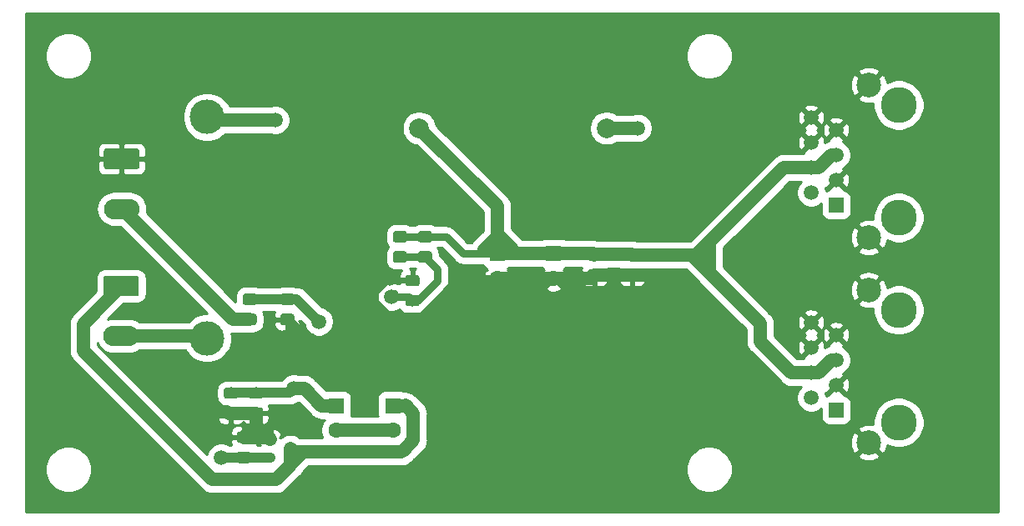
<source format=gbr>
G04 #@! TF.GenerationSoftware,KiCad,Pcbnew,5.1.4-e60b266~84~ubuntu18.04.1*
G04 #@! TF.CreationDate,2019-10-29T18:19:43-03:00*
G04 #@! TF.ProjectId,fonte_18V,666f6e74-655f-4313-9856-2e6b69636164,rev?*
G04 #@! TF.SameCoordinates,Original*
G04 #@! TF.FileFunction,Copper,L2,Bot*
G04 #@! TF.FilePolarity,Positive*
%FSLAX46Y46*%
G04 Gerber Fmt 4.6, Leading zero omitted, Abs format (unit mm)*
G04 Created by KiCad (PCBNEW 5.1.4-e60b266~84~ubuntu18.04.1) date 2019-10-29 18:19:43*
%MOMM*%
%LPD*%
G04 APERTURE LIST*
%ADD10C,3.650000*%
%ADD11R,1.500000X1.500000*%
%ADD12C,1.500000*%
%ADD13C,2.500000*%
%ADD14C,3.500000*%
%ADD15C,0.100000*%
%ADD16C,1.150000*%
%ADD17C,1.800000*%
%ADD18C,0.500000*%
%ADD19R,0.900000X0.800000*%
%ADD20C,2.000000*%
%ADD21O,3.600000X2.080000*%
%ADD22C,2.080000*%
%ADD23C,1.600000*%
%ADD24R,1.600000X1.600000*%
%ADD25C,1.200000*%
%ADD26C,1.350000*%
%ADD27C,0.508000*%
%ADD28C,0.762000*%
%ADD29C,1.016000*%
%ADD30C,0.254000*%
G04 APERTURE END LIST*
D10*
X178242000Y-144985000D03*
X178242000Y-156415000D03*
D11*
X171892000Y-155145000D03*
D12*
X169352000Y-153875000D03*
X171892000Y-152605000D03*
X169352000Y-151335000D03*
X171892000Y-150065000D03*
X169352000Y-148795000D03*
X171892000Y-147525000D03*
X169352000Y-146255000D03*
D13*
X175192000Y-158450000D03*
X175192000Y-142950000D03*
D10*
X178242000Y-165803000D03*
X178242000Y-177233000D03*
D11*
X171892000Y-175963000D03*
D12*
X169352000Y-174693000D03*
X171892000Y-173423000D03*
X169352000Y-172153000D03*
X171892000Y-170883000D03*
X169352000Y-169613000D03*
X171892000Y-168343000D03*
X169352000Y-167073000D03*
D13*
X175192000Y-179268000D03*
X175192000Y-163768000D03*
D14*
X108077000Y-146202400D03*
X108077000Y-168656000D03*
D15*
G36*
X112274505Y-178151204D02*
G01*
X112298773Y-178154804D01*
X112322572Y-178160765D01*
X112345671Y-178169030D01*
X112367850Y-178179520D01*
X112388893Y-178192132D01*
X112408599Y-178206747D01*
X112426777Y-178223223D01*
X112443253Y-178241401D01*
X112457868Y-178261107D01*
X112470480Y-178282150D01*
X112480970Y-178304329D01*
X112489235Y-178327428D01*
X112495196Y-178351227D01*
X112498796Y-178375495D01*
X112500000Y-178399999D01*
X112500000Y-179050001D01*
X112498796Y-179074505D01*
X112495196Y-179098773D01*
X112489235Y-179122572D01*
X112480970Y-179145671D01*
X112470480Y-179167850D01*
X112457868Y-179188893D01*
X112443253Y-179208599D01*
X112426777Y-179226777D01*
X112408599Y-179243253D01*
X112388893Y-179257868D01*
X112367850Y-179270480D01*
X112345671Y-179280970D01*
X112322572Y-179289235D01*
X112298773Y-179295196D01*
X112274505Y-179298796D01*
X112250001Y-179300000D01*
X111349999Y-179300000D01*
X111325495Y-179298796D01*
X111301227Y-179295196D01*
X111277428Y-179289235D01*
X111254329Y-179280970D01*
X111232150Y-179270480D01*
X111211107Y-179257868D01*
X111191401Y-179243253D01*
X111173223Y-179226777D01*
X111156747Y-179208599D01*
X111142132Y-179188893D01*
X111129520Y-179167850D01*
X111119030Y-179145671D01*
X111110765Y-179122572D01*
X111104804Y-179098773D01*
X111101204Y-179074505D01*
X111100000Y-179050001D01*
X111100000Y-178399999D01*
X111101204Y-178375495D01*
X111104804Y-178351227D01*
X111110765Y-178327428D01*
X111119030Y-178304329D01*
X111129520Y-178282150D01*
X111142132Y-178261107D01*
X111156747Y-178241401D01*
X111173223Y-178223223D01*
X111191401Y-178206747D01*
X111211107Y-178192132D01*
X111232150Y-178179520D01*
X111254329Y-178169030D01*
X111277428Y-178160765D01*
X111301227Y-178154804D01*
X111325495Y-178151204D01*
X111349999Y-178150000D01*
X112250001Y-178150000D01*
X112274505Y-178151204D01*
X112274505Y-178151204D01*
G37*
D16*
X111800000Y-178725000D03*
D15*
G36*
X112274505Y-180201204D02*
G01*
X112298773Y-180204804D01*
X112322572Y-180210765D01*
X112345671Y-180219030D01*
X112367850Y-180229520D01*
X112388893Y-180242132D01*
X112408599Y-180256747D01*
X112426777Y-180273223D01*
X112443253Y-180291401D01*
X112457868Y-180311107D01*
X112470480Y-180332150D01*
X112480970Y-180354329D01*
X112489235Y-180377428D01*
X112495196Y-180401227D01*
X112498796Y-180425495D01*
X112500000Y-180449999D01*
X112500000Y-181100001D01*
X112498796Y-181124505D01*
X112495196Y-181148773D01*
X112489235Y-181172572D01*
X112480970Y-181195671D01*
X112470480Y-181217850D01*
X112457868Y-181238893D01*
X112443253Y-181258599D01*
X112426777Y-181276777D01*
X112408599Y-181293253D01*
X112388893Y-181307868D01*
X112367850Y-181320480D01*
X112345671Y-181330970D01*
X112322572Y-181339235D01*
X112298773Y-181345196D01*
X112274505Y-181348796D01*
X112250001Y-181350000D01*
X111349999Y-181350000D01*
X111325495Y-181348796D01*
X111301227Y-181345196D01*
X111277428Y-181339235D01*
X111254329Y-181330970D01*
X111232150Y-181320480D01*
X111211107Y-181307868D01*
X111191401Y-181293253D01*
X111173223Y-181276777D01*
X111156747Y-181258599D01*
X111142132Y-181238893D01*
X111129520Y-181217850D01*
X111119030Y-181195671D01*
X111110765Y-181172572D01*
X111104804Y-181148773D01*
X111101204Y-181124505D01*
X111100000Y-181100001D01*
X111100000Y-180449999D01*
X111101204Y-180425495D01*
X111104804Y-180401227D01*
X111110765Y-180377428D01*
X111119030Y-180354329D01*
X111129520Y-180332150D01*
X111142132Y-180311107D01*
X111156747Y-180291401D01*
X111173223Y-180273223D01*
X111191401Y-180256747D01*
X111211107Y-180242132D01*
X111232150Y-180229520D01*
X111254329Y-180219030D01*
X111277428Y-180210765D01*
X111301227Y-180204804D01*
X111325495Y-180201204D01*
X111349999Y-180200000D01*
X112250001Y-180200000D01*
X112274505Y-180201204D01*
X112274505Y-180201204D01*
G37*
D16*
X111800000Y-180775000D03*
D15*
G36*
X122594504Y-159741204D02*
G01*
X122618773Y-159744804D01*
X122642571Y-159750765D01*
X122665671Y-159759030D01*
X122687849Y-159769520D01*
X122708893Y-159782133D01*
X122728598Y-159796747D01*
X122746777Y-159813223D01*
X122763253Y-159831402D01*
X122777867Y-159851107D01*
X122790480Y-159872151D01*
X122800970Y-159894329D01*
X122809235Y-159917429D01*
X122815196Y-159941227D01*
X122818796Y-159965496D01*
X122820000Y-159990000D01*
X122820000Y-162590000D01*
X122818796Y-162614504D01*
X122815196Y-162638773D01*
X122809235Y-162662571D01*
X122800970Y-162685671D01*
X122790480Y-162707849D01*
X122777867Y-162728893D01*
X122763253Y-162748598D01*
X122746777Y-162766777D01*
X122728598Y-162783253D01*
X122708893Y-162797867D01*
X122687849Y-162810480D01*
X122665671Y-162820970D01*
X122642571Y-162829235D01*
X122618773Y-162835196D01*
X122594504Y-162838796D01*
X122570000Y-162840000D01*
X121270000Y-162840000D01*
X121245496Y-162838796D01*
X121221227Y-162835196D01*
X121197429Y-162829235D01*
X121174329Y-162820970D01*
X121152151Y-162810480D01*
X121131107Y-162797867D01*
X121111402Y-162783253D01*
X121093223Y-162766777D01*
X121076747Y-162748598D01*
X121062133Y-162728893D01*
X121049520Y-162707849D01*
X121039030Y-162685671D01*
X121030765Y-162662571D01*
X121024804Y-162638773D01*
X121021204Y-162614504D01*
X121020000Y-162590000D01*
X121020000Y-159990000D01*
X121021204Y-159965496D01*
X121024804Y-159941227D01*
X121030765Y-159917429D01*
X121039030Y-159894329D01*
X121049520Y-159872151D01*
X121062133Y-159851107D01*
X121076747Y-159831402D01*
X121093223Y-159813223D01*
X121111402Y-159796747D01*
X121131107Y-159782133D01*
X121152151Y-159769520D01*
X121174329Y-159759030D01*
X121197429Y-159750765D01*
X121221227Y-159744804D01*
X121245496Y-159741204D01*
X121270000Y-159740000D01*
X122570000Y-159740000D01*
X122594504Y-159741204D01*
X122594504Y-159741204D01*
G37*
D17*
X121920000Y-161290000D03*
D18*
X122570000Y-162590000D03*
X121270000Y-162590000D03*
X122570000Y-161290000D03*
X121270000Y-161290000D03*
X122570000Y-159990000D03*
X121270000Y-159990000D03*
D15*
G36*
X128109505Y-159836204D02*
G01*
X128133773Y-159839804D01*
X128157572Y-159845765D01*
X128180671Y-159854030D01*
X128202850Y-159864520D01*
X128223893Y-159877132D01*
X128243599Y-159891747D01*
X128261777Y-159908223D01*
X128278253Y-159926401D01*
X128292868Y-159946107D01*
X128305480Y-159967150D01*
X128315970Y-159989329D01*
X128324235Y-160012428D01*
X128330196Y-160036227D01*
X128333796Y-160060495D01*
X128335000Y-160084999D01*
X128335000Y-160735001D01*
X128333796Y-160759505D01*
X128330196Y-160783773D01*
X128324235Y-160807572D01*
X128315970Y-160830671D01*
X128305480Y-160852850D01*
X128292868Y-160873893D01*
X128278253Y-160893599D01*
X128261777Y-160911777D01*
X128243599Y-160928253D01*
X128223893Y-160942868D01*
X128202850Y-160955480D01*
X128180671Y-160965970D01*
X128157572Y-160974235D01*
X128133773Y-160980196D01*
X128109505Y-160983796D01*
X128085001Y-160985000D01*
X127184999Y-160985000D01*
X127160495Y-160983796D01*
X127136227Y-160980196D01*
X127112428Y-160974235D01*
X127089329Y-160965970D01*
X127067150Y-160955480D01*
X127046107Y-160942868D01*
X127026401Y-160928253D01*
X127008223Y-160911777D01*
X126991747Y-160893599D01*
X126977132Y-160873893D01*
X126964520Y-160852850D01*
X126954030Y-160830671D01*
X126945765Y-160807572D01*
X126939804Y-160783773D01*
X126936204Y-160759505D01*
X126935000Y-160735001D01*
X126935000Y-160084999D01*
X126936204Y-160060495D01*
X126939804Y-160036227D01*
X126945765Y-160012428D01*
X126954030Y-159989329D01*
X126964520Y-159967150D01*
X126977132Y-159946107D01*
X126991747Y-159926401D01*
X127008223Y-159908223D01*
X127026401Y-159891747D01*
X127046107Y-159877132D01*
X127067150Y-159864520D01*
X127089329Y-159854030D01*
X127112428Y-159845765D01*
X127136227Y-159839804D01*
X127160495Y-159836204D01*
X127184999Y-159835000D01*
X128085001Y-159835000D01*
X128109505Y-159836204D01*
X128109505Y-159836204D01*
G37*
D16*
X127635000Y-160410000D03*
D15*
G36*
X128109505Y-157786204D02*
G01*
X128133773Y-157789804D01*
X128157572Y-157795765D01*
X128180671Y-157804030D01*
X128202850Y-157814520D01*
X128223893Y-157827132D01*
X128243599Y-157841747D01*
X128261777Y-157858223D01*
X128278253Y-157876401D01*
X128292868Y-157896107D01*
X128305480Y-157917150D01*
X128315970Y-157939329D01*
X128324235Y-157962428D01*
X128330196Y-157986227D01*
X128333796Y-158010495D01*
X128335000Y-158034999D01*
X128335000Y-158685001D01*
X128333796Y-158709505D01*
X128330196Y-158733773D01*
X128324235Y-158757572D01*
X128315970Y-158780671D01*
X128305480Y-158802850D01*
X128292868Y-158823893D01*
X128278253Y-158843599D01*
X128261777Y-158861777D01*
X128243599Y-158878253D01*
X128223893Y-158892868D01*
X128202850Y-158905480D01*
X128180671Y-158915970D01*
X128157572Y-158924235D01*
X128133773Y-158930196D01*
X128109505Y-158933796D01*
X128085001Y-158935000D01*
X127184999Y-158935000D01*
X127160495Y-158933796D01*
X127136227Y-158930196D01*
X127112428Y-158924235D01*
X127089329Y-158915970D01*
X127067150Y-158905480D01*
X127046107Y-158892868D01*
X127026401Y-158878253D01*
X127008223Y-158861777D01*
X126991747Y-158843599D01*
X126977132Y-158823893D01*
X126964520Y-158802850D01*
X126954030Y-158780671D01*
X126945765Y-158757572D01*
X126939804Y-158733773D01*
X126936204Y-158709505D01*
X126935000Y-158685001D01*
X126935000Y-158034999D01*
X126936204Y-158010495D01*
X126939804Y-157986227D01*
X126945765Y-157962428D01*
X126954030Y-157939329D01*
X126964520Y-157917150D01*
X126977132Y-157896107D01*
X126991747Y-157876401D01*
X127008223Y-157858223D01*
X127026401Y-157841747D01*
X127046107Y-157827132D01*
X127067150Y-157814520D01*
X127089329Y-157804030D01*
X127112428Y-157795765D01*
X127136227Y-157789804D01*
X127160495Y-157786204D01*
X127184999Y-157785000D01*
X128085001Y-157785000D01*
X128109505Y-157786204D01*
X128109505Y-157786204D01*
G37*
D16*
X127635000Y-158360000D03*
D15*
G36*
X129379505Y-162231204D02*
G01*
X129403773Y-162234804D01*
X129427572Y-162240765D01*
X129450671Y-162249030D01*
X129472850Y-162259520D01*
X129493893Y-162272132D01*
X129513599Y-162286747D01*
X129531777Y-162303223D01*
X129548253Y-162321401D01*
X129562868Y-162341107D01*
X129575480Y-162362150D01*
X129585970Y-162384329D01*
X129594235Y-162407428D01*
X129600196Y-162431227D01*
X129603796Y-162455495D01*
X129605000Y-162479999D01*
X129605000Y-163130001D01*
X129603796Y-163154505D01*
X129600196Y-163178773D01*
X129594235Y-163202572D01*
X129585970Y-163225671D01*
X129575480Y-163247850D01*
X129562868Y-163268893D01*
X129548253Y-163288599D01*
X129531777Y-163306777D01*
X129513599Y-163323253D01*
X129493893Y-163337868D01*
X129472850Y-163350480D01*
X129450671Y-163360970D01*
X129427572Y-163369235D01*
X129403773Y-163375196D01*
X129379505Y-163378796D01*
X129355001Y-163380000D01*
X128454999Y-163380000D01*
X128430495Y-163378796D01*
X128406227Y-163375196D01*
X128382428Y-163369235D01*
X128359329Y-163360970D01*
X128337150Y-163350480D01*
X128316107Y-163337868D01*
X128296401Y-163323253D01*
X128278223Y-163306777D01*
X128261747Y-163288599D01*
X128247132Y-163268893D01*
X128234520Y-163247850D01*
X128224030Y-163225671D01*
X128215765Y-163202572D01*
X128209804Y-163178773D01*
X128206204Y-163154505D01*
X128205000Y-163130001D01*
X128205000Y-162479999D01*
X128206204Y-162455495D01*
X128209804Y-162431227D01*
X128215765Y-162407428D01*
X128224030Y-162384329D01*
X128234520Y-162362150D01*
X128247132Y-162341107D01*
X128261747Y-162321401D01*
X128278223Y-162303223D01*
X128296401Y-162286747D01*
X128316107Y-162272132D01*
X128337150Y-162259520D01*
X128359329Y-162249030D01*
X128382428Y-162240765D01*
X128406227Y-162234804D01*
X128430495Y-162231204D01*
X128454999Y-162230000D01*
X129355001Y-162230000D01*
X129379505Y-162231204D01*
X129379505Y-162231204D01*
G37*
D16*
X128905000Y-162805000D03*
D15*
G36*
X129379505Y-164281204D02*
G01*
X129403773Y-164284804D01*
X129427572Y-164290765D01*
X129450671Y-164299030D01*
X129472850Y-164309520D01*
X129493893Y-164322132D01*
X129513599Y-164336747D01*
X129531777Y-164353223D01*
X129548253Y-164371401D01*
X129562868Y-164391107D01*
X129575480Y-164412150D01*
X129585970Y-164434329D01*
X129594235Y-164457428D01*
X129600196Y-164481227D01*
X129603796Y-164505495D01*
X129605000Y-164529999D01*
X129605000Y-165180001D01*
X129603796Y-165204505D01*
X129600196Y-165228773D01*
X129594235Y-165252572D01*
X129585970Y-165275671D01*
X129575480Y-165297850D01*
X129562868Y-165318893D01*
X129548253Y-165338599D01*
X129531777Y-165356777D01*
X129513599Y-165373253D01*
X129493893Y-165387868D01*
X129472850Y-165400480D01*
X129450671Y-165410970D01*
X129427572Y-165419235D01*
X129403773Y-165425196D01*
X129379505Y-165428796D01*
X129355001Y-165430000D01*
X128454999Y-165430000D01*
X128430495Y-165428796D01*
X128406227Y-165425196D01*
X128382428Y-165419235D01*
X128359329Y-165410970D01*
X128337150Y-165400480D01*
X128316107Y-165387868D01*
X128296401Y-165373253D01*
X128278223Y-165356777D01*
X128261747Y-165338599D01*
X128247132Y-165318893D01*
X128234520Y-165297850D01*
X128224030Y-165275671D01*
X128215765Y-165252572D01*
X128209804Y-165228773D01*
X128206204Y-165204505D01*
X128205000Y-165180001D01*
X128205000Y-164529999D01*
X128206204Y-164505495D01*
X128209804Y-164481227D01*
X128215765Y-164457428D01*
X128224030Y-164434329D01*
X128234520Y-164412150D01*
X128247132Y-164391107D01*
X128261747Y-164371401D01*
X128278223Y-164353223D01*
X128296401Y-164336747D01*
X128316107Y-164322132D01*
X128337150Y-164309520D01*
X128359329Y-164299030D01*
X128382428Y-164290765D01*
X128406227Y-164284804D01*
X128430495Y-164281204D01*
X128454999Y-164280000D01*
X129355001Y-164280000D01*
X129379505Y-164281204D01*
X129379505Y-164281204D01*
G37*
D16*
X128905000Y-164855000D03*
D15*
G36*
X116679505Y-164136204D02*
G01*
X116703773Y-164139804D01*
X116727572Y-164145765D01*
X116750671Y-164154030D01*
X116772850Y-164164520D01*
X116793893Y-164177132D01*
X116813599Y-164191747D01*
X116831777Y-164208223D01*
X116848253Y-164226401D01*
X116862868Y-164246107D01*
X116875480Y-164267150D01*
X116885970Y-164289329D01*
X116894235Y-164312428D01*
X116900196Y-164336227D01*
X116903796Y-164360495D01*
X116905000Y-164384999D01*
X116905000Y-165035001D01*
X116903796Y-165059505D01*
X116900196Y-165083773D01*
X116894235Y-165107572D01*
X116885970Y-165130671D01*
X116875480Y-165152850D01*
X116862868Y-165173893D01*
X116848253Y-165193599D01*
X116831777Y-165211777D01*
X116813599Y-165228253D01*
X116793893Y-165242868D01*
X116772850Y-165255480D01*
X116750671Y-165265970D01*
X116727572Y-165274235D01*
X116703773Y-165280196D01*
X116679505Y-165283796D01*
X116655001Y-165285000D01*
X115754999Y-165285000D01*
X115730495Y-165283796D01*
X115706227Y-165280196D01*
X115682428Y-165274235D01*
X115659329Y-165265970D01*
X115637150Y-165255480D01*
X115616107Y-165242868D01*
X115596401Y-165228253D01*
X115578223Y-165211777D01*
X115561747Y-165193599D01*
X115547132Y-165173893D01*
X115534520Y-165152850D01*
X115524030Y-165130671D01*
X115515765Y-165107572D01*
X115509804Y-165083773D01*
X115506204Y-165059505D01*
X115505000Y-165035001D01*
X115505000Y-164384999D01*
X115506204Y-164360495D01*
X115509804Y-164336227D01*
X115515765Y-164312428D01*
X115524030Y-164289329D01*
X115534520Y-164267150D01*
X115547132Y-164246107D01*
X115561747Y-164226401D01*
X115578223Y-164208223D01*
X115596401Y-164191747D01*
X115616107Y-164177132D01*
X115637150Y-164164520D01*
X115659329Y-164154030D01*
X115682428Y-164145765D01*
X115706227Y-164139804D01*
X115730495Y-164136204D01*
X115754999Y-164135000D01*
X116655001Y-164135000D01*
X116679505Y-164136204D01*
X116679505Y-164136204D01*
G37*
D16*
X116205000Y-164710000D03*
D15*
G36*
X116679505Y-166186204D02*
G01*
X116703773Y-166189804D01*
X116727572Y-166195765D01*
X116750671Y-166204030D01*
X116772850Y-166214520D01*
X116793893Y-166227132D01*
X116813599Y-166241747D01*
X116831777Y-166258223D01*
X116848253Y-166276401D01*
X116862868Y-166296107D01*
X116875480Y-166317150D01*
X116885970Y-166339329D01*
X116894235Y-166362428D01*
X116900196Y-166386227D01*
X116903796Y-166410495D01*
X116905000Y-166434999D01*
X116905000Y-167085001D01*
X116903796Y-167109505D01*
X116900196Y-167133773D01*
X116894235Y-167157572D01*
X116885970Y-167180671D01*
X116875480Y-167202850D01*
X116862868Y-167223893D01*
X116848253Y-167243599D01*
X116831777Y-167261777D01*
X116813599Y-167278253D01*
X116793893Y-167292868D01*
X116772850Y-167305480D01*
X116750671Y-167315970D01*
X116727572Y-167324235D01*
X116703773Y-167330196D01*
X116679505Y-167333796D01*
X116655001Y-167335000D01*
X115754999Y-167335000D01*
X115730495Y-167333796D01*
X115706227Y-167330196D01*
X115682428Y-167324235D01*
X115659329Y-167315970D01*
X115637150Y-167305480D01*
X115616107Y-167292868D01*
X115596401Y-167278253D01*
X115578223Y-167261777D01*
X115561747Y-167243599D01*
X115547132Y-167223893D01*
X115534520Y-167202850D01*
X115524030Y-167180671D01*
X115515765Y-167157572D01*
X115509804Y-167133773D01*
X115506204Y-167109505D01*
X115505000Y-167085001D01*
X115505000Y-166434999D01*
X115506204Y-166410495D01*
X115509804Y-166386227D01*
X115515765Y-166362428D01*
X115524030Y-166339329D01*
X115534520Y-166317150D01*
X115547132Y-166296107D01*
X115561747Y-166276401D01*
X115578223Y-166258223D01*
X115596401Y-166241747D01*
X115616107Y-166227132D01*
X115637150Y-166214520D01*
X115659329Y-166204030D01*
X115682428Y-166195765D01*
X115706227Y-166189804D01*
X115730495Y-166186204D01*
X115754999Y-166185000D01*
X116655001Y-166185000D01*
X116679505Y-166186204D01*
X116679505Y-166186204D01*
G37*
D16*
X116205000Y-166760000D03*
D15*
G36*
X112869505Y-166186204D02*
G01*
X112893773Y-166189804D01*
X112917572Y-166195765D01*
X112940671Y-166204030D01*
X112962850Y-166214520D01*
X112983893Y-166227132D01*
X113003599Y-166241747D01*
X113021777Y-166258223D01*
X113038253Y-166276401D01*
X113052868Y-166296107D01*
X113065480Y-166317150D01*
X113075970Y-166339329D01*
X113084235Y-166362428D01*
X113090196Y-166386227D01*
X113093796Y-166410495D01*
X113095000Y-166434999D01*
X113095000Y-167085001D01*
X113093796Y-167109505D01*
X113090196Y-167133773D01*
X113084235Y-167157572D01*
X113075970Y-167180671D01*
X113065480Y-167202850D01*
X113052868Y-167223893D01*
X113038253Y-167243599D01*
X113021777Y-167261777D01*
X113003599Y-167278253D01*
X112983893Y-167292868D01*
X112962850Y-167305480D01*
X112940671Y-167315970D01*
X112917572Y-167324235D01*
X112893773Y-167330196D01*
X112869505Y-167333796D01*
X112845001Y-167335000D01*
X111944999Y-167335000D01*
X111920495Y-167333796D01*
X111896227Y-167330196D01*
X111872428Y-167324235D01*
X111849329Y-167315970D01*
X111827150Y-167305480D01*
X111806107Y-167292868D01*
X111786401Y-167278253D01*
X111768223Y-167261777D01*
X111751747Y-167243599D01*
X111737132Y-167223893D01*
X111724520Y-167202850D01*
X111714030Y-167180671D01*
X111705765Y-167157572D01*
X111699804Y-167133773D01*
X111696204Y-167109505D01*
X111695000Y-167085001D01*
X111695000Y-166434999D01*
X111696204Y-166410495D01*
X111699804Y-166386227D01*
X111705765Y-166362428D01*
X111714030Y-166339329D01*
X111724520Y-166317150D01*
X111737132Y-166296107D01*
X111751747Y-166276401D01*
X111768223Y-166258223D01*
X111786401Y-166241747D01*
X111806107Y-166227132D01*
X111827150Y-166214520D01*
X111849329Y-166204030D01*
X111872428Y-166195765D01*
X111896227Y-166189804D01*
X111920495Y-166186204D01*
X111944999Y-166185000D01*
X112845001Y-166185000D01*
X112869505Y-166186204D01*
X112869505Y-166186204D01*
G37*
D16*
X112395000Y-166760000D03*
D15*
G36*
X112869505Y-164136204D02*
G01*
X112893773Y-164139804D01*
X112917572Y-164145765D01*
X112940671Y-164154030D01*
X112962850Y-164164520D01*
X112983893Y-164177132D01*
X113003599Y-164191747D01*
X113021777Y-164208223D01*
X113038253Y-164226401D01*
X113052868Y-164246107D01*
X113065480Y-164267150D01*
X113075970Y-164289329D01*
X113084235Y-164312428D01*
X113090196Y-164336227D01*
X113093796Y-164360495D01*
X113095000Y-164384999D01*
X113095000Y-165035001D01*
X113093796Y-165059505D01*
X113090196Y-165083773D01*
X113084235Y-165107572D01*
X113075970Y-165130671D01*
X113065480Y-165152850D01*
X113052868Y-165173893D01*
X113038253Y-165193599D01*
X113021777Y-165211777D01*
X113003599Y-165228253D01*
X112983893Y-165242868D01*
X112962850Y-165255480D01*
X112940671Y-165265970D01*
X112917572Y-165274235D01*
X112893773Y-165280196D01*
X112869505Y-165283796D01*
X112845001Y-165285000D01*
X111944999Y-165285000D01*
X111920495Y-165283796D01*
X111896227Y-165280196D01*
X111872428Y-165274235D01*
X111849329Y-165265970D01*
X111827150Y-165255480D01*
X111806107Y-165242868D01*
X111786401Y-165228253D01*
X111768223Y-165211777D01*
X111751747Y-165193599D01*
X111737132Y-165173893D01*
X111724520Y-165152850D01*
X111714030Y-165130671D01*
X111705765Y-165107572D01*
X111699804Y-165083773D01*
X111696204Y-165059505D01*
X111695000Y-165035001D01*
X111695000Y-164384999D01*
X111696204Y-164360495D01*
X111699804Y-164336227D01*
X111705765Y-164312428D01*
X111714030Y-164289329D01*
X111724520Y-164267150D01*
X111737132Y-164246107D01*
X111751747Y-164226401D01*
X111768223Y-164208223D01*
X111786401Y-164191747D01*
X111806107Y-164177132D01*
X111827150Y-164164520D01*
X111849329Y-164154030D01*
X111872428Y-164145765D01*
X111896227Y-164139804D01*
X111920495Y-164136204D01*
X111944999Y-164135000D01*
X112845001Y-164135000D01*
X112869505Y-164136204D01*
X112869505Y-164136204D01*
G37*
D16*
X112395000Y-164710000D03*
D19*
X116500000Y-179850000D03*
X114500000Y-178900000D03*
X114500000Y-180800000D03*
D20*
X129590000Y-147320000D03*
X148590000Y-147320000D03*
D21*
X99400000Y-155530000D03*
D15*
G36*
X100974505Y-149411204D02*
G01*
X100998773Y-149414804D01*
X101022572Y-149420765D01*
X101045671Y-149429030D01*
X101067850Y-149439520D01*
X101088893Y-149452132D01*
X101108599Y-149466747D01*
X101126777Y-149483223D01*
X101143253Y-149501401D01*
X101157868Y-149521107D01*
X101170480Y-149542150D01*
X101180970Y-149564329D01*
X101189235Y-149587428D01*
X101195196Y-149611227D01*
X101198796Y-149635495D01*
X101200000Y-149659999D01*
X101200000Y-151240001D01*
X101198796Y-151264505D01*
X101195196Y-151288773D01*
X101189235Y-151312572D01*
X101180970Y-151335671D01*
X101170480Y-151357850D01*
X101157868Y-151378893D01*
X101143253Y-151398599D01*
X101126777Y-151416777D01*
X101108599Y-151433253D01*
X101088893Y-151447868D01*
X101067850Y-151460480D01*
X101045671Y-151470970D01*
X101022572Y-151479235D01*
X100998773Y-151485196D01*
X100974505Y-151488796D01*
X100950001Y-151490000D01*
X97849999Y-151490000D01*
X97825495Y-151488796D01*
X97801227Y-151485196D01*
X97777428Y-151479235D01*
X97754329Y-151470970D01*
X97732150Y-151460480D01*
X97711107Y-151447868D01*
X97691401Y-151433253D01*
X97673223Y-151416777D01*
X97656747Y-151398599D01*
X97642132Y-151378893D01*
X97629520Y-151357850D01*
X97619030Y-151335671D01*
X97610765Y-151312572D01*
X97604804Y-151288773D01*
X97601204Y-151264505D01*
X97600000Y-151240001D01*
X97600000Y-149659999D01*
X97601204Y-149635495D01*
X97604804Y-149611227D01*
X97610765Y-149587428D01*
X97619030Y-149564329D01*
X97629520Y-149542150D01*
X97642132Y-149521107D01*
X97656747Y-149501401D01*
X97673223Y-149483223D01*
X97691401Y-149466747D01*
X97711107Y-149452132D01*
X97732150Y-149439520D01*
X97754329Y-149429030D01*
X97777428Y-149420765D01*
X97801227Y-149414804D01*
X97825495Y-149411204D01*
X97849999Y-149410000D01*
X100950001Y-149410000D01*
X100974505Y-149411204D01*
X100974505Y-149411204D01*
G37*
D22*
X99400000Y-150450000D03*
D21*
X99355000Y-168435000D03*
D15*
G36*
X100929505Y-162316204D02*
G01*
X100953773Y-162319804D01*
X100977572Y-162325765D01*
X101000671Y-162334030D01*
X101022850Y-162344520D01*
X101043893Y-162357132D01*
X101063599Y-162371747D01*
X101081777Y-162388223D01*
X101098253Y-162406401D01*
X101112868Y-162426107D01*
X101125480Y-162447150D01*
X101135970Y-162469329D01*
X101144235Y-162492428D01*
X101150196Y-162516227D01*
X101153796Y-162540495D01*
X101155000Y-162564999D01*
X101155000Y-164145001D01*
X101153796Y-164169505D01*
X101150196Y-164193773D01*
X101144235Y-164217572D01*
X101135970Y-164240671D01*
X101125480Y-164262850D01*
X101112868Y-164283893D01*
X101098253Y-164303599D01*
X101081777Y-164321777D01*
X101063599Y-164338253D01*
X101043893Y-164352868D01*
X101022850Y-164365480D01*
X101000671Y-164375970D01*
X100977572Y-164384235D01*
X100953773Y-164390196D01*
X100929505Y-164393796D01*
X100905001Y-164395000D01*
X97804999Y-164395000D01*
X97780495Y-164393796D01*
X97756227Y-164390196D01*
X97732428Y-164384235D01*
X97709329Y-164375970D01*
X97687150Y-164365480D01*
X97666107Y-164352868D01*
X97646401Y-164338253D01*
X97628223Y-164321777D01*
X97611747Y-164303599D01*
X97597132Y-164283893D01*
X97584520Y-164262850D01*
X97574030Y-164240671D01*
X97565765Y-164217572D01*
X97559804Y-164193773D01*
X97556204Y-164169505D01*
X97555000Y-164145001D01*
X97555000Y-162564999D01*
X97556204Y-162540495D01*
X97559804Y-162516227D01*
X97565765Y-162492428D01*
X97574030Y-162469329D01*
X97584520Y-162447150D01*
X97597132Y-162426107D01*
X97611747Y-162406401D01*
X97628223Y-162388223D01*
X97646401Y-162371747D01*
X97666107Y-162357132D01*
X97687150Y-162344520D01*
X97709329Y-162334030D01*
X97732428Y-162325765D01*
X97756227Y-162319804D01*
X97780495Y-162316204D01*
X97804999Y-162315000D01*
X100905001Y-162315000D01*
X100929505Y-162316204D01*
X100929505Y-162316204D01*
G37*
D22*
X99355000Y-163355000D03*
D15*
G36*
X147839505Y-161691204D02*
G01*
X147863773Y-161694804D01*
X147887572Y-161700765D01*
X147910671Y-161709030D01*
X147932850Y-161719520D01*
X147953893Y-161732132D01*
X147973599Y-161746747D01*
X147991777Y-161763223D01*
X148008253Y-161781401D01*
X148022868Y-161801107D01*
X148035480Y-161822150D01*
X148045970Y-161844329D01*
X148054235Y-161867428D01*
X148060196Y-161891227D01*
X148063796Y-161915495D01*
X148065000Y-161939999D01*
X148065000Y-162590001D01*
X148063796Y-162614505D01*
X148060196Y-162638773D01*
X148054235Y-162662572D01*
X148045970Y-162685671D01*
X148035480Y-162707850D01*
X148022868Y-162728893D01*
X148008253Y-162748599D01*
X147991777Y-162766777D01*
X147973599Y-162783253D01*
X147953893Y-162797868D01*
X147932850Y-162810480D01*
X147910671Y-162820970D01*
X147887572Y-162829235D01*
X147863773Y-162835196D01*
X147839505Y-162838796D01*
X147815001Y-162840000D01*
X146914999Y-162840000D01*
X146890495Y-162838796D01*
X146866227Y-162835196D01*
X146842428Y-162829235D01*
X146819329Y-162820970D01*
X146797150Y-162810480D01*
X146776107Y-162797868D01*
X146756401Y-162783253D01*
X146738223Y-162766777D01*
X146721747Y-162748599D01*
X146707132Y-162728893D01*
X146694520Y-162707850D01*
X146684030Y-162685671D01*
X146675765Y-162662572D01*
X146669804Y-162638773D01*
X146666204Y-162614505D01*
X146665000Y-162590001D01*
X146665000Y-161939999D01*
X146666204Y-161915495D01*
X146669804Y-161891227D01*
X146675765Y-161867428D01*
X146684030Y-161844329D01*
X146694520Y-161822150D01*
X146707132Y-161801107D01*
X146721747Y-161781401D01*
X146738223Y-161763223D01*
X146756401Y-161746747D01*
X146776107Y-161732132D01*
X146797150Y-161719520D01*
X146819329Y-161709030D01*
X146842428Y-161700765D01*
X146866227Y-161694804D01*
X146890495Y-161691204D01*
X146914999Y-161690000D01*
X147815001Y-161690000D01*
X147839505Y-161691204D01*
X147839505Y-161691204D01*
G37*
D16*
X147365000Y-162265000D03*
D15*
G36*
X147839505Y-159641204D02*
G01*
X147863773Y-159644804D01*
X147887572Y-159650765D01*
X147910671Y-159659030D01*
X147932850Y-159669520D01*
X147953893Y-159682132D01*
X147973599Y-159696747D01*
X147991777Y-159713223D01*
X148008253Y-159731401D01*
X148022868Y-159751107D01*
X148035480Y-159772150D01*
X148045970Y-159794329D01*
X148054235Y-159817428D01*
X148060196Y-159841227D01*
X148063796Y-159865495D01*
X148065000Y-159889999D01*
X148065000Y-160540001D01*
X148063796Y-160564505D01*
X148060196Y-160588773D01*
X148054235Y-160612572D01*
X148045970Y-160635671D01*
X148035480Y-160657850D01*
X148022868Y-160678893D01*
X148008253Y-160698599D01*
X147991777Y-160716777D01*
X147973599Y-160733253D01*
X147953893Y-160747868D01*
X147932850Y-160760480D01*
X147910671Y-160770970D01*
X147887572Y-160779235D01*
X147863773Y-160785196D01*
X147839505Y-160788796D01*
X147815001Y-160790000D01*
X146914999Y-160790000D01*
X146890495Y-160788796D01*
X146866227Y-160785196D01*
X146842428Y-160779235D01*
X146819329Y-160770970D01*
X146797150Y-160760480D01*
X146776107Y-160747868D01*
X146756401Y-160733253D01*
X146738223Y-160716777D01*
X146721747Y-160698599D01*
X146707132Y-160678893D01*
X146694520Y-160657850D01*
X146684030Y-160635671D01*
X146675765Y-160612572D01*
X146669804Y-160588773D01*
X146666204Y-160564505D01*
X146665000Y-160540001D01*
X146665000Y-159889999D01*
X146666204Y-159865495D01*
X146669804Y-159841227D01*
X146675765Y-159817428D01*
X146684030Y-159794329D01*
X146694520Y-159772150D01*
X146707132Y-159751107D01*
X146721747Y-159731401D01*
X146738223Y-159713223D01*
X146756401Y-159696747D01*
X146776107Y-159682132D01*
X146797150Y-159669520D01*
X146819329Y-159659030D01*
X146842428Y-159650765D01*
X146866227Y-159644804D01*
X146890495Y-159641204D01*
X146914999Y-159640000D01*
X147815001Y-159640000D01*
X147839505Y-159641204D01*
X147839505Y-159641204D01*
G37*
D16*
X147365000Y-160215000D03*
D15*
G36*
X151649505Y-161691204D02*
G01*
X151673773Y-161694804D01*
X151697572Y-161700765D01*
X151720671Y-161709030D01*
X151742850Y-161719520D01*
X151763893Y-161732132D01*
X151783599Y-161746747D01*
X151801777Y-161763223D01*
X151818253Y-161781401D01*
X151832868Y-161801107D01*
X151845480Y-161822150D01*
X151855970Y-161844329D01*
X151864235Y-161867428D01*
X151870196Y-161891227D01*
X151873796Y-161915495D01*
X151875000Y-161939999D01*
X151875000Y-162590001D01*
X151873796Y-162614505D01*
X151870196Y-162638773D01*
X151864235Y-162662572D01*
X151855970Y-162685671D01*
X151845480Y-162707850D01*
X151832868Y-162728893D01*
X151818253Y-162748599D01*
X151801777Y-162766777D01*
X151783599Y-162783253D01*
X151763893Y-162797868D01*
X151742850Y-162810480D01*
X151720671Y-162820970D01*
X151697572Y-162829235D01*
X151673773Y-162835196D01*
X151649505Y-162838796D01*
X151625001Y-162840000D01*
X150724999Y-162840000D01*
X150700495Y-162838796D01*
X150676227Y-162835196D01*
X150652428Y-162829235D01*
X150629329Y-162820970D01*
X150607150Y-162810480D01*
X150586107Y-162797868D01*
X150566401Y-162783253D01*
X150548223Y-162766777D01*
X150531747Y-162748599D01*
X150517132Y-162728893D01*
X150504520Y-162707850D01*
X150494030Y-162685671D01*
X150485765Y-162662572D01*
X150479804Y-162638773D01*
X150476204Y-162614505D01*
X150475000Y-162590001D01*
X150475000Y-161939999D01*
X150476204Y-161915495D01*
X150479804Y-161891227D01*
X150485765Y-161867428D01*
X150494030Y-161844329D01*
X150504520Y-161822150D01*
X150517132Y-161801107D01*
X150531747Y-161781401D01*
X150548223Y-161763223D01*
X150566401Y-161746747D01*
X150586107Y-161732132D01*
X150607150Y-161719520D01*
X150629329Y-161709030D01*
X150652428Y-161700765D01*
X150676227Y-161694804D01*
X150700495Y-161691204D01*
X150724999Y-161690000D01*
X151625001Y-161690000D01*
X151649505Y-161691204D01*
X151649505Y-161691204D01*
G37*
D16*
X151175000Y-162265000D03*
D15*
G36*
X151649505Y-159641204D02*
G01*
X151673773Y-159644804D01*
X151697572Y-159650765D01*
X151720671Y-159659030D01*
X151742850Y-159669520D01*
X151763893Y-159682132D01*
X151783599Y-159696747D01*
X151801777Y-159713223D01*
X151818253Y-159731401D01*
X151832868Y-159751107D01*
X151845480Y-159772150D01*
X151855970Y-159794329D01*
X151864235Y-159817428D01*
X151870196Y-159841227D01*
X151873796Y-159865495D01*
X151875000Y-159889999D01*
X151875000Y-160540001D01*
X151873796Y-160564505D01*
X151870196Y-160588773D01*
X151864235Y-160612572D01*
X151855970Y-160635671D01*
X151845480Y-160657850D01*
X151832868Y-160678893D01*
X151818253Y-160698599D01*
X151801777Y-160716777D01*
X151783599Y-160733253D01*
X151763893Y-160747868D01*
X151742850Y-160760480D01*
X151720671Y-160770970D01*
X151697572Y-160779235D01*
X151673773Y-160785196D01*
X151649505Y-160788796D01*
X151625001Y-160790000D01*
X150724999Y-160790000D01*
X150700495Y-160788796D01*
X150676227Y-160785196D01*
X150652428Y-160779235D01*
X150629329Y-160770970D01*
X150607150Y-160760480D01*
X150586107Y-160747868D01*
X150566401Y-160733253D01*
X150548223Y-160716777D01*
X150531747Y-160698599D01*
X150517132Y-160678893D01*
X150504520Y-160657850D01*
X150494030Y-160635671D01*
X150485765Y-160612572D01*
X150479804Y-160588773D01*
X150476204Y-160564505D01*
X150475000Y-160540001D01*
X150475000Y-159889999D01*
X150476204Y-159865495D01*
X150479804Y-159841227D01*
X150485765Y-159817428D01*
X150494030Y-159794329D01*
X150504520Y-159772150D01*
X150517132Y-159751107D01*
X150531747Y-159731401D01*
X150548223Y-159713223D01*
X150566401Y-159696747D01*
X150586107Y-159682132D01*
X150607150Y-159669520D01*
X150629329Y-159659030D01*
X150652428Y-159650765D01*
X150676227Y-159644804D01*
X150700495Y-159641204D01*
X150724999Y-159640000D01*
X151625001Y-159640000D01*
X151649505Y-159641204D01*
X151649505Y-159641204D01*
G37*
D16*
X151175000Y-160215000D03*
D23*
X143220000Y-162570000D03*
D24*
X143220000Y-160070000D03*
D23*
X137505000Y-162570000D03*
D24*
X137505000Y-160070000D03*
D15*
G36*
X110964505Y-175711204D02*
G01*
X110988773Y-175714804D01*
X111012572Y-175720765D01*
X111035671Y-175729030D01*
X111057850Y-175739520D01*
X111078893Y-175752132D01*
X111098599Y-175766747D01*
X111116777Y-175783223D01*
X111133253Y-175801401D01*
X111147868Y-175821107D01*
X111160480Y-175842150D01*
X111170970Y-175864329D01*
X111179235Y-175887428D01*
X111185196Y-175911227D01*
X111188796Y-175935495D01*
X111190000Y-175959999D01*
X111190000Y-176610001D01*
X111188796Y-176634505D01*
X111185196Y-176658773D01*
X111179235Y-176682572D01*
X111170970Y-176705671D01*
X111160480Y-176727850D01*
X111147868Y-176748893D01*
X111133253Y-176768599D01*
X111116777Y-176786777D01*
X111098599Y-176803253D01*
X111078893Y-176817868D01*
X111057850Y-176830480D01*
X111035671Y-176840970D01*
X111012572Y-176849235D01*
X110988773Y-176855196D01*
X110964505Y-176858796D01*
X110940001Y-176860000D01*
X110039999Y-176860000D01*
X110015495Y-176858796D01*
X109991227Y-176855196D01*
X109967428Y-176849235D01*
X109944329Y-176840970D01*
X109922150Y-176830480D01*
X109901107Y-176817868D01*
X109881401Y-176803253D01*
X109863223Y-176786777D01*
X109846747Y-176768599D01*
X109832132Y-176748893D01*
X109819520Y-176727850D01*
X109809030Y-176705671D01*
X109800765Y-176682572D01*
X109794804Y-176658773D01*
X109791204Y-176634505D01*
X109790000Y-176610001D01*
X109790000Y-175959999D01*
X109791204Y-175935495D01*
X109794804Y-175911227D01*
X109800765Y-175887428D01*
X109809030Y-175864329D01*
X109819520Y-175842150D01*
X109832132Y-175821107D01*
X109846747Y-175801401D01*
X109863223Y-175783223D01*
X109881401Y-175766747D01*
X109901107Y-175752132D01*
X109922150Y-175739520D01*
X109944329Y-175729030D01*
X109967428Y-175720765D01*
X109991227Y-175714804D01*
X110015495Y-175711204D01*
X110039999Y-175710000D01*
X110940001Y-175710000D01*
X110964505Y-175711204D01*
X110964505Y-175711204D01*
G37*
D16*
X110490000Y-176285000D03*
D15*
G36*
X110964505Y-173661204D02*
G01*
X110988773Y-173664804D01*
X111012572Y-173670765D01*
X111035671Y-173679030D01*
X111057850Y-173689520D01*
X111078893Y-173702132D01*
X111098599Y-173716747D01*
X111116777Y-173733223D01*
X111133253Y-173751401D01*
X111147868Y-173771107D01*
X111160480Y-173792150D01*
X111170970Y-173814329D01*
X111179235Y-173837428D01*
X111185196Y-173861227D01*
X111188796Y-173885495D01*
X111190000Y-173909999D01*
X111190000Y-174560001D01*
X111188796Y-174584505D01*
X111185196Y-174608773D01*
X111179235Y-174632572D01*
X111170970Y-174655671D01*
X111160480Y-174677850D01*
X111147868Y-174698893D01*
X111133253Y-174718599D01*
X111116777Y-174736777D01*
X111098599Y-174753253D01*
X111078893Y-174767868D01*
X111057850Y-174780480D01*
X111035671Y-174790970D01*
X111012572Y-174799235D01*
X110988773Y-174805196D01*
X110964505Y-174808796D01*
X110940001Y-174810000D01*
X110039999Y-174810000D01*
X110015495Y-174808796D01*
X109991227Y-174805196D01*
X109967428Y-174799235D01*
X109944329Y-174790970D01*
X109922150Y-174780480D01*
X109901107Y-174767868D01*
X109881401Y-174753253D01*
X109863223Y-174736777D01*
X109846747Y-174718599D01*
X109832132Y-174698893D01*
X109819520Y-174677850D01*
X109809030Y-174655671D01*
X109800765Y-174632572D01*
X109794804Y-174608773D01*
X109791204Y-174584505D01*
X109790000Y-174560001D01*
X109790000Y-173909999D01*
X109791204Y-173885495D01*
X109794804Y-173861227D01*
X109800765Y-173837428D01*
X109809030Y-173814329D01*
X109819520Y-173792150D01*
X109832132Y-173771107D01*
X109846747Y-173751401D01*
X109863223Y-173733223D01*
X109881401Y-173716747D01*
X109901107Y-173702132D01*
X109922150Y-173689520D01*
X109944329Y-173679030D01*
X109967428Y-173670765D01*
X109991227Y-173664804D01*
X110015495Y-173661204D01*
X110039999Y-173660000D01*
X110940001Y-173660000D01*
X110964505Y-173661204D01*
X110964505Y-173661204D01*
G37*
D16*
X110490000Y-174235000D03*
D15*
G36*
X113504505Y-175711204D02*
G01*
X113528773Y-175714804D01*
X113552572Y-175720765D01*
X113575671Y-175729030D01*
X113597850Y-175739520D01*
X113618893Y-175752132D01*
X113638599Y-175766747D01*
X113656777Y-175783223D01*
X113673253Y-175801401D01*
X113687868Y-175821107D01*
X113700480Y-175842150D01*
X113710970Y-175864329D01*
X113719235Y-175887428D01*
X113725196Y-175911227D01*
X113728796Y-175935495D01*
X113730000Y-175959999D01*
X113730000Y-176610001D01*
X113728796Y-176634505D01*
X113725196Y-176658773D01*
X113719235Y-176682572D01*
X113710970Y-176705671D01*
X113700480Y-176727850D01*
X113687868Y-176748893D01*
X113673253Y-176768599D01*
X113656777Y-176786777D01*
X113638599Y-176803253D01*
X113618893Y-176817868D01*
X113597850Y-176830480D01*
X113575671Y-176840970D01*
X113552572Y-176849235D01*
X113528773Y-176855196D01*
X113504505Y-176858796D01*
X113480001Y-176860000D01*
X112579999Y-176860000D01*
X112555495Y-176858796D01*
X112531227Y-176855196D01*
X112507428Y-176849235D01*
X112484329Y-176840970D01*
X112462150Y-176830480D01*
X112441107Y-176817868D01*
X112421401Y-176803253D01*
X112403223Y-176786777D01*
X112386747Y-176768599D01*
X112372132Y-176748893D01*
X112359520Y-176727850D01*
X112349030Y-176705671D01*
X112340765Y-176682572D01*
X112334804Y-176658773D01*
X112331204Y-176634505D01*
X112330000Y-176610001D01*
X112330000Y-175959999D01*
X112331204Y-175935495D01*
X112334804Y-175911227D01*
X112340765Y-175887428D01*
X112349030Y-175864329D01*
X112359520Y-175842150D01*
X112372132Y-175821107D01*
X112386747Y-175801401D01*
X112403223Y-175783223D01*
X112421401Y-175766747D01*
X112441107Y-175752132D01*
X112462150Y-175739520D01*
X112484329Y-175729030D01*
X112507428Y-175720765D01*
X112531227Y-175714804D01*
X112555495Y-175711204D01*
X112579999Y-175710000D01*
X113480001Y-175710000D01*
X113504505Y-175711204D01*
X113504505Y-175711204D01*
G37*
D16*
X113030000Y-176285000D03*
D15*
G36*
X113504505Y-173661204D02*
G01*
X113528773Y-173664804D01*
X113552572Y-173670765D01*
X113575671Y-173679030D01*
X113597850Y-173689520D01*
X113618893Y-173702132D01*
X113638599Y-173716747D01*
X113656777Y-173733223D01*
X113673253Y-173751401D01*
X113687868Y-173771107D01*
X113700480Y-173792150D01*
X113710970Y-173814329D01*
X113719235Y-173837428D01*
X113725196Y-173861227D01*
X113728796Y-173885495D01*
X113730000Y-173909999D01*
X113730000Y-174560001D01*
X113728796Y-174584505D01*
X113725196Y-174608773D01*
X113719235Y-174632572D01*
X113710970Y-174655671D01*
X113700480Y-174677850D01*
X113687868Y-174698893D01*
X113673253Y-174718599D01*
X113656777Y-174736777D01*
X113638599Y-174753253D01*
X113618893Y-174767868D01*
X113597850Y-174780480D01*
X113575671Y-174790970D01*
X113552572Y-174799235D01*
X113528773Y-174805196D01*
X113504505Y-174808796D01*
X113480001Y-174810000D01*
X112579999Y-174810000D01*
X112555495Y-174808796D01*
X112531227Y-174805196D01*
X112507428Y-174799235D01*
X112484329Y-174790970D01*
X112462150Y-174780480D01*
X112441107Y-174767868D01*
X112421401Y-174753253D01*
X112403223Y-174736777D01*
X112386747Y-174718599D01*
X112372132Y-174698893D01*
X112359520Y-174677850D01*
X112349030Y-174655671D01*
X112340765Y-174632572D01*
X112334804Y-174608773D01*
X112331204Y-174584505D01*
X112330000Y-174560001D01*
X112330000Y-173909999D01*
X112331204Y-173885495D01*
X112334804Y-173861227D01*
X112340765Y-173837428D01*
X112349030Y-173814329D01*
X112359520Y-173792150D01*
X112372132Y-173771107D01*
X112386747Y-173751401D01*
X112403223Y-173733223D01*
X112421401Y-173716747D01*
X112441107Y-173702132D01*
X112462150Y-173689520D01*
X112484329Y-173679030D01*
X112507428Y-173670765D01*
X112531227Y-173664804D01*
X112555495Y-173661204D01*
X112579999Y-173660000D01*
X113480001Y-173660000D01*
X113504505Y-173661204D01*
X113504505Y-173661204D01*
G37*
D16*
X113030000Y-174235000D03*
D23*
X126900000Y-178014000D03*
D24*
X126900000Y-175514000D03*
D23*
X121158000Y-178014000D03*
D24*
X121158000Y-175514000D03*
D15*
G36*
X130649505Y-159836204D02*
G01*
X130673773Y-159839804D01*
X130697572Y-159845765D01*
X130720671Y-159854030D01*
X130742850Y-159864520D01*
X130763893Y-159877132D01*
X130783599Y-159891747D01*
X130801777Y-159908223D01*
X130818253Y-159926401D01*
X130832868Y-159946107D01*
X130845480Y-159967150D01*
X130855970Y-159989329D01*
X130864235Y-160012428D01*
X130870196Y-160036227D01*
X130873796Y-160060495D01*
X130875000Y-160084999D01*
X130875000Y-160735001D01*
X130873796Y-160759505D01*
X130870196Y-160783773D01*
X130864235Y-160807572D01*
X130855970Y-160830671D01*
X130845480Y-160852850D01*
X130832868Y-160873893D01*
X130818253Y-160893599D01*
X130801777Y-160911777D01*
X130783599Y-160928253D01*
X130763893Y-160942868D01*
X130742850Y-160955480D01*
X130720671Y-160965970D01*
X130697572Y-160974235D01*
X130673773Y-160980196D01*
X130649505Y-160983796D01*
X130625001Y-160985000D01*
X129724999Y-160985000D01*
X129700495Y-160983796D01*
X129676227Y-160980196D01*
X129652428Y-160974235D01*
X129629329Y-160965970D01*
X129607150Y-160955480D01*
X129586107Y-160942868D01*
X129566401Y-160928253D01*
X129548223Y-160911777D01*
X129531747Y-160893599D01*
X129517132Y-160873893D01*
X129504520Y-160852850D01*
X129494030Y-160830671D01*
X129485765Y-160807572D01*
X129479804Y-160783773D01*
X129476204Y-160759505D01*
X129475000Y-160735001D01*
X129475000Y-160084999D01*
X129476204Y-160060495D01*
X129479804Y-160036227D01*
X129485765Y-160012428D01*
X129494030Y-159989329D01*
X129504520Y-159967150D01*
X129517132Y-159946107D01*
X129531747Y-159926401D01*
X129548223Y-159908223D01*
X129566401Y-159891747D01*
X129586107Y-159877132D01*
X129607150Y-159864520D01*
X129629329Y-159854030D01*
X129652428Y-159845765D01*
X129676227Y-159839804D01*
X129700495Y-159836204D01*
X129724999Y-159835000D01*
X130625001Y-159835000D01*
X130649505Y-159836204D01*
X130649505Y-159836204D01*
G37*
D16*
X130175000Y-160410000D03*
D15*
G36*
X130649505Y-157786204D02*
G01*
X130673773Y-157789804D01*
X130697572Y-157795765D01*
X130720671Y-157804030D01*
X130742850Y-157814520D01*
X130763893Y-157827132D01*
X130783599Y-157841747D01*
X130801777Y-157858223D01*
X130818253Y-157876401D01*
X130832868Y-157896107D01*
X130845480Y-157917150D01*
X130855970Y-157939329D01*
X130864235Y-157962428D01*
X130870196Y-157986227D01*
X130873796Y-158010495D01*
X130875000Y-158034999D01*
X130875000Y-158685001D01*
X130873796Y-158709505D01*
X130870196Y-158733773D01*
X130864235Y-158757572D01*
X130855970Y-158780671D01*
X130845480Y-158802850D01*
X130832868Y-158823893D01*
X130818253Y-158843599D01*
X130801777Y-158861777D01*
X130783599Y-158878253D01*
X130763893Y-158892868D01*
X130742850Y-158905480D01*
X130720671Y-158915970D01*
X130697572Y-158924235D01*
X130673773Y-158930196D01*
X130649505Y-158933796D01*
X130625001Y-158935000D01*
X129724999Y-158935000D01*
X129700495Y-158933796D01*
X129676227Y-158930196D01*
X129652428Y-158924235D01*
X129629329Y-158915970D01*
X129607150Y-158905480D01*
X129586107Y-158892868D01*
X129566401Y-158878253D01*
X129548223Y-158861777D01*
X129531747Y-158843599D01*
X129517132Y-158823893D01*
X129504520Y-158802850D01*
X129494030Y-158780671D01*
X129485765Y-158757572D01*
X129479804Y-158733773D01*
X129476204Y-158709505D01*
X129475000Y-158685001D01*
X129475000Y-158034999D01*
X129476204Y-158010495D01*
X129479804Y-157986227D01*
X129485765Y-157962428D01*
X129494030Y-157939329D01*
X129504520Y-157917150D01*
X129517132Y-157896107D01*
X129531747Y-157876401D01*
X129548223Y-157858223D01*
X129566401Y-157841747D01*
X129586107Y-157827132D01*
X129607150Y-157814520D01*
X129629329Y-157804030D01*
X129652428Y-157795765D01*
X129676227Y-157789804D01*
X129700495Y-157786204D01*
X129724999Y-157785000D01*
X130625001Y-157785000D01*
X130649505Y-157786204D01*
X130649505Y-157786204D01*
G37*
D16*
X130175000Y-158360000D03*
D12*
X151765000Y-147320000D03*
X126605000Y-162580623D03*
X123444000Y-173227992D03*
X118110000Y-168664990D03*
D25*
X153800000Y-162400000D03*
D12*
X126781000Y-164465000D03*
X116881442Y-173776011D03*
X115000000Y-146500000D03*
X109500000Y-180799998D03*
X119407293Y-166969326D03*
D25*
X153910000Y-160210000D03*
D26*
X107856000Y-168435000D02*
X108077000Y-168656000D01*
X99355000Y-168435000D02*
X107856000Y-168435000D01*
X148590000Y-147320000D02*
X151765000Y-147320000D01*
D27*
X113185000Y-176440000D02*
X113030000Y-176285000D01*
X126829377Y-162805000D02*
X126605000Y-162580623D01*
X128905000Y-162805000D02*
X126829377Y-162805000D01*
D28*
X133625806Y-162520000D02*
X135255000Y-162520000D01*
X135255000Y-162520000D02*
X135305000Y-162570000D01*
X135305000Y-162570000D02*
X137505000Y-162570000D01*
X129775806Y-166370000D02*
X133625806Y-162520000D01*
X126482278Y-166370000D02*
X129775806Y-166370000D01*
X125095000Y-164982722D02*
X126482278Y-166370000D01*
X125095000Y-163947278D02*
X125095000Y-164982722D01*
X126605000Y-162580623D02*
X126461655Y-162580623D01*
X126461655Y-162580623D02*
X125095000Y-163947278D01*
D27*
X124420000Y-173355000D02*
X123276528Y-173355000D01*
X124038542Y-173355000D02*
X123276528Y-173355000D01*
X123276528Y-173355000D02*
X123403536Y-173227992D01*
X123403536Y-173227992D02*
X123444000Y-173227992D01*
X112776000Y-176539000D02*
X113030000Y-176285000D01*
D26*
X147060000Y-162570000D02*
X147365000Y-162265000D01*
X143220000Y-162570000D02*
X147060000Y-162570000D01*
X147365000Y-162265000D02*
X151175000Y-162265000D01*
X113030000Y-177545000D02*
X111775000Y-178800000D01*
X113030000Y-176285000D02*
X113030000Y-177545000D01*
X114325000Y-178725000D02*
X111800000Y-178725000D01*
X114500000Y-178900000D02*
X114325000Y-178725000D01*
X114385000Y-178900000D02*
X113030000Y-177545000D01*
X114500000Y-178900000D02*
X114385000Y-178900000D01*
X128272008Y-173227992D02*
X123444000Y-173227992D01*
X137500000Y-164000000D02*
X128272008Y-173227992D01*
X137505000Y-162570000D02*
X137500000Y-162575000D01*
X137500000Y-162575000D02*
X137500000Y-164000000D01*
X113030000Y-176285000D02*
X110490000Y-176285000D01*
X110125010Y-176120010D02*
X110290000Y-176285000D01*
X121616008Y-171600000D02*
X110000000Y-171600000D01*
X123244000Y-173227992D02*
X121616008Y-171600000D01*
X108479990Y-175206180D02*
X109393820Y-176120010D01*
X110000000Y-171600000D02*
X108479990Y-173120010D01*
X108479990Y-173120010D02*
X108479990Y-175206180D01*
X109393820Y-176120010D02*
X110125010Y-176120010D01*
X137500000Y-164000000D02*
X137500000Y-163900000D01*
X137505000Y-162570000D02*
X138830000Y-162570000D01*
X138830000Y-162570000D02*
X143220000Y-162570000D01*
D29*
X137300000Y-163900000D02*
X136400000Y-163000000D01*
X137500000Y-163900000D02*
X137300000Y-163900000D01*
D26*
X137500000Y-163900000D02*
X138830000Y-162570000D01*
D29*
X116205010Y-166760000D02*
X118110000Y-168664990D01*
X116205000Y-166760000D02*
X116205010Y-166760000D01*
D26*
X153665000Y-162265000D02*
X153800000Y-162400000D01*
X151175000Y-162265000D02*
X153665000Y-162265000D01*
D27*
X127171000Y-164075000D02*
X126781000Y-164465000D01*
D28*
X127635000Y-160410000D02*
X130175000Y-160410000D01*
X131445000Y-161680000D02*
X130175000Y-160410000D01*
X131445000Y-162830410D02*
X131445000Y-161680000D01*
X128905000Y-164855000D02*
X129420410Y-164855000D01*
X129420410Y-164855000D02*
X131445000Y-162830410D01*
X128515000Y-164465000D02*
X128905000Y-164855000D01*
X126781000Y-164465000D02*
X128515000Y-164465000D01*
D26*
X121158000Y-178014000D02*
X126900000Y-178014000D01*
D27*
X110245000Y-173990000D02*
X110490000Y-174235000D01*
D26*
X117942102Y-173776011D02*
X116881442Y-173776011D01*
X119680091Y-175514000D02*
X117942102Y-173776011D01*
X121158000Y-175514000D02*
X119680091Y-175514000D01*
X108374600Y-146500000D02*
X108077000Y-146202400D01*
X115000000Y-146500000D02*
X108374600Y-146500000D01*
D29*
X110490000Y-174235000D02*
X113030000Y-174235000D01*
X116422453Y-174235000D02*
X116881442Y-173776011D01*
X113030000Y-174235000D02*
X116422453Y-174235000D01*
D26*
X116500000Y-179850000D02*
X116500000Y-181600000D01*
X128186000Y-175514000D02*
X126900000Y-175514000D01*
X128200000Y-175500000D02*
X128186000Y-175514000D01*
X129010001Y-176310001D02*
X128200000Y-175500000D01*
X116500000Y-179850000D02*
X116550000Y-179850000D01*
X127912801Y-180124001D02*
X129010001Y-179026801D01*
X127875999Y-180124001D02*
X127912801Y-180124001D01*
X129010001Y-179026801D02*
X129010001Y-176310001D01*
X116550000Y-179850000D02*
X116900000Y-180200000D01*
X127800000Y-180200000D02*
X127875999Y-180124001D01*
X116500000Y-181500000D02*
X117800000Y-180200000D01*
X116500000Y-181600000D02*
X116500000Y-181500000D01*
X116900000Y-180200000D02*
X117800000Y-180200000D01*
X117800000Y-180200000D02*
X127800000Y-180200000D01*
X99355000Y-163355000D02*
X95500000Y-167210000D01*
X95500000Y-169948802D02*
X108551198Y-183000000D01*
X108551198Y-183000000D02*
X115100000Y-183000000D01*
X115100000Y-183000000D02*
X116500000Y-181600000D01*
X95500000Y-167210000D02*
X95500000Y-169948802D01*
X99479802Y-155530000D02*
X110709802Y-166760000D01*
X111595000Y-166760000D02*
X112395000Y-166760000D01*
X110709802Y-166760000D02*
X111595000Y-166760000D01*
X99400000Y-155530000D02*
X99479802Y-155530000D01*
D29*
X111775002Y-180799998D02*
X111800000Y-180775000D01*
X109500000Y-180799998D02*
X111775002Y-180799998D01*
X114475000Y-180775000D02*
X114500000Y-180800000D01*
X111800000Y-180775000D02*
X114475000Y-180775000D01*
X112395000Y-164710000D02*
X116205000Y-164710000D01*
X117147967Y-164710000D02*
X119407293Y-166969326D01*
X116205000Y-164710000D02*
X117147967Y-164710000D01*
D26*
X147220000Y-160070000D02*
X147365000Y-160215000D01*
X143220000Y-160070000D02*
X147220000Y-160070000D01*
X137505000Y-155235000D02*
X129590000Y-147320000D01*
X151175000Y-160215000D02*
X151175000Y-160125000D01*
X147480000Y-160100000D02*
X151060000Y-160100000D01*
X147365000Y-160215000D02*
X147480000Y-160100000D01*
X151060000Y-160100000D02*
X151175000Y-160215000D01*
X153910000Y-160210000D02*
X157690000Y-160210000D01*
X166565000Y-151335000D02*
X169352000Y-151335000D01*
X153905000Y-160215000D02*
X153910000Y-160210000D01*
X151175000Y-160215000D02*
X153905000Y-160215000D01*
X171383198Y-170883000D02*
X171892000Y-170883000D01*
X170113198Y-172153000D02*
X171383198Y-170883000D01*
X169352000Y-172153000D02*
X170113198Y-172153000D01*
X171383198Y-150065000D02*
X171892000Y-150065000D01*
X170113198Y-151335000D02*
X171383198Y-150065000D01*
X169352000Y-151335000D02*
X170113198Y-151335000D01*
X164200000Y-169000000D02*
X167353000Y-172153000D01*
X164200000Y-167200000D02*
X164200000Y-169000000D01*
X167353000Y-172153000D02*
X169153000Y-172153000D01*
X153910000Y-160210000D02*
X157210000Y-160210000D01*
X169153000Y-172153000D02*
X169352000Y-172153000D01*
X159000000Y-158900000D02*
X159050000Y-158850000D01*
X159050000Y-158850000D02*
X166565000Y-151335000D01*
X157690000Y-160210000D02*
X159050000Y-158850000D01*
X159000000Y-162000000D02*
X159000000Y-158900000D01*
X159000000Y-162000000D02*
X164200000Y-167200000D01*
X157210000Y-160210000D02*
X159000000Y-162000000D01*
X139070000Y-160070000D02*
X139070000Y-159670000D01*
X139070000Y-159670000D02*
X137505000Y-158105000D01*
X137505000Y-158105000D02*
X137505000Y-155235000D01*
X139070000Y-160070000D02*
X143220000Y-160070000D01*
X137505000Y-160070000D02*
X139070000Y-160070000D01*
D28*
X132325000Y-158360000D02*
X130175000Y-158360000D01*
X134035000Y-160070000D02*
X132325000Y-158360000D01*
X130175000Y-158360000D02*
X127635000Y-158360000D01*
X137505000Y-160070000D02*
X134035000Y-160070000D01*
D26*
X137505000Y-158105000D02*
X137495000Y-158105000D01*
X137495000Y-160060000D02*
X137505000Y-160070000D01*
X137495000Y-158105000D02*
X137495000Y-160060000D01*
D29*
X137495000Y-158105000D02*
X136000000Y-159600000D01*
X136070000Y-159670000D02*
X139070000Y-159670000D01*
X136000000Y-159600000D02*
X136070000Y-159670000D01*
D30*
G36*
X188340001Y-186340000D02*
G01*
X89660000Y-186340000D01*
X89660000Y-181767363D01*
X91638000Y-181767363D01*
X91638000Y-182232637D01*
X91728770Y-182688970D01*
X91906822Y-183118827D01*
X92165315Y-183505687D01*
X92494313Y-183834685D01*
X92881173Y-184093178D01*
X93311030Y-184271230D01*
X93767363Y-184362000D01*
X94232637Y-184362000D01*
X94688970Y-184271230D01*
X95118827Y-184093178D01*
X95505687Y-183834685D01*
X95834685Y-183505687D01*
X96093178Y-183118827D01*
X96271230Y-182688970D01*
X96362000Y-182232637D01*
X96362000Y-181767363D01*
X96271230Y-181311030D01*
X96093178Y-180881173D01*
X95834685Y-180494313D01*
X95505687Y-180165315D01*
X95118827Y-179906822D01*
X94688970Y-179728770D01*
X94232637Y-179638000D01*
X93767363Y-179638000D01*
X93311030Y-179728770D01*
X92881173Y-179906822D01*
X92494313Y-180165315D01*
X92165315Y-180494313D01*
X91906822Y-180881173D01*
X91728770Y-181311030D01*
X91638000Y-181767363D01*
X89660000Y-181767363D01*
X89660000Y-167210000D01*
X94056047Y-167210000D01*
X94063000Y-167280593D01*
X94063001Y-169878200D01*
X94056047Y-169948802D01*
X94083793Y-170230503D01*
X94165962Y-170501379D01*
X94299398Y-170751019D01*
X94407713Y-170883001D01*
X94478972Y-170969831D01*
X94533806Y-171014832D01*
X107485168Y-183966195D01*
X107530169Y-184021029D01*
X107748981Y-184200603D01*
X107998621Y-184334039D01*
X108269497Y-184416208D01*
X108480603Y-184437000D01*
X108480612Y-184437000D01*
X108551197Y-184443952D01*
X108621782Y-184437000D01*
X115029407Y-184437000D01*
X115100000Y-184443953D01*
X115170593Y-184437000D01*
X115170595Y-184437000D01*
X115381701Y-184416208D01*
X115652577Y-184334039D01*
X115902217Y-184200603D01*
X116121029Y-184021029D01*
X116166034Y-183966190D01*
X117466195Y-182666030D01*
X117521029Y-182621029D01*
X117700603Y-182402217D01*
X117781668Y-182250556D01*
X118264861Y-181767363D01*
X156638000Y-181767363D01*
X156638000Y-182232637D01*
X156728770Y-182688970D01*
X156906822Y-183118827D01*
X157165315Y-183505687D01*
X157494313Y-183834685D01*
X157881173Y-184093178D01*
X158311030Y-184271230D01*
X158767363Y-184362000D01*
X159232637Y-184362000D01*
X159688970Y-184271230D01*
X160118827Y-184093178D01*
X160505687Y-183834685D01*
X160834685Y-183505687D01*
X161093178Y-183118827D01*
X161271230Y-182688970D01*
X161362000Y-182232637D01*
X161362000Y-181767363D01*
X161271230Y-181311030D01*
X161093178Y-180881173D01*
X160893012Y-180581605D01*
X174058000Y-180581605D01*
X174183914Y-180871577D01*
X174516126Y-181037433D01*
X174874312Y-181135290D01*
X175244706Y-181161389D01*
X175613075Y-181114725D01*
X175965262Y-180997094D01*
X176200086Y-180871577D01*
X176326000Y-180581605D01*
X175192000Y-179447605D01*
X174058000Y-180581605D01*
X160893012Y-180581605D01*
X160834685Y-180494313D01*
X160505687Y-180165315D01*
X160118827Y-179906822D01*
X159688970Y-179728770D01*
X159232637Y-179638000D01*
X158767363Y-179638000D01*
X158311030Y-179728770D01*
X157881173Y-179906822D01*
X157494313Y-180165315D01*
X157165315Y-180494313D01*
X156906822Y-180881173D01*
X156728770Y-181311030D01*
X156638000Y-181767363D01*
X118264861Y-181767363D01*
X118395224Y-181637000D01*
X127729407Y-181637000D01*
X127800000Y-181643953D01*
X127870593Y-181637000D01*
X127870595Y-181637000D01*
X128081701Y-181616208D01*
X128352577Y-181534039D01*
X128602217Y-181400603D01*
X128657099Y-181355562D01*
X128715018Y-181324604D01*
X128933830Y-181145030D01*
X128978835Y-181090191D01*
X129976200Y-180092827D01*
X130031029Y-180047830D01*
X130076027Y-179993000D01*
X130076031Y-179992996D01*
X130199704Y-179842300D01*
X130210604Y-179829018D01*
X130344040Y-179579378D01*
X130422506Y-179320706D01*
X173298611Y-179320706D01*
X173345275Y-179689075D01*
X173462906Y-180041262D01*
X173588423Y-180276086D01*
X173878395Y-180402000D01*
X175012395Y-179268000D01*
X173878395Y-178134000D01*
X173588423Y-178259914D01*
X173422567Y-178592126D01*
X173324710Y-178950312D01*
X173298611Y-179320706D01*
X130422506Y-179320706D01*
X130426209Y-179308502D01*
X130447001Y-179097396D01*
X130447001Y-179097387D01*
X130453953Y-179026802D01*
X130447001Y-178956217D01*
X130447001Y-177954395D01*
X174058000Y-177954395D01*
X175192000Y-179088395D01*
X175206143Y-179074253D01*
X175385748Y-179253858D01*
X175371605Y-179268000D01*
X176505605Y-180402000D01*
X176795577Y-180276086D01*
X176961433Y-179943874D01*
X177059290Y-179585688D01*
X177062195Y-179544457D01*
X177487400Y-179720583D01*
X177987203Y-179820000D01*
X178496797Y-179820000D01*
X178996600Y-179720583D01*
X179467404Y-179525569D01*
X179891116Y-179242454D01*
X180251454Y-178882116D01*
X180534569Y-178458404D01*
X180729583Y-177987600D01*
X180829000Y-177487797D01*
X180829000Y-176978203D01*
X180729583Y-176478400D01*
X180534569Y-176007596D01*
X180251454Y-175583884D01*
X179891116Y-175223546D01*
X179467404Y-174940431D01*
X178996600Y-174745417D01*
X178496797Y-174646000D01*
X177987203Y-174646000D01*
X177487400Y-174745417D01*
X177016596Y-174940431D01*
X176592884Y-175223546D01*
X176232546Y-175583884D01*
X175949431Y-176007596D01*
X175754417Y-176478400D01*
X175655000Y-176978203D01*
X175655000Y-177440409D01*
X175509688Y-177400710D01*
X175139294Y-177374611D01*
X174770925Y-177421275D01*
X174418738Y-177538906D01*
X174183914Y-177664423D01*
X174058000Y-177954395D01*
X130447001Y-177954395D01*
X130447001Y-176380585D01*
X130453953Y-176310000D01*
X130447001Y-176239415D01*
X130447001Y-176239406D01*
X130426209Y-176028300D01*
X130344040Y-175757424D01*
X130210604Y-175507784D01*
X130031030Y-175288972D01*
X129976190Y-175243966D01*
X129266026Y-174533802D01*
X129221028Y-174478972D01*
X129166198Y-174433974D01*
X129166194Y-174433970D01*
X129002217Y-174299398D01*
X128752577Y-174165962D01*
X128481701Y-174083793D01*
X128200000Y-174056047D01*
X128103339Y-174065568D01*
X127993015Y-174006598D01*
X127849378Y-173963026D01*
X127700000Y-173948314D01*
X126100000Y-173948314D01*
X125950622Y-173963026D01*
X125806985Y-174006598D01*
X125674608Y-174077355D01*
X125558578Y-174172578D01*
X125463355Y-174288608D01*
X125392598Y-174420985D01*
X125349026Y-174564622D01*
X125334314Y-174714000D01*
X125334314Y-176314000D01*
X125349026Y-176463378D01*
X125383493Y-176577000D01*
X122674507Y-176577000D01*
X122708974Y-176463378D01*
X122723686Y-176314000D01*
X122723686Y-174714000D01*
X122708974Y-174564622D01*
X122665402Y-174420985D01*
X122594645Y-174288608D01*
X122499422Y-174172578D01*
X122383392Y-174077355D01*
X122251015Y-174006598D01*
X122107378Y-173963026D01*
X121958000Y-173948314D01*
X120358000Y-173948314D01*
X120208622Y-173963026D01*
X120172345Y-173974030D01*
X119008137Y-172809822D01*
X118963131Y-172754982D01*
X118744319Y-172575408D01*
X118494679Y-172441972D01*
X118223803Y-172359803D01*
X118012697Y-172339011D01*
X118012695Y-172339011D01*
X117942102Y-172332058D01*
X117871509Y-172339011D01*
X117363264Y-172339011D01*
X117322476Y-172322116D01*
X117030361Y-172264011D01*
X116732523Y-172264011D01*
X116440408Y-172322116D01*
X116165241Y-172436094D01*
X115917598Y-172601564D01*
X115706995Y-172812167D01*
X115604875Y-172965000D01*
X113846837Y-172965000D01*
X113678151Y-172913830D01*
X113480001Y-172894314D01*
X112579999Y-172894314D01*
X112381849Y-172913830D01*
X112213163Y-172965000D01*
X111306837Y-172965000D01*
X111138151Y-172913830D01*
X110940001Y-172894314D01*
X110039999Y-172894314D01*
X109841849Y-172913830D01*
X109651313Y-172971628D01*
X109475715Y-173065488D01*
X109321801Y-173191801D01*
X109195488Y-173345715D01*
X109101628Y-173521313D01*
X109043830Y-173711849D01*
X109024314Y-173909999D01*
X109024314Y-174560001D01*
X109043830Y-174758151D01*
X109101628Y-174948687D01*
X109195488Y-175124285D01*
X109321801Y-175278199D01*
X109322462Y-175278741D01*
X109259463Y-175355506D01*
X109200498Y-175465820D01*
X109164188Y-175585518D01*
X109151928Y-175710000D01*
X109155000Y-175999250D01*
X109313750Y-176158000D01*
X110363000Y-176158000D01*
X110363000Y-176138000D01*
X110617000Y-176138000D01*
X110617000Y-176158000D01*
X111666250Y-176158000D01*
X111760000Y-176064250D01*
X111853750Y-176158000D01*
X112903000Y-176158000D01*
X112903000Y-176138000D01*
X113157000Y-176138000D01*
X113157000Y-176158000D01*
X114206250Y-176158000D01*
X114365000Y-175999250D01*
X114368072Y-175710000D01*
X114355812Y-175585518D01*
X114331387Y-175505000D01*
X116360080Y-175505000D01*
X116422453Y-175511143D01*
X116484826Y-175505000D01*
X116484833Y-175505000D01*
X116671416Y-175486623D01*
X116910812Y-175414003D01*
X117131441Y-175296075D01*
X117176747Y-175258893D01*
X117322476Y-175229906D01*
X117351677Y-175217810D01*
X118614056Y-176480189D01*
X118659062Y-176535029D01*
X118774508Y-176629773D01*
X118877873Y-176714603D01*
X119127512Y-176848038D01*
X119127514Y-176848039D01*
X119398390Y-176930208D01*
X119609496Y-176951000D01*
X119609498Y-176951000D01*
X119680091Y-176957953D01*
X119750684Y-176951000D01*
X119933272Y-176951000D01*
X119984576Y-176978422D01*
X119944715Y-177018283D01*
X119773773Y-177274115D01*
X119656027Y-177558381D01*
X119596000Y-177860156D01*
X119596000Y-178167844D01*
X119656027Y-178469619D01*
X119773773Y-178753885D01*
X119779863Y-178763000D01*
X117870593Y-178763000D01*
X117800000Y-178756047D01*
X117729407Y-178763000D01*
X117490643Y-178763000D01*
X117352217Y-178649397D01*
X117102577Y-178515961D01*
X116831701Y-178433792D01*
X116620595Y-178413000D01*
X116620593Y-178413000D01*
X116550000Y-178406047D01*
X116525000Y-178408509D01*
X116500000Y-178406047D01*
X116429405Y-178413000D01*
X116218299Y-178433792D01*
X115947423Y-178515961D01*
X115697783Y-178649397D01*
X115547174Y-178772998D01*
X115426252Y-178772998D01*
X115585000Y-178614250D01*
X115588072Y-178500000D01*
X115575812Y-178375518D01*
X115539502Y-178255820D01*
X115480537Y-178145506D01*
X115401185Y-178048815D01*
X115304494Y-177969463D01*
X115194180Y-177910498D01*
X115074482Y-177874188D01*
X114950000Y-177861928D01*
X114785750Y-177865000D01*
X114627000Y-178023750D01*
X114627000Y-178773000D01*
X114647000Y-178773000D01*
X114647000Y-179027000D01*
X114627000Y-179027000D01*
X114627000Y-179047000D01*
X114373000Y-179047000D01*
X114373000Y-179027000D01*
X113573750Y-179027000D01*
X113415000Y-179185750D01*
X113411928Y-179300000D01*
X113424188Y-179424482D01*
X113448613Y-179505000D01*
X113101387Y-179505000D01*
X113125812Y-179424482D01*
X113138072Y-179300000D01*
X113135000Y-179010750D01*
X112976250Y-178852000D01*
X111927000Y-178852000D01*
X111927000Y-178872000D01*
X111673000Y-178872000D01*
X111673000Y-178852000D01*
X110623750Y-178852000D01*
X110465000Y-179010750D01*
X110461928Y-179300000D01*
X110474188Y-179424482D01*
X110506196Y-179529998D01*
X110320839Y-179529998D01*
X110216201Y-179460081D01*
X109941034Y-179346103D01*
X109648919Y-179287998D01*
X109351081Y-179287998D01*
X109058966Y-179346103D01*
X108783799Y-179460081D01*
X108536156Y-179625551D01*
X108325553Y-179836154D01*
X108160083Y-180083797D01*
X108046105Y-180358964D01*
X108028897Y-180445474D01*
X105733423Y-178150000D01*
X110461928Y-178150000D01*
X110465000Y-178439250D01*
X110623750Y-178598000D01*
X111673000Y-178598000D01*
X111673000Y-177673750D01*
X111927000Y-177673750D01*
X111927000Y-178598000D01*
X112976250Y-178598000D01*
X113074250Y-178500000D01*
X113411928Y-178500000D01*
X113415000Y-178614250D01*
X113573750Y-178773000D01*
X114373000Y-178773000D01*
X114373000Y-178023750D01*
X114214250Y-177865000D01*
X114050000Y-177861928D01*
X113925518Y-177874188D01*
X113805820Y-177910498D01*
X113695506Y-177969463D01*
X113598815Y-178048815D01*
X113519463Y-178145506D01*
X113460498Y-178255820D01*
X113424188Y-178375518D01*
X113411928Y-178500000D01*
X113074250Y-178500000D01*
X113135000Y-178439250D01*
X113138072Y-178150000D01*
X113125812Y-178025518D01*
X113089502Y-177905820D01*
X113030537Y-177795506D01*
X112951185Y-177698815D01*
X112854494Y-177619463D01*
X112744180Y-177560498D01*
X112624482Y-177524188D01*
X112500000Y-177511928D01*
X112085750Y-177515000D01*
X111927000Y-177673750D01*
X111673000Y-177673750D01*
X111514250Y-177515000D01*
X111100000Y-177511928D01*
X110975518Y-177524188D01*
X110855820Y-177560498D01*
X110745506Y-177619463D01*
X110648815Y-177698815D01*
X110569463Y-177795506D01*
X110510498Y-177905820D01*
X110474188Y-178025518D01*
X110461928Y-178150000D01*
X105733423Y-178150000D01*
X104443423Y-176860000D01*
X109151928Y-176860000D01*
X109164188Y-176984482D01*
X109200498Y-177104180D01*
X109259463Y-177214494D01*
X109338815Y-177311185D01*
X109435506Y-177390537D01*
X109545820Y-177449502D01*
X109665518Y-177485812D01*
X109790000Y-177498072D01*
X110204250Y-177495000D01*
X110363000Y-177336250D01*
X110363000Y-176412000D01*
X110617000Y-176412000D01*
X110617000Y-177336250D01*
X110775750Y-177495000D01*
X111190000Y-177498072D01*
X111314482Y-177485812D01*
X111434180Y-177449502D01*
X111544494Y-177390537D01*
X111641185Y-177311185D01*
X111720537Y-177214494D01*
X111760000Y-177140665D01*
X111799463Y-177214494D01*
X111878815Y-177311185D01*
X111975506Y-177390537D01*
X112085820Y-177449502D01*
X112205518Y-177485812D01*
X112330000Y-177498072D01*
X112744250Y-177495000D01*
X112903000Y-177336250D01*
X112903000Y-176412000D01*
X113157000Y-176412000D01*
X113157000Y-177336250D01*
X113315750Y-177495000D01*
X113730000Y-177498072D01*
X113854482Y-177485812D01*
X113974180Y-177449502D01*
X114084494Y-177390537D01*
X114181185Y-177311185D01*
X114260537Y-177214494D01*
X114319502Y-177104180D01*
X114355812Y-176984482D01*
X114368072Y-176860000D01*
X114365000Y-176570750D01*
X114206250Y-176412000D01*
X113157000Y-176412000D01*
X112903000Y-176412000D01*
X111853750Y-176412000D01*
X111760000Y-176505750D01*
X111666250Y-176412000D01*
X110617000Y-176412000D01*
X110363000Y-176412000D01*
X109313750Y-176412000D01*
X109155000Y-176570750D01*
X109151928Y-176860000D01*
X104443423Y-176860000D01*
X96937000Y-169353578D01*
X96937000Y-169155782D01*
X97089442Y-169440982D01*
X97314628Y-169715372D01*
X97589018Y-169940558D01*
X97902068Y-170107886D01*
X98241746Y-170210927D01*
X98506473Y-170237000D01*
X100203527Y-170237000D01*
X100468254Y-170210927D01*
X100807932Y-170107886D01*
X101120982Y-169940558D01*
X101204520Y-169872000D01*
X105868349Y-169872000D01*
X106125803Y-170257306D01*
X106475694Y-170607197D01*
X106887122Y-170882105D01*
X107344277Y-171071465D01*
X107829590Y-171168000D01*
X108324410Y-171168000D01*
X108809723Y-171071465D01*
X109266878Y-170882105D01*
X109678306Y-170607197D01*
X110028197Y-170257306D01*
X110303105Y-169845878D01*
X110492465Y-169388723D01*
X110589000Y-168903410D01*
X110589000Y-168408590D01*
X110545068Y-168187728D01*
X110639207Y-168197000D01*
X110639216Y-168197000D01*
X110709801Y-168203952D01*
X110780386Y-168197000D01*
X112465595Y-168197000D01*
X112676701Y-168176208D01*
X112947577Y-168094039D01*
X112955503Y-168089803D01*
X113043151Y-168081170D01*
X113233687Y-168023372D01*
X113409285Y-167929512D01*
X113563199Y-167803199D01*
X113689512Y-167649285D01*
X113783372Y-167473687D01*
X113825441Y-167335000D01*
X114866928Y-167335000D01*
X114879188Y-167459482D01*
X114915498Y-167579180D01*
X114974463Y-167689494D01*
X115053815Y-167786185D01*
X115150506Y-167865537D01*
X115260820Y-167924502D01*
X115380518Y-167960812D01*
X115505000Y-167973072D01*
X115919250Y-167970000D01*
X116078000Y-167811250D01*
X116078000Y-166887000D01*
X115028750Y-166887000D01*
X114870000Y-167045750D01*
X114866928Y-167335000D01*
X113825441Y-167335000D01*
X113841170Y-167283151D01*
X113860686Y-167085001D01*
X113860686Y-166434999D01*
X113841170Y-166236849D01*
X113783372Y-166046313D01*
X113747927Y-165980000D01*
X114903613Y-165980000D01*
X114879188Y-166060518D01*
X114866928Y-166185000D01*
X114870000Y-166474250D01*
X115028750Y-166633000D01*
X116078000Y-166633000D01*
X116078000Y-166613000D01*
X116332000Y-166613000D01*
X116332000Y-166633000D01*
X116352000Y-166633000D01*
X116352000Y-166887000D01*
X116332000Y-166887000D01*
X116332000Y-167811250D01*
X116490750Y-167970000D01*
X116905000Y-167973072D01*
X117029482Y-167960812D01*
X117149180Y-167924502D01*
X117259494Y-167865537D01*
X117356185Y-167786185D01*
X117435537Y-167689494D01*
X117494502Y-167579180D01*
X117530812Y-167459482D01*
X117543072Y-167335000D01*
X117540000Y-167045750D01*
X117381252Y-166887002D01*
X117528919Y-166887002D01*
X117928846Y-167286930D01*
X117953398Y-167410360D01*
X118067376Y-167685527D01*
X118232846Y-167933170D01*
X118443449Y-168143773D01*
X118691092Y-168309243D01*
X118966259Y-168423221D01*
X119258374Y-168481326D01*
X119556212Y-168481326D01*
X119848327Y-168423221D01*
X120123494Y-168309243D01*
X120371137Y-168143773D01*
X120581740Y-167933170D01*
X120747210Y-167685527D01*
X120861188Y-167410360D01*
X120919293Y-167118245D01*
X120919293Y-166820407D01*
X120861188Y-166528292D01*
X120747210Y-166253125D01*
X120581740Y-166005482D01*
X120371137Y-165794879D01*
X120123494Y-165629409D01*
X119848327Y-165515431D01*
X119724897Y-165490879D01*
X118550099Y-164316081D01*
X125269000Y-164316081D01*
X125269000Y-164613919D01*
X125327105Y-164906034D01*
X125441083Y-165181201D01*
X125606553Y-165428844D01*
X125817156Y-165639447D01*
X126064799Y-165804917D01*
X126339966Y-165918895D01*
X126632081Y-165977000D01*
X126929919Y-165977000D01*
X127222034Y-165918895D01*
X127497201Y-165804917D01*
X127604555Y-165733185D01*
X127610488Y-165744285D01*
X127736801Y-165898199D01*
X127890715Y-166024512D01*
X128066313Y-166118372D01*
X128256849Y-166176170D01*
X128454999Y-166195686D01*
X129355001Y-166195686D01*
X129553151Y-166176170D01*
X129743687Y-166118372D01*
X129919285Y-166024512D01*
X130073199Y-165898199D01*
X130199512Y-165744285D01*
X130256082Y-165638450D01*
X130268337Y-165623518D01*
X132213524Y-163678332D01*
X132257133Y-163642543D01*
X132322657Y-163562702D01*
X136691903Y-163562702D01*
X136763486Y-163806671D01*
X137018996Y-163927571D01*
X137293184Y-163996300D01*
X137575512Y-164010217D01*
X137855130Y-163968787D01*
X138121292Y-163873603D01*
X138246514Y-163806671D01*
X138318097Y-163562702D01*
X142406903Y-163562702D01*
X142478486Y-163806671D01*
X142733996Y-163927571D01*
X143008184Y-163996300D01*
X143290512Y-164010217D01*
X143570130Y-163968787D01*
X143836292Y-163873603D01*
X143961514Y-163806671D01*
X144033097Y-163562702D01*
X143220000Y-162749605D01*
X142406903Y-163562702D01*
X138318097Y-163562702D01*
X137505000Y-162749605D01*
X136691903Y-163562702D01*
X132322657Y-163562702D01*
X132399968Y-163468499D01*
X132481346Y-163316250D01*
X132506103Y-163269934D01*
X132571461Y-163054478D01*
X132580325Y-162964482D01*
X132588000Y-162886556D01*
X132588000Y-162886549D01*
X132593529Y-162830410D01*
X132588000Y-162774271D01*
X132588000Y-161736138D01*
X132593529Y-161679999D01*
X132588000Y-161623860D01*
X132588000Y-161623854D01*
X132571461Y-161455933D01*
X132568394Y-161445820D01*
X132522761Y-161295392D01*
X132506103Y-161240477D01*
X132399968Y-161041911D01*
X132311383Y-160933970D01*
X132292924Y-160911478D01*
X132292923Y-160911477D01*
X132257133Y-160867867D01*
X132213523Y-160832077D01*
X131640686Y-160259240D01*
X131640686Y-160084999D01*
X131621170Y-159886849D01*
X131563372Y-159696313D01*
X131469512Y-159520715D01*
X131454974Y-159503000D01*
X131851555Y-159503000D01*
X133187077Y-160838523D01*
X133222867Y-160882133D01*
X133396911Y-161024968D01*
X133595477Y-161131103D01*
X133700677Y-161163015D01*
X133810932Y-161196461D01*
X133824345Y-161197782D01*
X133978854Y-161213000D01*
X133978860Y-161213000D01*
X134034999Y-161218529D01*
X134091138Y-161213000D01*
X136024316Y-161213000D01*
X136068355Y-161295392D01*
X136163578Y-161411422D01*
X136279608Y-161506645D01*
X136411985Y-161577402D01*
X136448250Y-161588403D01*
X136396023Y-161640630D01*
X136512296Y-161756903D01*
X136268329Y-161828486D01*
X136147429Y-162083996D01*
X136078700Y-162358184D01*
X136064783Y-162640512D01*
X136106213Y-162920130D01*
X136201397Y-163186292D01*
X136268329Y-163311514D01*
X136512298Y-163383097D01*
X137325395Y-162570000D01*
X137311253Y-162555858D01*
X137490858Y-162376253D01*
X137505000Y-162390395D01*
X137519143Y-162376253D01*
X137698748Y-162555858D01*
X137684605Y-162570000D01*
X138497702Y-163383097D01*
X138741671Y-163311514D01*
X138862571Y-163056004D01*
X138931300Y-162781816D01*
X138945217Y-162499488D01*
X138903787Y-162219870D01*
X138808603Y-161953708D01*
X138741671Y-161828486D01*
X138497704Y-161756903D01*
X138613977Y-161640630D01*
X138561750Y-161588403D01*
X138598015Y-161577402D01*
X138729728Y-161507000D01*
X138999405Y-161507000D01*
X139070000Y-161513953D01*
X139140595Y-161507000D01*
X141995272Y-161507000D01*
X142126985Y-161577402D01*
X142163250Y-161588403D01*
X142111023Y-161640630D01*
X142227296Y-161756903D01*
X141983329Y-161828486D01*
X141862429Y-162083996D01*
X141793700Y-162358184D01*
X141779783Y-162640512D01*
X141821213Y-162920130D01*
X141916397Y-163186292D01*
X141983329Y-163311514D01*
X142227298Y-163383097D01*
X143040395Y-162570000D01*
X143026253Y-162555858D01*
X143205858Y-162376253D01*
X143220000Y-162390395D01*
X143234143Y-162376253D01*
X143413748Y-162555858D01*
X143399605Y-162570000D01*
X144212702Y-163383097D01*
X144456671Y-163311514D01*
X144577571Y-163056004D01*
X144631715Y-162840000D01*
X146026928Y-162840000D01*
X146039188Y-162964482D01*
X146075498Y-163084180D01*
X146134463Y-163194494D01*
X146213815Y-163291185D01*
X146310506Y-163370537D01*
X146420820Y-163429502D01*
X146540518Y-163465812D01*
X146665000Y-163478072D01*
X147079250Y-163475000D01*
X147238000Y-163316250D01*
X147238000Y-162392000D01*
X147492000Y-162392000D01*
X147492000Y-163316250D01*
X147650750Y-163475000D01*
X148065000Y-163478072D01*
X148189482Y-163465812D01*
X148309180Y-163429502D01*
X148419494Y-163370537D01*
X148516185Y-163291185D01*
X148595537Y-163194494D01*
X148654502Y-163084180D01*
X148690812Y-162964482D01*
X148703072Y-162840000D01*
X149836928Y-162840000D01*
X149849188Y-162964482D01*
X149885498Y-163084180D01*
X149944463Y-163194494D01*
X150023815Y-163291185D01*
X150120506Y-163370537D01*
X150230820Y-163429502D01*
X150350518Y-163465812D01*
X150475000Y-163478072D01*
X150889250Y-163475000D01*
X151048000Y-163316250D01*
X151048000Y-162392000D01*
X151302000Y-162392000D01*
X151302000Y-163316250D01*
X151460750Y-163475000D01*
X151875000Y-163478072D01*
X151999482Y-163465812D01*
X152119180Y-163429502D01*
X152229494Y-163370537D01*
X152326185Y-163291185D01*
X152405537Y-163194494D01*
X152464502Y-163084180D01*
X152500812Y-162964482D01*
X152513072Y-162840000D01*
X152510000Y-162550750D01*
X152351250Y-162392000D01*
X151302000Y-162392000D01*
X151048000Y-162392000D01*
X149998750Y-162392000D01*
X149840000Y-162550750D01*
X149836928Y-162840000D01*
X148703072Y-162840000D01*
X148700000Y-162550750D01*
X148541250Y-162392000D01*
X147492000Y-162392000D01*
X147238000Y-162392000D01*
X146188750Y-162392000D01*
X146030000Y-162550750D01*
X146026928Y-162840000D01*
X144631715Y-162840000D01*
X144646300Y-162781816D01*
X144660217Y-162499488D01*
X144618787Y-162219870D01*
X144523603Y-161953708D01*
X144456671Y-161828486D01*
X144212704Y-161756903D01*
X144328977Y-161640630D01*
X144276750Y-161588403D01*
X144313015Y-161577402D01*
X144444728Y-161507000D01*
X146056939Y-161507000D01*
X146039188Y-161565518D01*
X146026928Y-161690000D01*
X146030000Y-161979250D01*
X146188750Y-162138000D01*
X147238000Y-162138000D01*
X147238000Y-162118000D01*
X147492000Y-162118000D01*
X147492000Y-162138000D01*
X148541250Y-162138000D01*
X148700000Y-161979250D01*
X148703072Y-161690000D01*
X148690812Y-161565518D01*
X148682161Y-161537000D01*
X149857839Y-161537000D01*
X149849188Y-161565518D01*
X149836928Y-161690000D01*
X149840000Y-161979250D01*
X149998750Y-162138000D01*
X151048000Y-162138000D01*
X151048000Y-162118000D01*
X151302000Y-162118000D01*
X151302000Y-162138000D01*
X152351250Y-162138000D01*
X152510000Y-161979250D01*
X152513072Y-161690000D01*
X152509329Y-161652000D01*
X153834407Y-161652000D01*
X153905000Y-161658953D01*
X153975593Y-161652000D01*
X153975595Y-161652000D01*
X154026361Y-161647000D01*
X156614776Y-161647000D01*
X157933974Y-162966199D01*
X157978971Y-163021028D01*
X158033801Y-163066026D01*
X158033805Y-163066030D01*
X158033811Y-163066035D01*
X162763000Y-167795224D01*
X162763000Y-168929407D01*
X162756047Y-169000000D01*
X162763000Y-169070593D01*
X162763000Y-169070595D01*
X162776591Y-169208576D01*
X162783793Y-169281701D01*
X162865962Y-169552577D01*
X162999398Y-169802217D01*
X163048438Y-169861972D01*
X163178972Y-170021029D01*
X163233806Y-170066030D01*
X166286970Y-173119195D01*
X166331971Y-173174029D01*
X166550783Y-173353603D01*
X166800423Y-173487039D01*
X167071299Y-173569208D01*
X167282405Y-173590000D01*
X167282414Y-173590000D01*
X167352999Y-173596952D01*
X167423584Y-173590000D01*
X168316709Y-173590000D01*
X168177553Y-173729156D01*
X168012083Y-173976799D01*
X167898105Y-174251966D01*
X167840000Y-174544081D01*
X167840000Y-174841919D01*
X167898105Y-175134034D01*
X168012083Y-175409201D01*
X168177553Y-175656844D01*
X168388156Y-175867447D01*
X168635799Y-176032917D01*
X168910966Y-176146895D01*
X169203081Y-176205000D01*
X169500919Y-176205000D01*
X169793034Y-176146895D01*
X170068201Y-176032917D01*
X170315844Y-175867447D01*
X170376314Y-175806977D01*
X170376314Y-176713000D01*
X170391026Y-176862378D01*
X170434598Y-177006015D01*
X170505355Y-177138392D01*
X170600578Y-177254422D01*
X170716608Y-177349645D01*
X170848985Y-177420402D01*
X170992622Y-177463974D01*
X171142000Y-177478686D01*
X172642000Y-177478686D01*
X172791378Y-177463974D01*
X172935015Y-177420402D01*
X173067392Y-177349645D01*
X173183422Y-177254422D01*
X173278645Y-177138392D01*
X173349402Y-177006015D01*
X173392974Y-176862378D01*
X173407686Y-176713000D01*
X173407686Y-175213000D01*
X173392974Y-175063622D01*
X173349402Y-174919985D01*
X173278645Y-174787608D01*
X173183422Y-174671578D01*
X173067392Y-174576355D01*
X172935015Y-174505598D01*
X172791378Y-174462026D01*
X172650686Y-174448169D01*
X172669388Y-174379993D01*
X171892000Y-173602605D01*
X171114612Y-174379993D01*
X171133314Y-174448169D01*
X170992622Y-174462026D01*
X170855926Y-174503492D01*
X170805895Y-174251966D01*
X170765241Y-174153818D01*
X170935007Y-174200388D01*
X171712395Y-173423000D01*
X172071605Y-173423000D01*
X172848993Y-174200388D01*
X173087860Y-174134863D01*
X173203760Y-173887884D01*
X173269250Y-173623040D01*
X173281812Y-173350508D01*
X173240965Y-173080762D01*
X173148277Y-172824168D01*
X173087860Y-172711137D01*
X172848993Y-172645612D01*
X172071605Y-173423000D01*
X171712395Y-173423000D01*
X171698253Y-173408858D01*
X171877858Y-173229253D01*
X171892000Y-173243395D01*
X172669388Y-172466007D01*
X172603863Y-172227140D01*
X172601117Y-172225851D01*
X172608201Y-172222917D01*
X172855844Y-172057447D01*
X173066447Y-171846844D01*
X173231917Y-171599201D01*
X173345895Y-171324034D01*
X173404000Y-171031919D01*
X173404000Y-170734081D01*
X173345895Y-170441966D01*
X173231917Y-170166799D01*
X173066447Y-169919156D01*
X172855844Y-169708553D01*
X172608201Y-169543083D01*
X172601306Y-169540227D01*
X172603863Y-169538860D01*
X172669388Y-169299993D01*
X171892000Y-168522605D01*
X171114612Y-169299993D01*
X171158819Y-169461146D01*
X171101497Y-169466792D01*
X170830621Y-169548961D01*
X170739169Y-169597843D01*
X170741812Y-169540508D01*
X170700965Y-169270762D01*
X170608277Y-169014168D01*
X170547860Y-168901137D01*
X170308993Y-168835612D01*
X169531605Y-169613000D01*
X169545748Y-169627143D01*
X169366143Y-169806748D01*
X169352000Y-169792605D01*
X168574612Y-170569993D01*
X168614664Y-170716000D01*
X167948225Y-170716000D01*
X166917717Y-169685492D01*
X167962188Y-169685492D01*
X168003035Y-169955238D01*
X168095723Y-170211832D01*
X168156140Y-170324863D01*
X168395007Y-170390388D01*
X169172395Y-169613000D01*
X168395007Y-168835612D01*
X168156140Y-168901137D01*
X168040240Y-169148116D01*
X167974750Y-169412960D01*
X167962188Y-169685492D01*
X166917717Y-169685492D01*
X165637000Y-168404776D01*
X165637000Y-168029993D01*
X168574612Y-168029993D01*
X168640137Y-168268860D01*
X168795096Y-168341578D01*
X168753168Y-168356723D01*
X168640137Y-168417140D01*
X168574612Y-168656007D01*
X169352000Y-169433395D01*
X170129388Y-168656007D01*
X170063863Y-168417140D01*
X170060352Y-168415492D01*
X170502188Y-168415492D01*
X170543035Y-168685238D01*
X170635723Y-168941832D01*
X170696140Y-169054863D01*
X170935007Y-169120388D01*
X171712395Y-168343000D01*
X172071605Y-168343000D01*
X172848993Y-169120388D01*
X173087860Y-169054863D01*
X173203760Y-168807884D01*
X173269250Y-168543040D01*
X173281812Y-168270508D01*
X173240965Y-168000762D01*
X173148277Y-167744168D01*
X173087860Y-167631137D01*
X172848993Y-167565612D01*
X172071605Y-168343000D01*
X171712395Y-168343000D01*
X170935007Y-167565612D01*
X170696140Y-167631137D01*
X170580240Y-167878116D01*
X170514750Y-168142960D01*
X170502188Y-168415492D01*
X170060352Y-168415492D01*
X169908904Y-168344422D01*
X169950832Y-168329277D01*
X170063863Y-168268860D01*
X170129388Y-168029993D01*
X169352000Y-167252605D01*
X168574612Y-168029993D01*
X165637000Y-168029993D01*
X165637000Y-167270593D01*
X165643953Y-167200000D01*
X165638585Y-167145492D01*
X167962188Y-167145492D01*
X168003035Y-167415238D01*
X168095723Y-167671832D01*
X168156140Y-167784863D01*
X168395007Y-167850388D01*
X169172395Y-167073000D01*
X169531605Y-167073000D01*
X170308993Y-167850388D01*
X170547860Y-167784863D01*
X170663760Y-167537884D01*
X170701315Y-167386007D01*
X171114612Y-167386007D01*
X171892000Y-168163395D01*
X172669388Y-167386007D01*
X172603863Y-167147140D01*
X172356884Y-167031240D01*
X172092040Y-166965750D01*
X171819508Y-166953188D01*
X171549762Y-166994035D01*
X171293168Y-167086723D01*
X171180137Y-167147140D01*
X171114612Y-167386007D01*
X170701315Y-167386007D01*
X170729250Y-167273040D01*
X170741812Y-167000508D01*
X170700965Y-166730762D01*
X170608277Y-166474168D01*
X170547860Y-166361137D01*
X170308993Y-166295612D01*
X169531605Y-167073000D01*
X169172395Y-167073000D01*
X168395007Y-166295612D01*
X168156140Y-166361137D01*
X168040240Y-166608116D01*
X167974750Y-166872960D01*
X167962188Y-167145492D01*
X165638585Y-167145492D01*
X165635901Y-167118245D01*
X165616208Y-166918299D01*
X165534039Y-166647423D01*
X165513029Y-166608116D01*
X165400603Y-166397782D01*
X165266030Y-166233806D01*
X165221028Y-166178971D01*
X165166194Y-166133970D01*
X165148231Y-166116007D01*
X168574612Y-166116007D01*
X169352000Y-166893395D01*
X170129388Y-166116007D01*
X170063863Y-165877140D01*
X169816884Y-165761240D01*
X169552040Y-165695750D01*
X169279508Y-165683188D01*
X169009762Y-165724035D01*
X168753168Y-165816723D01*
X168640137Y-165877140D01*
X168574612Y-166116007D01*
X165148231Y-166116007D01*
X164113829Y-165081605D01*
X174058000Y-165081605D01*
X174183914Y-165371577D01*
X174516126Y-165537433D01*
X174874312Y-165635290D01*
X175244706Y-165661389D01*
X175613075Y-165614725D01*
X175655000Y-165600722D01*
X175655000Y-166057797D01*
X175754417Y-166557600D01*
X175949431Y-167028404D01*
X176232546Y-167452116D01*
X176592884Y-167812454D01*
X177016596Y-168095569D01*
X177487400Y-168290583D01*
X177987203Y-168390000D01*
X178496797Y-168390000D01*
X178996600Y-168290583D01*
X179467404Y-168095569D01*
X179891116Y-167812454D01*
X180251454Y-167452116D01*
X180534569Y-167028404D01*
X180729583Y-166557600D01*
X180829000Y-166057797D01*
X180829000Y-165548203D01*
X180729583Y-165048400D01*
X180534569Y-164577596D01*
X180251454Y-164153884D01*
X179891116Y-163793546D01*
X179467404Y-163510431D01*
X178996600Y-163315417D01*
X178496797Y-163216000D01*
X177987203Y-163216000D01*
X177487400Y-163315417D01*
X177057302Y-163493570D01*
X177038725Y-163346925D01*
X176921094Y-162994738D01*
X176795577Y-162759914D01*
X176505605Y-162634000D01*
X175371605Y-163768000D01*
X175385748Y-163782143D01*
X175206143Y-163961748D01*
X175192000Y-163947605D01*
X174058000Y-165081605D01*
X164113829Y-165081605D01*
X162852930Y-163820706D01*
X173298611Y-163820706D01*
X173345275Y-164189075D01*
X173462906Y-164541262D01*
X173588423Y-164776086D01*
X173878395Y-164902000D01*
X175012395Y-163768000D01*
X173878395Y-162634000D01*
X173588423Y-162759914D01*
X173422567Y-163092126D01*
X173324710Y-163450312D01*
X173298611Y-163820706D01*
X162852930Y-163820706D01*
X161486619Y-162454395D01*
X174058000Y-162454395D01*
X175192000Y-163588395D01*
X176326000Y-162454395D01*
X176200086Y-162164423D01*
X175867874Y-161998567D01*
X175509688Y-161900710D01*
X175139294Y-161874611D01*
X174770925Y-161921275D01*
X174418738Y-162038906D01*
X174183914Y-162164423D01*
X174058000Y-162454395D01*
X161486619Y-162454395D01*
X160437000Y-161404776D01*
X160437000Y-159763605D01*
X174058000Y-159763605D01*
X174183914Y-160053577D01*
X174516126Y-160219433D01*
X174874312Y-160317290D01*
X175244706Y-160343389D01*
X175613075Y-160296725D01*
X175965262Y-160179094D01*
X176200086Y-160053577D01*
X176326000Y-159763605D01*
X175192000Y-158629605D01*
X174058000Y-159763605D01*
X160437000Y-159763605D01*
X160437000Y-159495224D01*
X161429518Y-158502706D01*
X173298611Y-158502706D01*
X173345275Y-158871075D01*
X173462906Y-159223262D01*
X173588423Y-159458086D01*
X173878395Y-159584000D01*
X175012395Y-158450000D01*
X173878395Y-157316000D01*
X173588423Y-157441914D01*
X173422567Y-157774126D01*
X173324710Y-158132312D01*
X173298611Y-158502706D01*
X161429518Y-158502706D01*
X162795829Y-157136395D01*
X174058000Y-157136395D01*
X175192000Y-158270395D01*
X175206143Y-158256253D01*
X175385748Y-158435858D01*
X175371605Y-158450000D01*
X176505605Y-159584000D01*
X176795577Y-159458086D01*
X176961433Y-159125874D01*
X177059290Y-158767688D01*
X177062195Y-158726457D01*
X177487400Y-158902583D01*
X177987203Y-159002000D01*
X178496797Y-159002000D01*
X178996600Y-158902583D01*
X179467404Y-158707569D01*
X179891116Y-158424454D01*
X180251454Y-158064116D01*
X180534569Y-157640404D01*
X180729583Y-157169600D01*
X180829000Y-156669797D01*
X180829000Y-156160203D01*
X180729583Y-155660400D01*
X180534569Y-155189596D01*
X180251454Y-154765884D01*
X179891116Y-154405546D01*
X179467404Y-154122431D01*
X178996600Y-153927417D01*
X178496797Y-153828000D01*
X177987203Y-153828000D01*
X177487400Y-153927417D01*
X177016596Y-154122431D01*
X176592884Y-154405546D01*
X176232546Y-154765884D01*
X175949431Y-155189596D01*
X175754417Y-155660400D01*
X175655000Y-156160203D01*
X175655000Y-156622409D01*
X175509688Y-156582710D01*
X175139294Y-156556611D01*
X174770925Y-156603275D01*
X174418738Y-156720906D01*
X174183914Y-156846423D01*
X174058000Y-157136395D01*
X162795829Y-157136395D01*
X167160225Y-152772000D01*
X168316709Y-152772000D01*
X168177553Y-152911156D01*
X168012083Y-153158799D01*
X167898105Y-153433966D01*
X167840000Y-153726081D01*
X167840000Y-154023919D01*
X167898105Y-154316034D01*
X168012083Y-154591201D01*
X168177553Y-154838844D01*
X168388156Y-155049447D01*
X168635799Y-155214917D01*
X168910966Y-155328895D01*
X169203081Y-155387000D01*
X169500919Y-155387000D01*
X169793034Y-155328895D01*
X170068201Y-155214917D01*
X170315844Y-155049447D01*
X170376314Y-154988977D01*
X170376314Y-155895000D01*
X170391026Y-156044378D01*
X170434598Y-156188015D01*
X170505355Y-156320392D01*
X170600578Y-156436422D01*
X170716608Y-156531645D01*
X170848985Y-156602402D01*
X170992622Y-156645974D01*
X171142000Y-156660686D01*
X172642000Y-156660686D01*
X172791378Y-156645974D01*
X172935015Y-156602402D01*
X173067392Y-156531645D01*
X173183422Y-156436422D01*
X173278645Y-156320392D01*
X173349402Y-156188015D01*
X173392974Y-156044378D01*
X173407686Y-155895000D01*
X173407686Y-154395000D01*
X173392974Y-154245622D01*
X173349402Y-154101985D01*
X173278645Y-153969608D01*
X173183422Y-153853578D01*
X173067392Y-153758355D01*
X172935015Y-153687598D01*
X172791378Y-153644026D01*
X172650686Y-153630169D01*
X172669388Y-153561993D01*
X171892000Y-152784605D01*
X171114612Y-153561993D01*
X171133314Y-153630169D01*
X170992622Y-153644026D01*
X170855926Y-153685492D01*
X170805895Y-153433966D01*
X170765241Y-153335818D01*
X170935007Y-153382388D01*
X171712395Y-152605000D01*
X172071605Y-152605000D01*
X172848993Y-153382388D01*
X173087860Y-153316863D01*
X173203760Y-153069884D01*
X173269250Y-152805040D01*
X173281812Y-152532508D01*
X173240965Y-152262762D01*
X173148277Y-152006168D01*
X173087860Y-151893137D01*
X172848993Y-151827612D01*
X172071605Y-152605000D01*
X171712395Y-152605000D01*
X171698253Y-152590858D01*
X171877858Y-152411253D01*
X171892000Y-152425395D01*
X172669388Y-151648007D01*
X172603863Y-151409140D01*
X172601117Y-151407851D01*
X172608201Y-151404917D01*
X172855844Y-151239447D01*
X173066447Y-151028844D01*
X173231917Y-150781201D01*
X173345895Y-150506034D01*
X173404000Y-150213919D01*
X173404000Y-149916081D01*
X173345895Y-149623966D01*
X173231917Y-149348799D01*
X173066447Y-149101156D01*
X172855844Y-148890553D01*
X172608201Y-148725083D01*
X172601306Y-148722227D01*
X172603863Y-148720860D01*
X172669388Y-148481993D01*
X171892000Y-147704605D01*
X171114612Y-148481993D01*
X171158819Y-148643146D01*
X171101497Y-148648792D01*
X170830621Y-148730961D01*
X170739169Y-148779843D01*
X170741812Y-148722508D01*
X170700965Y-148452762D01*
X170608277Y-148196168D01*
X170547860Y-148083137D01*
X170308993Y-148017612D01*
X169531605Y-148795000D01*
X169545748Y-148809143D01*
X169366143Y-148988748D01*
X169352000Y-148974605D01*
X168574612Y-149751993D01*
X168614664Y-149898000D01*
X166635593Y-149898000D01*
X166565000Y-149891047D01*
X166494407Y-149898000D01*
X166494405Y-149898000D01*
X166283299Y-149918792D01*
X166094591Y-149976036D01*
X166012422Y-150000961D01*
X165762782Y-150134397D01*
X165665885Y-150213919D01*
X165543971Y-150313971D01*
X165498970Y-150368805D01*
X158083811Y-157783965D01*
X158083805Y-157783970D01*
X158033801Y-157833974D01*
X157978972Y-157878971D01*
X157933975Y-157933800D01*
X157094776Y-158773000D01*
X153980592Y-158773000D01*
X153909999Y-158766047D01*
X153839406Y-158773000D01*
X153839405Y-158773000D01*
X153788639Y-158778000D01*
X151684850Y-158778000D01*
X151456701Y-158708792D01*
X151408449Y-158704040D01*
X151341701Y-158683792D01*
X151130595Y-158663000D01*
X151130593Y-158663000D01*
X151060000Y-158656047D01*
X150989407Y-158663000D01*
X147550593Y-158663000D01*
X147523143Y-158660296D01*
X147501701Y-158653792D01*
X147290595Y-158633000D01*
X147290593Y-158633000D01*
X147220000Y-158626047D01*
X147149407Y-158633000D01*
X144444728Y-158633000D01*
X144313015Y-158562598D01*
X144169378Y-158519026D01*
X144020000Y-158504314D01*
X142420000Y-158504314D01*
X142270622Y-158519026D01*
X142126985Y-158562598D01*
X141995272Y-158633000D01*
X140071568Y-158633000D01*
X140036195Y-158603970D01*
X138942000Y-157509776D01*
X138942000Y-155305584D01*
X138948952Y-155234999D01*
X138942000Y-155164414D01*
X138942000Y-155164405D01*
X138921208Y-154953299D01*
X138839039Y-154682423D01*
X138705603Y-154432783D01*
X138526029Y-154213971D01*
X138471195Y-154168970D01*
X131448683Y-147146458D01*
X146828000Y-147146458D01*
X146828000Y-147493542D01*
X146895712Y-147833957D01*
X147028535Y-148154620D01*
X147221365Y-148443210D01*
X147466790Y-148688635D01*
X147755380Y-148881465D01*
X148076043Y-149014288D01*
X148416458Y-149082000D01*
X148763542Y-149082000D01*
X149103957Y-149014288D01*
X149424620Y-148881465D01*
X149445532Y-148867492D01*
X167962188Y-148867492D01*
X168003035Y-149137238D01*
X168095723Y-149393832D01*
X168156140Y-149506863D01*
X168395007Y-149572388D01*
X169172395Y-148795000D01*
X168395007Y-148017612D01*
X168156140Y-148083137D01*
X168040240Y-148330116D01*
X167974750Y-148594960D01*
X167962188Y-148867492D01*
X149445532Y-148867492D01*
X149610895Y-148757000D01*
X151283178Y-148757000D01*
X151323966Y-148773895D01*
X151616081Y-148832000D01*
X151913919Y-148832000D01*
X152206034Y-148773895D01*
X152481201Y-148659917D01*
X152728844Y-148494447D01*
X152939447Y-148283844D01*
X153104917Y-148036201D01*
X153218895Y-147761034D01*
X153277000Y-147468919D01*
X153277000Y-147211993D01*
X168574612Y-147211993D01*
X168640137Y-147450860D01*
X168795096Y-147523578D01*
X168753168Y-147538723D01*
X168640137Y-147599140D01*
X168574612Y-147838007D01*
X169352000Y-148615395D01*
X170129388Y-147838007D01*
X170063863Y-147599140D01*
X170060352Y-147597492D01*
X170502188Y-147597492D01*
X170543035Y-147867238D01*
X170635723Y-148123832D01*
X170696140Y-148236863D01*
X170935007Y-148302388D01*
X171712395Y-147525000D01*
X172071605Y-147525000D01*
X172848993Y-148302388D01*
X173087860Y-148236863D01*
X173203760Y-147989884D01*
X173269250Y-147725040D01*
X173281812Y-147452508D01*
X173240965Y-147182762D01*
X173148277Y-146926168D01*
X173087860Y-146813137D01*
X172848993Y-146747612D01*
X172071605Y-147525000D01*
X171712395Y-147525000D01*
X170935007Y-146747612D01*
X170696140Y-146813137D01*
X170580240Y-147060116D01*
X170514750Y-147324960D01*
X170502188Y-147597492D01*
X170060352Y-147597492D01*
X169908904Y-147526422D01*
X169950832Y-147511277D01*
X170063863Y-147450860D01*
X170129388Y-147211993D01*
X169352000Y-146434605D01*
X168574612Y-147211993D01*
X153277000Y-147211993D01*
X153277000Y-147171081D01*
X153218895Y-146878966D01*
X153104917Y-146603799D01*
X152939447Y-146356156D01*
X152910783Y-146327492D01*
X167962188Y-146327492D01*
X168003035Y-146597238D01*
X168095723Y-146853832D01*
X168156140Y-146966863D01*
X168395007Y-147032388D01*
X169172395Y-146255000D01*
X169531605Y-146255000D01*
X170308993Y-147032388D01*
X170547860Y-146966863D01*
X170663760Y-146719884D01*
X170701315Y-146568007D01*
X171114612Y-146568007D01*
X171892000Y-147345395D01*
X172669388Y-146568007D01*
X172603863Y-146329140D01*
X172356884Y-146213240D01*
X172092040Y-146147750D01*
X171819508Y-146135188D01*
X171549762Y-146176035D01*
X171293168Y-146268723D01*
X171180137Y-146329140D01*
X171114612Y-146568007D01*
X170701315Y-146568007D01*
X170729250Y-146455040D01*
X170741812Y-146182508D01*
X170700965Y-145912762D01*
X170608277Y-145656168D01*
X170547860Y-145543137D01*
X170308993Y-145477612D01*
X169531605Y-146255000D01*
X169172395Y-146255000D01*
X168395007Y-145477612D01*
X168156140Y-145543137D01*
X168040240Y-145790116D01*
X167974750Y-146054960D01*
X167962188Y-146327492D01*
X152910783Y-146327492D01*
X152728844Y-146145553D01*
X152481201Y-145980083D01*
X152206034Y-145866105D01*
X151913919Y-145808000D01*
X151616081Y-145808000D01*
X151323966Y-145866105D01*
X151283178Y-145883000D01*
X149610895Y-145883000D01*
X149424620Y-145758535D01*
X149103957Y-145625712D01*
X148763542Y-145558000D01*
X148416458Y-145558000D01*
X148076043Y-145625712D01*
X147755380Y-145758535D01*
X147466790Y-145951365D01*
X147221365Y-146196790D01*
X147028535Y-146485380D01*
X146895712Y-146806043D01*
X146828000Y-147146458D01*
X131448683Y-147146458D01*
X131327994Y-147025770D01*
X131284288Y-146806043D01*
X131151465Y-146485380D01*
X130958635Y-146196790D01*
X130713210Y-145951365D01*
X130424620Y-145758535D01*
X130103957Y-145625712D01*
X129763542Y-145558000D01*
X129416458Y-145558000D01*
X129076043Y-145625712D01*
X128755380Y-145758535D01*
X128466790Y-145951365D01*
X128221365Y-146196790D01*
X128028535Y-146485380D01*
X127895712Y-146806043D01*
X127828000Y-147146458D01*
X127828000Y-147493542D01*
X127895712Y-147833957D01*
X128028535Y-148154620D01*
X128221365Y-148443210D01*
X128466790Y-148688635D01*
X128755380Y-148881465D01*
X129076043Y-149014288D01*
X129295770Y-149057994D01*
X136068001Y-155830226D01*
X136068000Y-157735949D01*
X135146088Y-158657862D01*
X135097630Y-158697630D01*
X134964872Y-158859398D01*
X134938926Y-158891013D01*
X134919691Y-158927000D01*
X134508446Y-158927000D01*
X133172927Y-157591482D01*
X133137133Y-157547867D01*
X132963089Y-157405032D01*
X132764523Y-157298897D01*
X132549067Y-157233539D01*
X132381146Y-157217000D01*
X132381139Y-157217000D01*
X132325000Y-157211471D01*
X132268861Y-157217000D01*
X131221590Y-157217000D01*
X131189285Y-157190488D01*
X131013687Y-157096628D01*
X130823151Y-157038830D01*
X130625001Y-157019314D01*
X129724999Y-157019314D01*
X129526849Y-157038830D01*
X129336313Y-157096628D01*
X129160715Y-157190488D01*
X129128410Y-157217000D01*
X128681590Y-157217000D01*
X128649285Y-157190488D01*
X128473687Y-157096628D01*
X128283151Y-157038830D01*
X128085001Y-157019314D01*
X127184999Y-157019314D01*
X126986849Y-157038830D01*
X126796313Y-157096628D01*
X126620715Y-157190488D01*
X126466801Y-157316801D01*
X126340488Y-157470715D01*
X126246628Y-157646313D01*
X126188830Y-157836849D01*
X126169314Y-158034999D01*
X126169314Y-158685001D01*
X126188830Y-158883151D01*
X126246628Y-159073687D01*
X126340488Y-159249285D01*
X126451866Y-159385000D01*
X126340488Y-159520715D01*
X126246628Y-159696313D01*
X126188830Y-159886849D01*
X126169314Y-160084999D01*
X126169314Y-160735001D01*
X126188830Y-160933151D01*
X126246628Y-161123687D01*
X126340488Y-161299285D01*
X126466801Y-161453199D01*
X126620715Y-161579512D01*
X126796313Y-161673372D01*
X126986849Y-161731170D01*
X127184999Y-161750686D01*
X127788090Y-161750686D01*
X127753815Y-161778815D01*
X127674463Y-161875506D01*
X127615498Y-161985820D01*
X127579188Y-162105518D01*
X127566928Y-162230000D01*
X127570000Y-162519250D01*
X127728750Y-162678000D01*
X128778000Y-162678000D01*
X128778000Y-161753750D01*
X128619619Y-161595369D01*
X128649285Y-161579512D01*
X128681590Y-161553000D01*
X129128410Y-161553000D01*
X129160715Y-161579512D01*
X129190381Y-161595369D01*
X129032000Y-161753750D01*
X129032000Y-162678000D01*
X129052000Y-162678000D01*
X129052000Y-162932000D01*
X129032000Y-162932000D01*
X129032000Y-162952000D01*
X128778000Y-162952000D01*
X128778000Y-162932000D01*
X127728750Y-162932000D01*
X127570000Y-163090750D01*
X127569520Y-163135986D01*
X127561686Y-163131799D01*
X127381328Y-163077087D01*
X127222034Y-163011105D01*
X126929919Y-162953000D01*
X126632081Y-162953000D01*
X126339966Y-163011105D01*
X126064799Y-163125083D01*
X125817156Y-163290553D01*
X125606553Y-163501156D01*
X125441083Y-163748799D01*
X125327105Y-164023966D01*
X125269000Y-164316081D01*
X118550099Y-164316081D01*
X118090108Y-163856091D01*
X118050337Y-163807630D01*
X117856955Y-163648925D01*
X117636326Y-163530997D01*
X117396930Y-163458377D01*
X117210347Y-163440000D01*
X117210340Y-163440000D01*
X117147967Y-163433857D01*
X117085594Y-163440000D01*
X117021837Y-163440000D01*
X116853151Y-163388830D01*
X116655001Y-163369314D01*
X115754999Y-163369314D01*
X115556849Y-163388830D01*
X115388163Y-163440000D01*
X113211837Y-163440000D01*
X113043151Y-163388830D01*
X112845001Y-163369314D01*
X111944999Y-163369314D01*
X111746849Y-163388830D01*
X111556313Y-163446628D01*
X111380715Y-163540488D01*
X111226801Y-163666801D01*
X111100488Y-163820715D01*
X111006628Y-163996313D01*
X110948830Y-164186849D01*
X110929314Y-164384999D01*
X110929314Y-164947287D01*
X101919484Y-155937458D01*
X101935927Y-155883254D01*
X101970719Y-155530000D01*
X101935927Y-155176746D01*
X101832886Y-154837068D01*
X101665558Y-154524018D01*
X101440372Y-154249628D01*
X101165982Y-154024442D01*
X100852932Y-153857114D01*
X100513254Y-153754073D01*
X100248527Y-153728000D01*
X98551473Y-153728000D01*
X98286746Y-153754073D01*
X97947068Y-153857114D01*
X97634018Y-154024442D01*
X97359628Y-154249628D01*
X97134442Y-154524018D01*
X96967114Y-154837068D01*
X96864073Y-155176746D01*
X96829281Y-155530000D01*
X96864073Y-155883254D01*
X96967114Y-156222932D01*
X97134442Y-156535982D01*
X97359628Y-156810372D01*
X97634018Y-157035558D01*
X97947068Y-157202886D01*
X98286746Y-157305927D01*
X98551473Y-157332000D01*
X99249578Y-157332000D01*
X108061577Y-166144000D01*
X107829590Y-166144000D01*
X107344277Y-166240535D01*
X106887122Y-166429895D01*
X106475694Y-166704803D01*
X106182497Y-166998000D01*
X101204520Y-166998000D01*
X101120982Y-166929442D01*
X100807932Y-166762114D01*
X100468254Y-166659073D01*
X100203527Y-166633000D01*
X98506473Y-166633000D01*
X98241746Y-166659073D01*
X98014093Y-166728131D01*
X99581539Y-165160686D01*
X100905001Y-165160686D01*
X101103151Y-165141170D01*
X101293687Y-165083372D01*
X101469285Y-164989512D01*
X101623199Y-164863199D01*
X101749512Y-164709285D01*
X101843372Y-164533687D01*
X101901170Y-164343151D01*
X101920686Y-164145001D01*
X101920686Y-162564999D01*
X101901170Y-162366849D01*
X101843372Y-162176313D01*
X101749512Y-162000715D01*
X101623199Y-161846801D01*
X101469285Y-161720488D01*
X101293687Y-161626628D01*
X101103151Y-161568830D01*
X100905001Y-161549314D01*
X97804999Y-161549314D01*
X97606849Y-161568830D01*
X97416313Y-161626628D01*
X97240715Y-161720488D01*
X97086801Y-161846801D01*
X96960488Y-162000715D01*
X96866628Y-162176313D01*
X96808830Y-162366849D01*
X96789314Y-162564999D01*
X96789314Y-163888461D01*
X94533806Y-166143970D01*
X94478971Y-166188972D01*
X94299397Y-166407784D01*
X94165961Y-166657424D01*
X94083792Y-166928300D01*
X94065084Y-167118245D01*
X94056047Y-167210000D01*
X89660000Y-167210000D01*
X89660000Y-151490000D01*
X96961928Y-151490000D01*
X96974188Y-151614482D01*
X97010498Y-151734180D01*
X97069463Y-151844494D01*
X97148815Y-151941185D01*
X97245506Y-152020537D01*
X97355820Y-152079502D01*
X97475518Y-152115812D01*
X97600000Y-152128072D01*
X99114250Y-152125000D01*
X99273000Y-151966250D01*
X99273000Y-150577000D01*
X99527000Y-150577000D01*
X99527000Y-151966250D01*
X99685750Y-152125000D01*
X101200000Y-152128072D01*
X101324482Y-152115812D01*
X101444180Y-152079502D01*
X101554494Y-152020537D01*
X101651185Y-151941185D01*
X101730537Y-151844494D01*
X101789502Y-151734180D01*
X101825812Y-151614482D01*
X101838072Y-151490000D01*
X101835000Y-150735750D01*
X101676250Y-150577000D01*
X99527000Y-150577000D01*
X99273000Y-150577000D01*
X97123750Y-150577000D01*
X96965000Y-150735750D01*
X96961928Y-151490000D01*
X89660000Y-151490000D01*
X89660000Y-149410000D01*
X96961928Y-149410000D01*
X96965000Y-150164250D01*
X97123750Y-150323000D01*
X99273000Y-150323000D01*
X99273000Y-148933750D01*
X99527000Y-148933750D01*
X99527000Y-150323000D01*
X101676250Y-150323000D01*
X101835000Y-150164250D01*
X101838072Y-149410000D01*
X101825812Y-149285518D01*
X101789502Y-149165820D01*
X101730537Y-149055506D01*
X101651185Y-148958815D01*
X101554494Y-148879463D01*
X101444180Y-148820498D01*
X101324482Y-148784188D01*
X101200000Y-148771928D01*
X99685750Y-148775000D01*
X99527000Y-148933750D01*
X99273000Y-148933750D01*
X99114250Y-148775000D01*
X97600000Y-148771928D01*
X97475518Y-148784188D01*
X97355820Y-148820498D01*
X97245506Y-148879463D01*
X97148815Y-148958815D01*
X97069463Y-149055506D01*
X97010498Y-149165820D01*
X96974188Y-149285518D01*
X96961928Y-149410000D01*
X89660000Y-149410000D01*
X89660000Y-145954990D01*
X105565000Y-145954990D01*
X105565000Y-146449810D01*
X105661535Y-146935123D01*
X105850895Y-147392278D01*
X106125803Y-147803706D01*
X106475694Y-148153597D01*
X106887122Y-148428505D01*
X107344277Y-148617865D01*
X107829590Y-148714400D01*
X108324410Y-148714400D01*
X108809723Y-148617865D01*
X109266878Y-148428505D01*
X109678306Y-148153597D01*
X109894903Y-147937000D01*
X114518178Y-147937000D01*
X114558966Y-147953895D01*
X114851081Y-148012000D01*
X115148919Y-148012000D01*
X115441034Y-147953895D01*
X115716201Y-147839917D01*
X115963844Y-147674447D01*
X116174447Y-147463844D01*
X116339917Y-147216201D01*
X116453895Y-146941034D01*
X116512000Y-146648919D01*
X116512000Y-146351081D01*
X116453895Y-146058966D01*
X116339917Y-145783799D01*
X116174447Y-145536156D01*
X115963844Y-145325553D01*
X115922619Y-145298007D01*
X168574612Y-145298007D01*
X169352000Y-146075395D01*
X170129388Y-145298007D01*
X170063863Y-145059140D01*
X169816884Y-144943240D01*
X169552040Y-144877750D01*
X169279508Y-144865188D01*
X169009762Y-144906035D01*
X168753168Y-144998723D01*
X168640137Y-145059140D01*
X168574612Y-145298007D01*
X115922619Y-145298007D01*
X115716201Y-145160083D01*
X115441034Y-145046105D01*
X115148919Y-144988000D01*
X114851081Y-144988000D01*
X114558966Y-145046105D01*
X114518178Y-145063000D01*
X110324014Y-145063000D01*
X110303105Y-145012522D01*
X110028197Y-144601094D01*
X109690708Y-144263605D01*
X174058000Y-144263605D01*
X174183914Y-144553577D01*
X174516126Y-144719433D01*
X174874312Y-144817290D01*
X175244706Y-144843389D01*
X175613075Y-144796725D01*
X175655000Y-144782722D01*
X175655000Y-145239797D01*
X175754417Y-145739600D01*
X175949431Y-146210404D01*
X176232546Y-146634116D01*
X176592884Y-146994454D01*
X177016596Y-147277569D01*
X177487400Y-147472583D01*
X177987203Y-147572000D01*
X178496797Y-147572000D01*
X178996600Y-147472583D01*
X179467404Y-147277569D01*
X179891116Y-146994454D01*
X180251454Y-146634116D01*
X180534569Y-146210404D01*
X180729583Y-145739600D01*
X180829000Y-145239797D01*
X180829000Y-144730203D01*
X180729583Y-144230400D01*
X180534569Y-143759596D01*
X180251454Y-143335884D01*
X179891116Y-142975546D01*
X179467404Y-142692431D01*
X178996600Y-142497417D01*
X178496797Y-142398000D01*
X177987203Y-142398000D01*
X177487400Y-142497417D01*
X177057302Y-142675570D01*
X177038725Y-142528925D01*
X176921094Y-142176738D01*
X176795577Y-141941914D01*
X176505605Y-141816000D01*
X175371605Y-142950000D01*
X175385748Y-142964143D01*
X175206143Y-143143748D01*
X175192000Y-143129605D01*
X174058000Y-144263605D01*
X109690708Y-144263605D01*
X109678306Y-144251203D01*
X109266878Y-143976295D01*
X108809723Y-143786935D01*
X108324410Y-143690400D01*
X107829590Y-143690400D01*
X107344277Y-143786935D01*
X106887122Y-143976295D01*
X106475694Y-144251203D01*
X106125803Y-144601094D01*
X105850895Y-145012522D01*
X105661535Y-145469677D01*
X105565000Y-145954990D01*
X89660000Y-145954990D01*
X89660000Y-143002706D01*
X173298611Y-143002706D01*
X173345275Y-143371075D01*
X173462906Y-143723262D01*
X173588423Y-143958086D01*
X173878395Y-144084000D01*
X175012395Y-142950000D01*
X173878395Y-141816000D01*
X173588423Y-141941914D01*
X173422567Y-142274126D01*
X173324710Y-142632312D01*
X173298611Y-143002706D01*
X89660000Y-143002706D01*
X89660000Y-139767363D01*
X91638000Y-139767363D01*
X91638000Y-140232637D01*
X91728770Y-140688970D01*
X91906822Y-141118827D01*
X92165315Y-141505687D01*
X92494313Y-141834685D01*
X92881173Y-142093178D01*
X93311030Y-142271230D01*
X93767363Y-142362000D01*
X94232637Y-142362000D01*
X94688970Y-142271230D01*
X95118827Y-142093178D01*
X95505687Y-141834685D01*
X95834685Y-141505687D01*
X96093178Y-141118827D01*
X96271230Y-140688970D01*
X96362000Y-140232637D01*
X96362000Y-139767363D01*
X156638000Y-139767363D01*
X156638000Y-140232637D01*
X156728770Y-140688970D01*
X156906822Y-141118827D01*
X157165315Y-141505687D01*
X157494313Y-141834685D01*
X157881173Y-142093178D01*
X158311030Y-142271230D01*
X158767363Y-142362000D01*
X159232637Y-142362000D01*
X159688970Y-142271230D01*
X160118827Y-142093178D01*
X160505687Y-141834685D01*
X160703977Y-141636395D01*
X174058000Y-141636395D01*
X175192000Y-142770395D01*
X176326000Y-141636395D01*
X176200086Y-141346423D01*
X175867874Y-141180567D01*
X175509688Y-141082710D01*
X175139294Y-141056611D01*
X174770925Y-141103275D01*
X174418738Y-141220906D01*
X174183914Y-141346423D01*
X174058000Y-141636395D01*
X160703977Y-141636395D01*
X160834685Y-141505687D01*
X161093178Y-141118827D01*
X161271230Y-140688970D01*
X161362000Y-140232637D01*
X161362000Y-139767363D01*
X161271230Y-139311030D01*
X161093178Y-138881173D01*
X160834685Y-138494313D01*
X160505687Y-138165315D01*
X160118827Y-137906822D01*
X159688970Y-137728770D01*
X159232637Y-137638000D01*
X158767363Y-137638000D01*
X158311030Y-137728770D01*
X157881173Y-137906822D01*
X157494313Y-138165315D01*
X157165315Y-138494313D01*
X156906822Y-138881173D01*
X156728770Y-139311030D01*
X156638000Y-139767363D01*
X96362000Y-139767363D01*
X96271230Y-139311030D01*
X96093178Y-138881173D01*
X95834685Y-138494313D01*
X95505687Y-138165315D01*
X95118827Y-137906822D01*
X94688970Y-137728770D01*
X94232637Y-137638000D01*
X93767363Y-137638000D01*
X93311030Y-137728770D01*
X92881173Y-137906822D01*
X92494313Y-138165315D01*
X92165315Y-138494313D01*
X91906822Y-138881173D01*
X91728770Y-139311030D01*
X91638000Y-139767363D01*
X89660000Y-139767363D01*
X89660000Y-135660000D01*
X188340000Y-135660000D01*
X188340001Y-186340000D01*
X188340001Y-186340000D01*
G37*
X188340001Y-186340000D02*
X89660000Y-186340000D01*
X89660000Y-181767363D01*
X91638000Y-181767363D01*
X91638000Y-182232637D01*
X91728770Y-182688970D01*
X91906822Y-183118827D01*
X92165315Y-183505687D01*
X92494313Y-183834685D01*
X92881173Y-184093178D01*
X93311030Y-184271230D01*
X93767363Y-184362000D01*
X94232637Y-184362000D01*
X94688970Y-184271230D01*
X95118827Y-184093178D01*
X95505687Y-183834685D01*
X95834685Y-183505687D01*
X96093178Y-183118827D01*
X96271230Y-182688970D01*
X96362000Y-182232637D01*
X96362000Y-181767363D01*
X96271230Y-181311030D01*
X96093178Y-180881173D01*
X95834685Y-180494313D01*
X95505687Y-180165315D01*
X95118827Y-179906822D01*
X94688970Y-179728770D01*
X94232637Y-179638000D01*
X93767363Y-179638000D01*
X93311030Y-179728770D01*
X92881173Y-179906822D01*
X92494313Y-180165315D01*
X92165315Y-180494313D01*
X91906822Y-180881173D01*
X91728770Y-181311030D01*
X91638000Y-181767363D01*
X89660000Y-181767363D01*
X89660000Y-167210000D01*
X94056047Y-167210000D01*
X94063000Y-167280593D01*
X94063001Y-169878200D01*
X94056047Y-169948802D01*
X94083793Y-170230503D01*
X94165962Y-170501379D01*
X94299398Y-170751019D01*
X94407713Y-170883001D01*
X94478972Y-170969831D01*
X94533806Y-171014832D01*
X107485168Y-183966195D01*
X107530169Y-184021029D01*
X107748981Y-184200603D01*
X107998621Y-184334039D01*
X108269497Y-184416208D01*
X108480603Y-184437000D01*
X108480612Y-184437000D01*
X108551197Y-184443952D01*
X108621782Y-184437000D01*
X115029407Y-184437000D01*
X115100000Y-184443953D01*
X115170593Y-184437000D01*
X115170595Y-184437000D01*
X115381701Y-184416208D01*
X115652577Y-184334039D01*
X115902217Y-184200603D01*
X116121029Y-184021029D01*
X116166034Y-183966190D01*
X117466195Y-182666030D01*
X117521029Y-182621029D01*
X117700603Y-182402217D01*
X117781668Y-182250556D01*
X118264861Y-181767363D01*
X156638000Y-181767363D01*
X156638000Y-182232637D01*
X156728770Y-182688970D01*
X156906822Y-183118827D01*
X157165315Y-183505687D01*
X157494313Y-183834685D01*
X157881173Y-184093178D01*
X158311030Y-184271230D01*
X158767363Y-184362000D01*
X159232637Y-184362000D01*
X159688970Y-184271230D01*
X160118827Y-184093178D01*
X160505687Y-183834685D01*
X160834685Y-183505687D01*
X161093178Y-183118827D01*
X161271230Y-182688970D01*
X161362000Y-182232637D01*
X161362000Y-181767363D01*
X161271230Y-181311030D01*
X161093178Y-180881173D01*
X160893012Y-180581605D01*
X174058000Y-180581605D01*
X174183914Y-180871577D01*
X174516126Y-181037433D01*
X174874312Y-181135290D01*
X175244706Y-181161389D01*
X175613075Y-181114725D01*
X175965262Y-180997094D01*
X176200086Y-180871577D01*
X176326000Y-180581605D01*
X175192000Y-179447605D01*
X174058000Y-180581605D01*
X160893012Y-180581605D01*
X160834685Y-180494313D01*
X160505687Y-180165315D01*
X160118827Y-179906822D01*
X159688970Y-179728770D01*
X159232637Y-179638000D01*
X158767363Y-179638000D01*
X158311030Y-179728770D01*
X157881173Y-179906822D01*
X157494313Y-180165315D01*
X157165315Y-180494313D01*
X156906822Y-180881173D01*
X156728770Y-181311030D01*
X156638000Y-181767363D01*
X118264861Y-181767363D01*
X118395224Y-181637000D01*
X127729407Y-181637000D01*
X127800000Y-181643953D01*
X127870593Y-181637000D01*
X127870595Y-181637000D01*
X128081701Y-181616208D01*
X128352577Y-181534039D01*
X128602217Y-181400603D01*
X128657099Y-181355562D01*
X128715018Y-181324604D01*
X128933830Y-181145030D01*
X128978835Y-181090191D01*
X129976200Y-180092827D01*
X130031029Y-180047830D01*
X130076027Y-179993000D01*
X130076031Y-179992996D01*
X130199704Y-179842300D01*
X130210604Y-179829018D01*
X130344040Y-179579378D01*
X130422506Y-179320706D01*
X173298611Y-179320706D01*
X173345275Y-179689075D01*
X173462906Y-180041262D01*
X173588423Y-180276086D01*
X173878395Y-180402000D01*
X175012395Y-179268000D01*
X173878395Y-178134000D01*
X173588423Y-178259914D01*
X173422567Y-178592126D01*
X173324710Y-178950312D01*
X173298611Y-179320706D01*
X130422506Y-179320706D01*
X130426209Y-179308502D01*
X130447001Y-179097396D01*
X130447001Y-179097387D01*
X130453953Y-179026802D01*
X130447001Y-178956217D01*
X130447001Y-177954395D01*
X174058000Y-177954395D01*
X175192000Y-179088395D01*
X175206143Y-179074253D01*
X175385748Y-179253858D01*
X175371605Y-179268000D01*
X176505605Y-180402000D01*
X176795577Y-180276086D01*
X176961433Y-179943874D01*
X177059290Y-179585688D01*
X177062195Y-179544457D01*
X177487400Y-179720583D01*
X177987203Y-179820000D01*
X178496797Y-179820000D01*
X178996600Y-179720583D01*
X179467404Y-179525569D01*
X179891116Y-179242454D01*
X180251454Y-178882116D01*
X180534569Y-178458404D01*
X180729583Y-177987600D01*
X180829000Y-177487797D01*
X180829000Y-176978203D01*
X180729583Y-176478400D01*
X180534569Y-176007596D01*
X180251454Y-175583884D01*
X179891116Y-175223546D01*
X179467404Y-174940431D01*
X178996600Y-174745417D01*
X178496797Y-174646000D01*
X177987203Y-174646000D01*
X177487400Y-174745417D01*
X177016596Y-174940431D01*
X176592884Y-175223546D01*
X176232546Y-175583884D01*
X175949431Y-176007596D01*
X175754417Y-176478400D01*
X175655000Y-176978203D01*
X175655000Y-177440409D01*
X175509688Y-177400710D01*
X175139294Y-177374611D01*
X174770925Y-177421275D01*
X174418738Y-177538906D01*
X174183914Y-177664423D01*
X174058000Y-177954395D01*
X130447001Y-177954395D01*
X130447001Y-176380585D01*
X130453953Y-176310000D01*
X130447001Y-176239415D01*
X130447001Y-176239406D01*
X130426209Y-176028300D01*
X130344040Y-175757424D01*
X130210604Y-175507784D01*
X130031030Y-175288972D01*
X129976190Y-175243966D01*
X129266026Y-174533802D01*
X129221028Y-174478972D01*
X129166198Y-174433974D01*
X129166194Y-174433970D01*
X129002217Y-174299398D01*
X128752577Y-174165962D01*
X128481701Y-174083793D01*
X128200000Y-174056047D01*
X128103339Y-174065568D01*
X127993015Y-174006598D01*
X127849378Y-173963026D01*
X127700000Y-173948314D01*
X126100000Y-173948314D01*
X125950622Y-173963026D01*
X125806985Y-174006598D01*
X125674608Y-174077355D01*
X125558578Y-174172578D01*
X125463355Y-174288608D01*
X125392598Y-174420985D01*
X125349026Y-174564622D01*
X125334314Y-174714000D01*
X125334314Y-176314000D01*
X125349026Y-176463378D01*
X125383493Y-176577000D01*
X122674507Y-176577000D01*
X122708974Y-176463378D01*
X122723686Y-176314000D01*
X122723686Y-174714000D01*
X122708974Y-174564622D01*
X122665402Y-174420985D01*
X122594645Y-174288608D01*
X122499422Y-174172578D01*
X122383392Y-174077355D01*
X122251015Y-174006598D01*
X122107378Y-173963026D01*
X121958000Y-173948314D01*
X120358000Y-173948314D01*
X120208622Y-173963026D01*
X120172345Y-173974030D01*
X119008137Y-172809822D01*
X118963131Y-172754982D01*
X118744319Y-172575408D01*
X118494679Y-172441972D01*
X118223803Y-172359803D01*
X118012697Y-172339011D01*
X118012695Y-172339011D01*
X117942102Y-172332058D01*
X117871509Y-172339011D01*
X117363264Y-172339011D01*
X117322476Y-172322116D01*
X117030361Y-172264011D01*
X116732523Y-172264011D01*
X116440408Y-172322116D01*
X116165241Y-172436094D01*
X115917598Y-172601564D01*
X115706995Y-172812167D01*
X115604875Y-172965000D01*
X113846837Y-172965000D01*
X113678151Y-172913830D01*
X113480001Y-172894314D01*
X112579999Y-172894314D01*
X112381849Y-172913830D01*
X112213163Y-172965000D01*
X111306837Y-172965000D01*
X111138151Y-172913830D01*
X110940001Y-172894314D01*
X110039999Y-172894314D01*
X109841849Y-172913830D01*
X109651313Y-172971628D01*
X109475715Y-173065488D01*
X109321801Y-173191801D01*
X109195488Y-173345715D01*
X109101628Y-173521313D01*
X109043830Y-173711849D01*
X109024314Y-173909999D01*
X109024314Y-174560001D01*
X109043830Y-174758151D01*
X109101628Y-174948687D01*
X109195488Y-175124285D01*
X109321801Y-175278199D01*
X109322462Y-175278741D01*
X109259463Y-175355506D01*
X109200498Y-175465820D01*
X109164188Y-175585518D01*
X109151928Y-175710000D01*
X109155000Y-175999250D01*
X109313750Y-176158000D01*
X110363000Y-176158000D01*
X110363000Y-176138000D01*
X110617000Y-176138000D01*
X110617000Y-176158000D01*
X111666250Y-176158000D01*
X111760000Y-176064250D01*
X111853750Y-176158000D01*
X112903000Y-176158000D01*
X112903000Y-176138000D01*
X113157000Y-176138000D01*
X113157000Y-176158000D01*
X114206250Y-176158000D01*
X114365000Y-175999250D01*
X114368072Y-175710000D01*
X114355812Y-175585518D01*
X114331387Y-175505000D01*
X116360080Y-175505000D01*
X116422453Y-175511143D01*
X116484826Y-175505000D01*
X116484833Y-175505000D01*
X116671416Y-175486623D01*
X116910812Y-175414003D01*
X117131441Y-175296075D01*
X117176747Y-175258893D01*
X117322476Y-175229906D01*
X117351677Y-175217810D01*
X118614056Y-176480189D01*
X118659062Y-176535029D01*
X118774508Y-176629773D01*
X118877873Y-176714603D01*
X119127512Y-176848038D01*
X119127514Y-176848039D01*
X119398390Y-176930208D01*
X119609496Y-176951000D01*
X119609498Y-176951000D01*
X119680091Y-176957953D01*
X119750684Y-176951000D01*
X119933272Y-176951000D01*
X119984576Y-176978422D01*
X119944715Y-177018283D01*
X119773773Y-177274115D01*
X119656027Y-177558381D01*
X119596000Y-177860156D01*
X119596000Y-178167844D01*
X119656027Y-178469619D01*
X119773773Y-178753885D01*
X119779863Y-178763000D01*
X117870593Y-178763000D01*
X117800000Y-178756047D01*
X117729407Y-178763000D01*
X117490643Y-178763000D01*
X117352217Y-178649397D01*
X117102577Y-178515961D01*
X116831701Y-178433792D01*
X116620595Y-178413000D01*
X116620593Y-178413000D01*
X116550000Y-178406047D01*
X116525000Y-178408509D01*
X116500000Y-178406047D01*
X116429405Y-178413000D01*
X116218299Y-178433792D01*
X115947423Y-178515961D01*
X115697783Y-178649397D01*
X115547174Y-178772998D01*
X115426252Y-178772998D01*
X115585000Y-178614250D01*
X115588072Y-178500000D01*
X115575812Y-178375518D01*
X115539502Y-178255820D01*
X115480537Y-178145506D01*
X115401185Y-178048815D01*
X115304494Y-177969463D01*
X115194180Y-177910498D01*
X115074482Y-177874188D01*
X114950000Y-177861928D01*
X114785750Y-177865000D01*
X114627000Y-178023750D01*
X114627000Y-178773000D01*
X114647000Y-178773000D01*
X114647000Y-179027000D01*
X114627000Y-179027000D01*
X114627000Y-179047000D01*
X114373000Y-179047000D01*
X114373000Y-179027000D01*
X113573750Y-179027000D01*
X113415000Y-179185750D01*
X113411928Y-179300000D01*
X113424188Y-179424482D01*
X113448613Y-179505000D01*
X113101387Y-179505000D01*
X113125812Y-179424482D01*
X113138072Y-179300000D01*
X113135000Y-179010750D01*
X112976250Y-178852000D01*
X111927000Y-178852000D01*
X111927000Y-178872000D01*
X111673000Y-178872000D01*
X111673000Y-178852000D01*
X110623750Y-178852000D01*
X110465000Y-179010750D01*
X110461928Y-179300000D01*
X110474188Y-179424482D01*
X110506196Y-179529998D01*
X110320839Y-179529998D01*
X110216201Y-179460081D01*
X109941034Y-179346103D01*
X109648919Y-179287998D01*
X109351081Y-179287998D01*
X109058966Y-179346103D01*
X108783799Y-179460081D01*
X108536156Y-179625551D01*
X108325553Y-179836154D01*
X108160083Y-180083797D01*
X108046105Y-180358964D01*
X108028897Y-180445474D01*
X105733423Y-178150000D01*
X110461928Y-178150000D01*
X110465000Y-178439250D01*
X110623750Y-178598000D01*
X111673000Y-178598000D01*
X111673000Y-177673750D01*
X111927000Y-177673750D01*
X111927000Y-178598000D01*
X112976250Y-178598000D01*
X113074250Y-178500000D01*
X113411928Y-178500000D01*
X113415000Y-178614250D01*
X113573750Y-178773000D01*
X114373000Y-178773000D01*
X114373000Y-178023750D01*
X114214250Y-177865000D01*
X114050000Y-177861928D01*
X113925518Y-177874188D01*
X113805820Y-177910498D01*
X113695506Y-177969463D01*
X113598815Y-178048815D01*
X113519463Y-178145506D01*
X113460498Y-178255820D01*
X113424188Y-178375518D01*
X113411928Y-178500000D01*
X113074250Y-178500000D01*
X113135000Y-178439250D01*
X113138072Y-178150000D01*
X113125812Y-178025518D01*
X113089502Y-177905820D01*
X113030537Y-177795506D01*
X112951185Y-177698815D01*
X112854494Y-177619463D01*
X112744180Y-177560498D01*
X112624482Y-177524188D01*
X112500000Y-177511928D01*
X112085750Y-177515000D01*
X111927000Y-177673750D01*
X111673000Y-177673750D01*
X111514250Y-177515000D01*
X111100000Y-177511928D01*
X110975518Y-177524188D01*
X110855820Y-177560498D01*
X110745506Y-177619463D01*
X110648815Y-177698815D01*
X110569463Y-177795506D01*
X110510498Y-177905820D01*
X110474188Y-178025518D01*
X110461928Y-178150000D01*
X105733423Y-178150000D01*
X104443423Y-176860000D01*
X109151928Y-176860000D01*
X109164188Y-176984482D01*
X109200498Y-177104180D01*
X109259463Y-177214494D01*
X109338815Y-177311185D01*
X109435506Y-177390537D01*
X109545820Y-177449502D01*
X109665518Y-177485812D01*
X109790000Y-177498072D01*
X110204250Y-177495000D01*
X110363000Y-177336250D01*
X110363000Y-176412000D01*
X110617000Y-176412000D01*
X110617000Y-177336250D01*
X110775750Y-177495000D01*
X111190000Y-177498072D01*
X111314482Y-177485812D01*
X111434180Y-177449502D01*
X111544494Y-177390537D01*
X111641185Y-177311185D01*
X111720537Y-177214494D01*
X111760000Y-177140665D01*
X111799463Y-177214494D01*
X111878815Y-177311185D01*
X111975506Y-177390537D01*
X112085820Y-177449502D01*
X112205518Y-177485812D01*
X112330000Y-177498072D01*
X112744250Y-177495000D01*
X112903000Y-177336250D01*
X112903000Y-176412000D01*
X113157000Y-176412000D01*
X113157000Y-177336250D01*
X113315750Y-177495000D01*
X113730000Y-177498072D01*
X113854482Y-177485812D01*
X113974180Y-177449502D01*
X114084494Y-177390537D01*
X114181185Y-177311185D01*
X114260537Y-177214494D01*
X114319502Y-177104180D01*
X114355812Y-176984482D01*
X114368072Y-176860000D01*
X114365000Y-176570750D01*
X114206250Y-176412000D01*
X113157000Y-176412000D01*
X112903000Y-176412000D01*
X111853750Y-176412000D01*
X111760000Y-176505750D01*
X111666250Y-176412000D01*
X110617000Y-176412000D01*
X110363000Y-176412000D01*
X109313750Y-176412000D01*
X109155000Y-176570750D01*
X109151928Y-176860000D01*
X104443423Y-176860000D01*
X96937000Y-169353578D01*
X96937000Y-169155782D01*
X97089442Y-169440982D01*
X97314628Y-169715372D01*
X97589018Y-169940558D01*
X97902068Y-170107886D01*
X98241746Y-170210927D01*
X98506473Y-170237000D01*
X100203527Y-170237000D01*
X100468254Y-170210927D01*
X100807932Y-170107886D01*
X101120982Y-169940558D01*
X101204520Y-169872000D01*
X105868349Y-169872000D01*
X106125803Y-170257306D01*
X106475694Y-170607197D01*
X106887122Y-170882105D01*
X107344277Y-171071465D01*
X107829590Y-171168000D01*
X108324410Y-171168000D01*
X108809723Y-171071465D01*
X109266878Y-170882105D01*
X109678306Y-170607197D01*
X110028197Y-170257306D01*
X110303105Y-169845878D01*
X110492465Y-169388723D01*
X110589000Y-168903410D01*
X110589000Y-168408590D01*
X110545068Y-168187728D01*
X110639207Y-168197000D01*
X110639216Y-168197000D01*
X110709801Y-168203952D01*
X110780386Y-168197000D01*
X112465595Y-168197000D01*
X112676701Y-168176208D01*
X112947577Y-168094039D01*
X112955503Y-168089803D01*
X113043151Y-168081170D01*
X113233687Y-168023372D01*
X113409285Y-167929512D01*
X113563199Y-167803199D01*
X113689512Y-167649285D01*
X113783372Y-167473687D01*
X113825441Y-167335000D01*
X114866928Y-167335000D01*
X114879188Y-167459482D01*
X114915498Y-167579180D01*
X114974463Y-167689494D01*
X115053815Y-167786185D01*
X115150506Y-167865537D01*
X115260820Y-167924502D01*
X115380518Y-167960812D01*
X115505000Y-167973072D01*
X115919250Y-167970000D01*
X116078000Y-167811250D01*
X116078000Y-166887000D01*
X115028750Y-166887000D01*
X114870000Y-167045750D01*
X114866928Y-167335000D01*
X113825441Y-167335000D01*
X113841170Y-167283151D01*
X113860686Y-167085001D01*
X113860686Y-166434999D01*
X113841170Y-166236849D01*
X113783372Y-166046313D01*
X113747927Y-165980000D01*
X114903613Y-165980000D01*
X114879188Y-166060518D01*
X114866928Y-166185000D01*
X114870000Y-166474250D01*
X115028750Y-166633000D01*
X116078000Y-166633000D01*
X116078000Y-166613000D01*
X116332000Y-166613000D01*
X116332000Y-166633000D01*
X116352000Y-166633000D01*
X116352000Y-166887000D01*
X116332000Y-166887000D01*
X116332000Y-167811250D01*
X116490750Y-167970000D01*
X116905000Y-167973072D01*
X117029482Y-167960812D01*
X117149180Y-167924502D01*
X117259494Y-167865537D01*
X117356185Y-167786185D01*
X117435537Y-167689494D01*
X117494502Y-167579180D01*
X117530812Y-167459482D01*
X117543072Y-167335000D01*
X117540000Y-167045750D01*
X117381252Y-166887002D01*
X117528919Y-166887002D01*
X117928846Y-167286930D01*
X117953398Y-167410360D01*
X118067376Y-167685527D01*
X118232846Y-167933170D01*
X118443449Y-168143773D01*
X118691092Y-168309243D01*
X118966259Y-168423221D01*
X119258374Y-168481326D01*
X119556212Y-168481326D01*
X119848327Y-168423221D01*
X120123494Y-168309243D01*
X120371137Y-168143773D01*
X120581740Y-167933170D01*
X120747210Y-167685527D01*
X120861188Y-167410360D01*
X120919293Y-167118245D01*
X120919293Y-166820407D01*
X120861188Y-166528292D01*
X120747210Y-166253125D01*
X120581740Y-166005482D01*
X120371137Y-165794879D01*
X120123494Y-165629409D01*
X119848327Y-165515431D01*
X119724897Y-165490879D01*
X118550099Y-164316081D01*
X125269000Y-164316081D01*
X125269000Y-164613919D01*
X125327105Y-164906034D01*
X125441083Y-165181201D01*
X125606553Y-165428844D01*
X125817156Y-165639447D01*
X126064799Y-165804917D01*
X126339966Y-165918895D01*
X126632081Y-165977000D01*
X126929919Y-165977000D01*
X127222034Y-165918895D01*
X127497201Y-165804917D01*
X127604555Y-165733185D01*
X127610488Y-165744285D01*
X127736801Y-165898199D01*
X127890715Y-166024512D01*
X128066313Y-166118372D01*
X128256849Y-166176170D01*
X128454999Y-166195686D01*
X129355001Y-166195686D01*
X129553151Y-166176170D01*
X129743687Y-166118372D01*
X129919285Y-166024512D01*
X130073199Y-165898199D01*
X130199512Y-165744285D01*
X130256082Y-165638450D01*
X130268337Y-165623518D01*
X132213524Y-163678332D01*
X132257133Y-163642543D01*
X132322657Y-163562702D01*
X136691903Y-163562702D01*
X136763486Y-163806671D01*
X137018996Y-163927571D01*
X137293184Y-163996300D01*
X137575512Y-164010217D01*
X137855130Y-163968787D01*
X138121292Y-163873603D01*
X138246514Y-163806671D01*
X138318097Y-163562702D01*
X142406903Y-163562702D01*
X142478486Y-163806671D01*
X142733996Y-163927571D01*
X143008184Y-163996300D01*
X143290512Y-164010217D01*
X143570130Y-163968787D01*
X143836292Y-163873603D01*
X143961514Y-163806671D01*
X144033097Y-163562702D01*
X143220000Y-162749605D01*
X142406903Y-163562702D01*
X138318097Y-163562702D01*
X137505000Y-162749605D01*
X136691903Y-163562702D01*
X132322657Y-163562702D01*
X132399968Y-163468499D01*
X132481346Y-163316250D01*
X132506103Y-163269934D01*
X132571461Y-163054478D01*
X132580325Y-162964482D01*
X132588000Y-162886556D01*
X132588000Y-162886549D01*
X132593529Y-162830410D01*
X132588000Y-162774271D01*
X132588000Y-161736138D01*
X132593529Y-161679999D01*
X132588000Y-161623860D01*
X132588000Y-161623854D01*
X132571461Y-161455933D01*
X132568394Y-161445820D01*
X132522761Y-161295392D01*
X132506103Y-161240477D01*
X132399968Y-161041911D01*
X132311383Y-160933970D01*
X132292924Y-160911478D01*
X132292923Y-160911477D01*
X132257133Y-160867867D01*
X132213523Y-160832077D01*
X131640686Y-160259240D01*
X131640686Y-160084999D01*
X131621170Y-159886849D01*
X131563372Y-159696313D01*
X131469512Y-159520715D01*
X131454974Y-159503000D01*
X131851555Y-159503000D01*
X133187077Y-160838523D01*
X133222867Y-160882133D01*
X133396911Y-161024968D01*
X133595477Y-161131103D01*
X133700677Y-161163015D01*
X133810932Y-161196461D01*
X133824345Y-161197782D01*
X133978854Y-161213000D01*
X133978860Y-161213000D01*
X134034999Y-161218529D01*
X134091138Y-161213000D01*
X136024316Y-161213000D01*
X136068355Y-161295392D01*
X136163578Y-161411422D01*
X136279608Y-161506645D01*
X136411985Y-161577402D01*
X136448250Y-161588403D01*
X136396023Y-161640630D01*
X136512296Y-161756903D01*
X136268329Y-161828486D01*
X136147429Y-162083996D01*
X136078700Y-162358184D01*
X136064783Y-162640512D01*
X136106213Y-162920130D01*
X136201397Y-163186292D01*
X136268329Y-163311514D01*
X136512298Y-163383097D01*
X137325395Y-162570000D01*
X137311253Y-162555858D01*
X137490858Y-162376253D01*
X137505000Y-162390395D01*
X137519143Y-162376253D01*
X137698748Y-162555858D01*
X137684605Y-162570000D01*
X138497702Y-163383097D01*
X138741671Y-163311514D01*
X138862571Y-163056004D01*
X138931300Y-162781816D01*
X138945217Y-162499488D01*
X138903787Y-162219870D01*
X138808603Y-161953708D01*
X138741671Y-161828486D01*
X138497704Y-161756903D01*
X138613977Y-161640630D01*
X138561750Y-161588403D01*
X138598015Y-161577402D01*
X138729728Y-161507000D01*
X138999405Y-161507000D01*
X139070000Y-161513953D01*
X139140595Y-161507000D01*
X141995272Y-161507000D01*
X142126985Y-161577402D01*
X142163250Y-161588403D01*
X142111023Y-161640630D01*
X142227296Y-161756903D01*
X141983329Y-161828486D01*
X141862429Y-162083996D01*
X141793700Y-162358184D01*
X141779783Y-162640512D01*
X141821213Y-162920130D01*
X141916397Y-163186292D01*
X141983329Y-163311514D01*
X142227298Y-163383097D01*
X143040395Y-162570000D01*
X143026253Y-162555858D01*
X143205858Y-162376253D01*
X143220000Y-162390395D01*
X143234143Y-162376253D01*
X143413748Y-162555858D01*
X143399605Y-162570000D01*
X144212702Y-163383097D01*
X144456671Y-163311514D01*
X144577571Y-163056004D01*
X144631715Y-162840000D01*
X146026928Y-162840000D01*
X146039188Y-162964482D01*
X146075498Y-163084180D01*
X146134463Y-163194494D01*
X146213815Y-163291185D01*
X146310506Y-163370537D01*
X146420820Y-163429502D01*
X146540518Y-163465812D01*
X146665000Y-163478072D01*
X147079250Y-163475000D01*
X147238000Y-163316250D01*
X147238000Y-162392000D01*
X147492000Y-162392000D01*
X147492000Y-163316250D01*
X147650750Y-163475000D01*
X148065000Y-163478072D01*
X148189482Y-163465812D01*
X148309180Y-163429502D01*
X148419494Y-163370537D01*
X148516185Y-163291185D01*
X148595537Y-163194494D01*
X148654502Y-163084180D01*
X148690812Y-162964482D01*
X148703072Y-162840000D01*
X149836928Y-162840000D01*
X149849188Y-162964482D01*
X149885498Y-163084180D01*
X149944463Y-163194494D01*
X150023815Y-163291185D01*
X150120506Y-163370537D01*
X150230820Y-163429502D01*
X150350518Y-163465812D01*
X150475000Y-163478072D01*
X150889250Y-163475000D01*
X151048000Y-163316250D01*
X151048000Y-162392000D01*
X151302000Y-162392000D01*
X151302000Y-163316250D01*
X151460750Y-163475000D01*
X151875000Y-163478072D01*
X151999482Y-163465812D01*
X152119180Y-163429502D01*
X152229494Y-163370537D01*
X152326185Y-163291185D01*
X152405537Y-163194494D01*
X152464502Y-163084180D01*
X152500812Y-162964482D01*
X152513072Y-162840000D01*
X152510000Y-162550750D01*
X152351250Y-162392000D01*
X151302000Y-162392000D01*
X151048000Y-162392000D01*
X149998750Y-162392000D01*
X149840000Y-162550750D01*
X149836928Y-162840000D01*
X148703072Y-162840000D01*
X148700000Y-162550750D01*
X148541250Y-162392000D01*
X147492000Y-162392000D01*
X147238000Y-162392000D01*
X146188750Y-162392000D01*
X146030000Y-162550750D01*
X146026928Y-162840000D01*
X144631715Y-162840000D01*
X144646300Y-162781816D01*
X144660217Y-162499488D01*
X144618787Y-162219870D01*
X144523603Y-161953708D01*
X144456671Y-161828486D01*
X144212704Y-161756903D01*
X144328977Y-161640630D01*
X144276750Y-161588403D01*
X144313015Y-161577402D01*
X144444728Y-161507000D01*
X146056939Y-161507000D01*
X146039188Y-161565518D01*
X146026928Y-161690000D01*
X146030000Y-161979250D01*
X146188750Y-162138000D01*
X147238000Y-162138000D01*
X147238000Y-162118000D01*
X147492000Y-162118000D01*
X147492000Y-162138000D01*
X148541250Y-162138000D01*
X148700000Y-161979250D01*
X148703072Y-161690000D01*
X148690812Y-161565518D01*
X148682161Y-161537000D01*
X149857839Y-161537000D01*
X149849188Y-161565518D01*
X149836928Y-161690000D01*
X149840000Y-161979250D01*
X149998750Y-162138000D01*
X151048000Y-162138000D01*
X151048000Y-162118000D01*
X151302000Y-162118000D01*
X151302000Y-162138000D01*
X152351250Y-162138000D01*
X152510000Y-161979250D01*
X152513072Y-161690000D01*
X152509329Y-161652000D01*
X153834407Y-161652000D01*
X153905000Y-161658953D01*
X153975593Y-161652000D01*
X153975595Y-161652000D01*
X154026361Y-161647000D01*
X156614776Y-161647000D01*
X157933974Y-162966199D01*
X157978971Y-163021028D01*
X158033801Y-163066026D01*
X158033805Y-163066030D01*
X158033811Y-163066035D01*
X162763000Y-167795224D01*
X162763000Y-168929407D01*
X162756047Y-169000000D01*
X162763000Y-169070593D01*
X162763000Y-169070595D01*
X162776591Y-169208576D01*
X162783793Y-169281701D01*
X162865962Y-169552577D01*
X162999398Y-169802217D01*
X163048438Y-169861972D01*
X163178972Y-170021029D01*
X163233806Y-170066030D01*
X166286970Y-173119195D01*
X166331971Y-173174029D01*
X166550783Y-173353603D01*
X166800423Y-173487039D01*
X167071299Y-173569208D01*
X167282405Y-173590000D01*
X167282414Y-173590000D01*
X167352999Y-173596952D01*
X167423584Y-173590000D01*
X168316709Y-173590000D01*
X168177553Y-173729156D01*
X168012083Y-173976799D01*
X167898105Y-174251966D01*
X167840000Y-174544081D01*
X167840000Y-174841919D01*
X167898105Y-175134034D01*
X168012083Y-175409201D01*
X168177553Y-175656844D01*
X168388156Y-175867447D01*
X168635799Y-176032917D01*
X168910966Y-176146895D01*
X169203081Y-176205000D01*
X169500919Y-176205000D01*
X169793034Y-176146895D01*
X170068201Y-176032917D01*
X170315844Y-175867447D01*
X170376314Y-175806977D01*
X170376314Y-176713000D01*
X170391026Y-176862378D01*
X170434598Y-177006015D01*
X170505355Y-177138392D01*
X170600578Y-177254422D01*
X170716608Y-177349645D01*
X170848985Y-177420402D01*
X170992622Y-177463974D01*
X171142000Y-177478686D01*
X172642000Y-177478686D01*
X172791378Y-177463974D01*
X172935015Y-177420402D01*
X173067392Y-177349645D01*
X173183422Y-177254422D01*
X173278645Y-177138392D01*
X173349402Y-177006015D01*
X173392974Y-176862378D01*
X173407686Y-176713000D01*
X173407686Y-175213000D01*
X173392974Y-175063622D01*
X173349402Y-174919985D01*
X173278645Y-174787608D01*
X173183422Y-174671578D01*
X173067392Y-174576355D01*
X172935015Y-174505598D01*
X172791378Y-174462026D01*
X172650686Y-174448169D01*
X172669388Y-174379993D01*
X171892000Y-173602605D01*
X171114612Y-174379993D01*
X171133314Y-174448169D01*
X170992622Y-174462026D01*
X170855926Y-174503492D01*
X170805895Y-174251966D01*
X170765241Y-174153818D01*
X170935007Y-174200388D01*
X171712395Y-173423000D01*
X172071605Y-173423000D01*
X172848993Y-174200388D01*
X173087860Y-174134863D01*
X173203760Y-173887884D01*
X173269250Y-173623040D01*
X173281812Y-173350508D01*
X173240965Y-173080762D01*
X173148277Y-172824168D01*
X173087860Y-172711137D01*
X172848993Y-172645612D01*
X172071605Y-173423000D01*
X171712395Y-173423000D01*
X171698253Y-173408858D01*
X171877858Y-173229253D01*
X171892000Y-173243395D01*
X172669388Y-172466007D01*
X172603863Y-172227140D01*
X172601117Y-172225851D01*
X172608201Y-172222917D01*
X172855844Y-172057447D01*
X173066447Y-171846844D01*
X173231917Y-171599201D01*
X173345895Y-171324034D01*
X173404000Y-171031919D01*
X173404000Y-170734081D01*
X173345895Y-170441966D01*
X173231917Y-170166799D01*
X173066447Y-169919156D01*
X172855844Y-169708553D01*
X172608201Y-169543083D01*
X172601306Y-169540227D01*
X172603863Y-169538860D01*
X172669388Y-169299993D01*
X171892000Y-168522605D01*
X171114612Y-169299993D01*
X171158819Y-169461146D01*
X171101497Y-169466792D01*
X170830621Y-169548961D01*
X170739169Y-169597843D01*
X170741812Y-169540508D01*
X170700965Y-169270762D01*
X170608277Y-169014168D01*
X170547860Y-168901137D01*
X170308993Y-168835612D01*
X169531605Y-169613000D01*
X169545748Y-169627143D01*
X169366143Y-169806748D01*
X169352000Y-169792605D01*
X168574612Y-170569993D01*
X168614664Y-170716000D01*
X167948225Y-170716000D01*
X166917717Y-169685492D01*
X167962188Y-169685492D01*
X168003035Y-169955238D01*
X168095723Y-170211832D01*
X168156140Y-170324863D01*
X168395007Y-170390388D01*
X169172395Y-169613000D01*
X168395007Y-168835612D01*
X168156140Y-168901137D01*
X168040240Y-169148116D01*
X167974750Y-169412960D01*
X167962188Y-169685492D01*
X166917717Y-169685492D01*
X165637000Y-168404776D01*
X165637000Y-168029993D01*
X168574612Y-168029993D01*
X168640137Y-168268860D01*
X168795096Y-168341578D01*
X168753168Y-168356723D01*
X168640137Y-168417140D01*
X168574612Y-168656007D01*
X169352000Y-169433395D01*
X170129388Y-168656007D01*
X170063863Y-168417140D01*
X170060352Y-168415492D01*
X170502188Y-168415492D01*
X170543035Y-168685238D01*
X170635723Y-168941832D01*
X170696140Y-169054863D01*
X170935007Y-169120388D01*
X171712395Y-168343000D01*
X172071605Y-168343000D01*
X172848993Y-169120388D01*
X173087860Y-169054863D01*
X173203760Y-168807884D01*
X173269250Y-168543040D01*
X173281812Y-168270508D01*
X173240965Y-168000762D01*
X173148277Y-167744168D01*
X173087860Y-167631137D01*
X172848993Y-167565612D01*
X172071605Y-168343000D01*
X171712395Y-168343000D01*
X170935007Y-167565612D01*
X170696140Y-167631137D01*
X170580240Y-167878116D01*
X170514750Y-168142960D01*
X170502188Y-168415492D01*
X170060352Y-168415492D01*
X169908904Y-168344422D01*
X169950832Y-168329277D01*
X170063863Y-168268860D01*
X170129388Y-168029993D01*
X169352000Y-167252605D01*
X168574612Y-168029993D01*
X165637000Y-168029993D01*
X165637000Y-167270593D01*
X165643953Y-167200000D01*
X165638585Y-167145492D01*
X167962188Y-167145492D01*
X168003035Y-167415238D01*
X168095723Y-167671832D01*
X168156140Y-167784863D01*
X168395007Y-167850388D01*
X169172395Y-167073000D01*
X169531605Y-167073000D01*
X170308993Y-167850388D01*
X170547860Y-167784863D01*
X170663760Y-167537884D01*
X170701315Y-167386007D01*
X171114612Y-167386007D01*
X171892000Y-168163395D01*
X172669388Y-167386007D01*
X172603863Y-167147140D01*
X172356884Y-167031240D01*
X172092040Y-166965750D01*
X171819508Y-166953188D01*
X171549762Y-166994035D01*
X171293168Y-167086723D01*
X171180137Y-167147140D01*
X171114612Y-167386007D01*
X170701315Y-167386007D01*
X170729250Y-167273040D01*
X170741812Y-167000508D01*
X170700965Y-166730762D01*
X170608277Y-166474168D01*
X170547860Y-166361137D01*
X170308993Y-166295612D01*
X169531605Y-167073000D01*
X169172395Y-167073000D01*
X168395007Y-166295612D01*
X168156140Y-166361137D01*
X168040240Y-166608116D01*
X167974750Y-166872960D01*
X167962188Y-167145492D01*
X165638585Y-167145492D01*
X165635901Y-167118245D01*
X165616208Y-166918299D01*
X165534039Y-166647423D01*
X165513029Y-166608116D01*
X165400603Y-166397782D01*
X165266030Y-166233806D01*
X165221028Y-166178971D01*
X165166194Y-166133970D01*
X165148231Y-166116007D01*
X168574612Y-166116007D01*
X169352000Y-166893395D01*
X170129388Y-166116007D01*
X170063863Y-165877140D01*
X169816884Y-165761240D01*
X169552040Y-165695750D01*
X169279508Y-165683188D01*
X169009762Y-165724035D01*
X168753168Y-165816723D01*
X168640137Y-165877140D01*
X168574612Y-166116007D01*
X165148231Y-166116007D01*
X164113829Y-165081605D01*
X174058000Y-165081605D01*
X174183914Y-165371577D01*
X174516126Y-165537433D01*
X174874312Y-165635290D01*
X175244706Y-165661389D01*
X175613075Y-165614725D01*
X175655000Y-165600722D01*
X175655000Y-166057797D01*
X175754417Y-166557600D01*
X175949431Y-167028404D01*
X176232546Y-167452116D01*
X176592884Y-167812454D01*
X177016596Y-168095569D01*
X177487400Y-168290583D01*
X177987203Y-168390000D01*
X178496797Y-168390000D01*
X178996600Y-168290583D01*
X179467404Y-168095569D01*
X179891116Y-167812454D01*
X180251454Y-167452116D01*
X180534569Y-167028404D01*
X180729583Y-166557600D01*
X180829000Y-166057797D01*
X180829000Y-165548203D01*
X180729583Y-165048400D01*
X180534569Y-164577596D01*
X180251454Y-164153884D01*
X179891116Y-163793546D01*
X179467404Y-163510431D01*
X178996600Y-163315417D01*
X178496797Y-163216000D01*
X177987203Y-163216000D01*
X177487400Y-163315417D01*
X177057302Y-163493570D01*
X177038725Y-163346925D01*
X176921094Y-162994738D01*
X176795577Y-162759914D01*
X176505605Y-162634000D01*
X175371605Y-163768000D01*
X175385748Y-163782143D01*
X175206143Y-163961748D01*
X175192000Y-163947605D01*
X174058000Y-165081605D01*
X164113829Y-165081605D01*
X162852930Y-163820706D01*
X173298611Y-163820706D01*
X173345275Y-164189075D01*
X173462906Y-164541262D01*
X173588423Y-164776086D01*
X173878395Y-164902000D01*
X175012395Y-163768000D01*
X173878395Y-162634000D01*
X173588423Y-162759914D01*
X173422567Y-163092126D01*
X173324710Y-163450312D01*
X173298611Y-163820706D01*
X162852930Y-163820706D01*
X161486619Y-162454395D01*
X174058000Y-162454395D01*
X175192000Y-163588395D01*
X176326000Y-162454395D01*
X176200086Y-162164423D01*
X175867874Y-161998567D01*
X175509688Y-161900710D01*
X175139294Y-161874611D01*
X174770925Y-161921275D01*
X174418738Y-162038906D01*
X174183914Y-162164423D01*
X174058000Y-162454395D01*
X161486619Y-162454395D01*
X160437000Y-161404776D01*
X160437000Y-159763605D01*
X174058000Y-159763605D01*
X174183914Y-160053577D01*
X174516126Y-160219433D01*
X174874312Y-160317290D01*
X175244706Y-160343389D01*
X175613075Y-160296725D01*
X175965262Y-160179094D01*
X176200086Y-160053577D01*
X176326000Y-159763605D01*
X175192000Y-158629605D01*
X174058000Y-159763605D01*
X160437000Y-159763605D01*
X160437000Y-159495224D01*
X161429518Y-158502706D01*
X173298611Y-158502706D01*
X173345275Y-158871075D01*
X173462906Y-159223262D01*
X173588423Y-159458086D01*
X173878395Y-159584000D01*
X175012395Y-158450000D01*
X173878395Y-157316000D01*
X173588423Y-157441914D01*
X173422567Y-157774126D01*
X173324710Y-158132312D01*
X173298611Y-158502706D01*
X161429518Y-158502706D01*
X162795829Y-157136395D01*
X174058000Y-157136395D01*
X175192000Y-158270395D01*
X175206143Y-158256253D01*
X175385748Y-158435858D01*
X175371605Y-158450000D01*
X176505605Y-159584000D01*
X176795577Y-159458086D01*
X176961433Y-159125874D01*
X177059290Y-158767688D01*
X177062195Y-158726457D01*
X177487400Y-158902583D01*
X177987203Y-159002000D01*
X178496797Y-159002000D01*
X178996600Y-158902583D01*
X179467404Y-158707569D01*
X179891116Y-158424454D01*
X180251454Y-158064116D01*
X180534569Y-157640404D01*
X180729583Y-157169600D01*
X180829000Y-156669797D01*
X180829000Y-156160203D01*
X180729583Y-155660400D01*
X180534569Y-155189596D01*
X180251454Y-154765884D01*
X179891116Y-154405546D01*
X179467404Y-154122431D01*
X178996600Y-153927417D01*
X178496797Y-153828000D01*
X177987203Y-153828000D01*
X177487400Y-153927417D01*
X177016596Y-154122431D01*
X176592884Y-154405546D01*
X176232546Y-154765884D01*
X175949431Y-155189596D01*
X175754417Y-155660400D01*
X175655000Y-156160203D01*
X175655000Y-156622409D01*
X175509688Y-156582710D01*
X175139294Y-156556611D01*
X174770925Y-156603275D01*
X174418738Y-156720906D01*
X174183914Y-156846423D01*
X174058000Y-157136395D01*
X162795829Y-157136395D01*
X167160225Y-152772000D01*
X168316709Y-152772000D01*
X168177553Y-152911156D01*
X168012083Y-153158799D01*
X167898105Y-153433966D01*
X167840000Y-153726081D01*
X167840000Y-154023919D01*
X167898105Y-154316034D01*
X168012083Y-154591201D01*
X168177553Y-154838844D01*
X168388156Y-155049447D01*
X168635799Y-155214917D01*
X168910966Y-155328895D01*
X169203081Y-155387000D01*
X169500919Y-155387000D01*
X169793034Y-155328895D01*
X170068201Y-155214917D01*
X170315844Y-155049447D01*
X170376314Y-154988977D01*
X170376314Y-155895000D01*
X170391026Y-156044378D01*
X170434598Y-156188015D01*
X170505355Y-156320392D01*
X170600578Y-156436422D01*
X170716608Y-156531645D01*
X170848985Y-156602402D01*
X170992622Y-156645974D01*
X171142000Y-156660686D01*
X172642000Y-156660686D01*
X172791378Y-156645974D01*
X172935015Y-156602402D01*
X173067392Y-156531645D01*
X173183422Y-156436422D01*
X173278645Y-156320392D01*
X173349402Y-156188015D01*
X173392974Y-156044378D01*
X173407686Y-155895000D01*
X173407686Y-154395000D01*
X173392974Y-154245622D01*
X173349402Y-154101985D01*
X173278645Y-153969608D01*
X173183422Y-153853578D01*
X173067392Y-153758355D01*
X172935015Y-153687598D01*
X172791378Y-153644026D01*
X172650686Y-153630169D01*
X172669388Y-153561993D01*
X171892000Y-152784605D01*
X171114612Y-153561993D01*
X171133314Y-153630169D01*
X170992622Y-153644026D01*
X170855926Y-153685492D01*
X170805895Y-153433966D01*
X170765241Y-153335818D01*
X170935007Y-153382388D01*
X171712395Y-152605000D01*
X172071605Y-152605000D01*
X172848993Y-153382388D01*
X173087860Y-153316863D01*
X173203760Y-153069884D01*
X173269250Y-152805040D01*
X173281812Y-152532508D01*
X173240965Y-152262762D01*
X173148277Y-152006168D01*
X173087860Y-151893137D01*
X172848993Y-151827612D01*
X172071605Y-152605000D01*
X171712395Y-152605000D01*
X171698253Y-152590858D01*
X171877858Y-152411253D01*
X171892000Y-152425395D01*
X172669388Y-151648007D01*
X172603863Y-151409140D01*
X172601117Y-151407851D01*
X172608201Y-151404917D01*
X172855844Y-151239447D01*
X173066447Y-151028844D01*
X173231917Y-150781201D01*
X173345895Y-150506034D01*
X173404000Y-150213919D01*
X173404000Y-149916081D01*
X173345895Y-149623966D01*
X173231917Y-149348799D01*
X173066447Y-149101156D01*
X172855844Y-148890553D01*
X172608201Y-148725083D01*
X172601306Y-148722227D01*
X172603863Y-148720860D01*
X172669388Y-148481993D01*
X171892000Y-147704605D01*
X171114612Y-148481993D01*
X171158819Y-148643146D01*
X171101497Y-148648792D01*
X170830621Y-148730961D01*
X170739169Y-148779843D01*
X170741812Y-148722508D01*
X170700965Y-148452762D01*
X170608277Y-148196168D01*
X170547860Y-148083137D01*
X170308993Y-148017612D01*
X169531605Y-148795000D01*
X169545748Y-148809143D01*
X169366143Y-148988748D01*
X169352000Y-148974605D01*
X168574612Y-149751993D01*
X168614664Y-149898000D01*
X166635593Y-149898000D01*
X166565000Y-149891047D01*
X166494407Y-149898000D01*
X166494405Y-149898000D01*
X166283299Y-149918792D01*
X166094591Y-149976036D01*
X166012422Y-150000961D01*
X165762782Y-150134397D01*
X165665885Y-150213919D01*
X165543971Y-150313971D01*
X165498970Y-150368805D01*
X158083811Y-157783965D01*
X158083805Y-157783970D01*
X158033801Y-157833974D01*
X157978972Y-157878971D01*
X157933975Y-157933800D01*
X157094776Y-158773000D01*
X153980592Y-158773000D01*
X153909999Y-158766047D01*
X153839406Y-158773000D01*
X153839405Y-158773000D01*
X153788639Y-158778000D01*
X151684850Y-158778000D01*
X151456701Y-158708792D01*
X151408449Y-158704040D01*
X151341701Y-158683792D01*
X151130595Y-158663000D01*
X151130593Y-158663000D01*
X151060000Y-158656047D01*
X150989407Y-158663000D01*
X147550593Y-158663000D01*
X147523143Y-158660296D01*
X147501701Y-158653792D01*
X147290595Y-158633000D01*
X147290593Y-158633000D01*
X147220000Y-158626047D01*
X147149407Y-158633000D01*
X144444728Y-158633000D01*
X144313015Y-158562598D01*
X144169378Y-158519026D01*
X144020000Y-158504314D01*
X142420000Y-158504314D01*
X142270622Y-158519026D01*
X142126985Y-158562598D01*
X141995272Y-158633000D01*
X140071568Y-158633000D01*
X140036195Y-158603970D01*
X138942000Y-157509776D01*
X138942000Y-155305584D01*
X138948952Y-155234999D01*
X138942000Y-155164414D01*
X138942000Y-155164405D01*
X138921208Y-154953299D01*
X138839039Y-154682423D01*
X138705603Y-154432783D01*
X138526029Y-154213971D01*
X138471195Y-154168970D01*
X131448683Y-147146458D01*
X146828000Y-147146458D01*
X146828000Y-147493542D01*
X146895712Y-147833957D01*
X147028535Y-148154620D01*
X147221365Y-148443210D01*
X147466790Y-148688635D01*
X147755380Y-148881465D01*
X148076043Y-149014288D01*
X148416458Y-149082000D01*
X148763542Y-149082000D01*
X149103957Y-149014288D01*
X149424620Y-148881465D01*
X149445532Y-148867492D01*
X167962188Y-148867492D01*
X168003035Y-149137238D01*
X168095723Y-149393832D01*
X168156140Y-149506863D01*
X168395007Y-149572388D01*
X169172395Y-148795000D01*
X168395007Y-148017612D01*
X168156140Y-148083137D01*
X168040240Y-148330116D01*
X167974750Y-148594960D01*
X167962188Y-148867492D01*
X149445532Y-148867492D01*
X149610895Y-148757000D01*
X151283178Y-148757000D01*
X151323966Y-148773895D01*
X151616081Y-148832000D01*
X151913919Y-148832000D01*
X152206034Y-148773895D01*
X152481201Y-148659917D01*
X152728844Y-148494447D01*
X152939447Y-148283844D01*
X153104917Y-148036201D01*
X153218895Y-147761034D01*
X153277000Y-147468919D01*
X153277000Y-147211993D01*
X168574612Y-147211993D01*
X168640137Y-147450860D01*
X168795096Y-147523578D01*
X168753168Y-147538723D01*
X168640137Y-147599140D01*
X168574612Y-147838007D01*
X169352000Y-148615395D01*
X170129388Y-147838007D01*
X170063863Y-147599140D01*
X170060352Y-147597492D01*
X170502188Y-147597492D01*
X170543035Y-147867238D01*
X170635723Y-148123832D01*
X170696140Y-148236863D01*
X170935007Y-148302388D01*
X171712395Y-147525000D01*
X172071605Y-147525000D01*
X172848993Y-148302388D01*
X173087860Y-148236863D01*
X173203760Y-147989884D01*
X173269250Y-147725040D01*
X173281812Y-147452508D01*
X173240965Y-147182762D01*
X173148277Y-146926168D01*
X173087860Y-146813137D01*
X172848993Y-146747612D01*
X172071605Y-147525000D01*
X171712395Y-147525000D01*
X170935007Y-146747612D01*
X170696140Y-146813137D01*
X170580240Y-147060116D01*
X170514750Y-147324960D01*
X170502188Y-147597492D01*
X170060352Y-147597492D01*
X169908904Y-147526422D01*
X169950832Y-147511277D01*
X170063863Y-147450860D01*
X170129388Y-147211993D01*
X169352000Y-146434605D01*
X168574612Y-147211993D01*
X153277000Y-147211993D01*
X153277000Y-147171081D01*
X153218895Y-146878966D01*
X153104917Y-146603799D01*
X152939447Y-146356156D01*
X152910783Y-146327492D01*
X167962188Y-146327492D01*
X168003035Y-146597238D01*
X168095723Y-146853832D01*
X168156140Y-146966863D01*
X168395007Y-147032388D01*
X169172395Y-146255000D01*
X169531605Y-146255000D01*
X170308993Y-147032388D01*
X170547860Y-146966863D01*
X170663760Y-146719884D01*
X170701315Y-146568007D01*
X171114612Y-146568007D01*
X171892000Y-147345395D01*
X172669388Y-146568007D01*
X172603863Y-146329140D01*
X172356884Y-146213240D01*
X172092040Y-146147750D01*
X171819508Y-146135188D01*
X171549762Y-146176035D01*
X171293168Y-146268723D01*
X171180137Y-146329140D01*
X171114612Y-146568007D01*
X170701315Y-146568007D01*
X170729250Y-146455040D01*
X170741812Y-146182508D01*
X170700965Y-145912762D01*
X170608277Y-145656168D01*
X170547860Y-145543137D01*
X170308993Y-145477612D01*
X169531605Y-146255000D01*
X169172395Y-146255000D01*
X168395007Y-145477612D01*
X168156140Y-145543137D01*
X168040240Y-145790116D01*
X167974750Y-146054960D01*
X167962188Y-146327492D01*
X152910783Y-146327492D01*
X152728844Y-146145553D01*
X152481201Y-145980083D01*
X152206034Y-145866105D01*
X151913919Y-145808000D01*
X151616081Y-145808000D01*
X151323966Y-145866105D01*
X151283178Y-145883000D01*
X149610895Y-145883000D01*
X149424620Y-145758535D01*
X149103957Y-145625712D01*
X148763542Y-145558000D01*
X148416458Y-145558000D01*
X148076043Y-145625712D01*
X147755380Y-145758535D01*
X147466790Y-145951365D01*
X147221365Y-146196790D01*
X147028535Y-146485380D01*
X146895712Y-146806043D01*
X146828000Y-147146458D01*
X131448683Y-147146458D01*
X131327994Y-147025770D01*
X131284288Y-146806043D01*
X131151465Y-146485380D01*
X130958635Y-146196790D01*
X130713210Y-145951365D01*
X130424620Y-145758535D01*
X130103957Y-145625712D01*
X129763542Y-145558000D01*
X129416458Y-145558000D01*
X129076043Y-145625712D01*
X128755380Y-145758535D01*
X128466790Y-145951365D01*
X128221365Y-146196790D01*
X128028535Y-146485380D01*
X127895712Y-146806043D01*
X127828000Y-147146458D01*
X127828000Y-147493542D01*
X127895712Y-147833957D01*
X128028535Y-148154620D01*
X128221365Y-148443210D01*
X128466790Y-148688635D01*
X128755380Y-148881465D01*
X129076043Y-149014288D01*
X129295770Y-149057994D01*
X136068001Y-155830226D01*
X136068000Y-157735949D01*
X135146088Y-158657862D01*
X135097630Y-158697630D01*
X134964872Y-158859398D01*
X134938926Y-158891013D01*
X134919691Y-158927000D01*
X134508446Y-158927000D01*
X133172927Y-157591482D01*
X133137133Y-157547867D01*
X132963089Y-157405032D01*
X132764523Y-157298897D01*
X132549067Y-157233539D01*
X132381146Y-157217000D01*
X132381139Y-157217000D01*
X132325000Y-157211471D01*
X132268861Y-157217000D01*
X131221590Y-157217000D01*
X131189285Y-157190488D01*
X131013687Y-157096628D01*
X130823151Y-157038830D01*
X130625001Y-157019314D01*
X129724999Y-157019314D01*
X129526849Y-157038830D01*
X129336313Y-157096628D01*
X129160715Y-157190488D01*
X129128410Y-157217000D01*
X128681590Y-157217000D01*
X128649285Y-157190488D01*
X128473687Y-157096628D01*
X128283151Y-157038830D01*
X128085001Y-157019314D01*
X127184999Y-157019314D01*
X126986849Y-157038830D01*
X126796313Y-157096628D01*
X126620715Y-157190488D01*
X126466801Y-157316801D01*
X126340488Y-157470715D01*
X126246628Y-157646313D01*
X126188830Y-157836849D01*
X126169314Y-158034999D01*
X126169314Y-158685001D01*
X126188830Y-158883151D01*
X126246628Y-159073687D01*
X126340488Y-159249285D01*
X126451866Y-159385000D01*
X126340488Y-159520715D01*
X126246628Y-159696313D01*
X126188830Y-159886849D01*
X126169314Y-160084999D01*
X126169314Y-160735001D01*
X126188830Y-160933151D01*
X126246628Y-161123687D01*
X126340488Y-161299285D01*
X126466801Y-161453199D01*
X126620715Y-161579512D01*
X126796313Y-161673372D01*
X126986849Y-161731170D01*
X127184999Y-161750686D01*
X127788090Y-161750686D01*
X127753815Y-161778815D01*
X127674463Y-161875506D01*
X127615498Y-161985820D01*
X127579188Y-162105518D01*
X127566928Y-162230000D01*
X127570000Y-162519250D01*
X127728750Y-162678000D01*
X128778000Y-162678000D01*
X128778000Y-161753750D01*
X128619619Y-161595369D01*
X128649285Y-161579512D01*
X128681590Y-161553000D01*
X129128410Y-161553000D01*
X129160715Y-161579512D01*
X129190381Y-161595369D01*
X129032000Y-161753750D01*
X129032000Y-162678000D01*
X129052000Y-162678000D01*
X129052000Y-162932000D01*
X129032000Y-162932000D01*
X129032000Y-162952000D01*
X128778000Y-162952000D01*
X128778000Y-162932000D01*
X127728750Y-162932000D01*
X127570000Y-163090750D01*
X127569520Y-163135986D01*
X127561686Y-163131799D01*
X127381328Y-163077087D01*
X127222034Y-163011105D01*
X126929919Y-162953000D01*
X126632081Y-162953000D01*
X126339966Y-163011105D01*
X126064799Y-163125083D01*
X125817156Y-163290553D01*
X125606553Y-163501156D01*
X125441083Y-163748799D01*
X125327105Y-164023966D01*
X125269000Y-164316081D01*
X118550099Y-164316081D01*
X118090108Y-163856091D01*
X118050337Y-163807630D01*
X117856955Y-163648925D01*
X117636326Y-163530997D01*
X117396930Y-163458377D01*
X117210347Y-163440000D01*
X117210340Y-163440000D01*
X117147967Y-163433857D01*
X117085594Y-163440000D01*
X117021837Y-163440000D01*
X116853151Y-163388830D01*
X116655001Y-163369314D01*
X115754999Y-163369314D01*
X115556849Y-163388830D01*
X115388163Y-163440000D01*
X113211837Y-163440000D01*
X113043151Y-163388830D01*
X112845001Y-163369314D01*
X111944999Y-163369314D01*
X111746849Y-163388830D01*
X111556313Y-163446628D01*
X111380715Y-163540488D01*
X111226801Y-163666801D01*
X111100488Y-163820715D01*
X111006628Y-163996313D01*
X110948830Y-164186849D01*
X110929314Y-164384999D01*
X110929314Y-164947287D01*
X101919484Y-155937458D01*
X101935927Y-155883254D01*
X101970719Y-155530000D01*
X101935927Y-155176746D01*
X101832886Y-154837068D01*
X101665558Y-154524018D01*
X101440372Y-154249628D01*
X101165982Y-154024442D01*
X100852932Y-153857114D01*
X100513254Y-153754073D01*
X100248527Y-153728000D01*
X98551473Y-153728000D01*
X98286746Y-153754073D01*
X97947068Y-153857114D01*
X97634018Y-154024442D01*
X97359628Y-154249628D01*
X97134442Y-154524018D01*
X96967114Y-154837068D01*
X96864073Y-155176746D01*
X96829281Y-155530000D01*
X96864073Y-155883254D01*
X96967114Y-156222932D01*
X97134442Y-156535982D01*
X97359628Y-156810372D01*
X97634018Y-157035558D01*
X97947068Y-157202886D01*
X98286746Y-157305927D01*
X98551473Y-157332000D01*
X99249578Y-157332000D01*
X108061577Y-166144000D01*
X107829590Y-166144000D01*
X107344277Y-166240535D01*
X106887122Y-166429895D01*
X106475694Y-166704803D01*
X106182497Y-166998000D01*
X101204520Y-166998000D01*
X101120982Y-166929442D01*
X100807932Y-166762114D01*
X100468254Y-166659073D01*
X100203527Y-166633000D01*
X98506473Y-166633000D01*
X98241746Y-166659073D01*
X98014093Y-166728131D01*
X99581539Y-165160686D01*
X100905001Y-165160686D01*
X101103151Y-165141170D01*
X101293687Y-165083372D01*
X101469285Y-164989512D01*
X101623199Y-164863199D01*
X101749512Y-164709285D01*
X101843372Y-164533687D01*
X101901170Y-164343151D01*
X101920686Y-164145001D01*
X101920686Y-162564999D01*
X101901170Y-162366849D01*
X101843372Y-162176313D01*
X101749512Y-162000715D01*
X101623199Y-161846801D01*
X101469285Y-161720488D01*
X101293687Y-161626628D01*
X101103151Y-161568830D01*
X100905001Y-161549314D01*
X97804999Y-161549314D01*
X97606849Y-161568830D01*
X97416313Y-161626628D01*
X97240715Y-161720488D01*
X97086801Y-161846801D01*
X96960488Y-162000715D01*
X96866628Y-162176313D01*
X96808830Y-162366849D01*
X96789314Y-162564999D01*
X96789314Y-163888461D01*
X94533806Y-166143970D01*
X94478971Y-166188972D01*
X94299397Y-166407784D01*
X94165961Y-166657424D01*
X94083792Y-166928300D01*
X94065084Y-167118245D01*
X94056047Y-167210000D01*
X89660000Y-167210000D01*
X89660000Y-151490000D01*
X96961928Y-151490000D01*
X96974188Y-151614482D01*
X97010498Y-151734180D01*
X97069463Y-151844494D01*
X97148815Y-151941185D01*
X97245506Y-152020537D01*
X97355820Y-152079502D01*
X97475518Y-152115812D01*
X97600000Y-152128072D01*
X99114250Y-152125000D01*
X99273000Y-151966250D01*
X99273000Y-150577000D01*
X99527000Y-150577000D01*
X99527000Y-151966250D01*
X99685750Y-152125000D01*
X101200000Y-152128072D01*
X101324482Y-152115812D01*
X101444180Y-152079502D01*
X101554494Y-152020537D01*
X101651185Y-151941185D01*
X101730537Y-151844494D01*
X101789502Y-151734180D01*
X101825812Y-151614482D01*
X101838072Y-151490000D01*
X101835000Y-150735750D01*
X101676250Y-150577000D01*
X99527000Y-150577000D01*
X99273000Y-150577000D01*
X97123750Y-150577000D01*
X96965000Y-150735750D01*
X96961928Y-151490000D01*
X89660000Y-151490000D01*
X89660000Y-149410000D01*
X96961928Y-149410000D01*
X96965000Y-150164250D01*
X97123750Y-150323000D01*
X99273000Y-150323000D01*
X99273000Y-148933750D01*
X99527000Y-148933750D01*
X99527000Y-150323000D01*
X101676250Y-150323000D01*
X101835000Y-150164250D01*
X101838072Y-149410000D01*
X101825812Y-149285518D01*
X101789502Y-149165820D01*
X101730537Y-149055506D01*
X101651185Y-148958815D01*
X101554494Y-148879463D01*
X101444180Y-148820498D01*
X101324482Y-148784188D01*
X101200000Y-148771928D01*
X99685750Y-148775000D01*
X99527000Y-148933750D01*
X99273000Y-148933750D01*
X99114250Y-148775000D01*
X97600000Y-148771928D01*
X97475518Y-148784188D01*
X97355820Y-148820498D01*
X97245506Y-148879463D01*
X97148815Y-148958815D01*
X97069463Y-149055506D01*
X97010498Y-149165820D01*
X96974188Y-149285518D01*
X96961928Y-149410000D01*
X89660000Y-149410000D01*
X89660000Y-145954990D01*
X105565000Y-145954990D01*
X105565000Y-146449810D01*
X105661535Y-146935123D01*
X105850895Y-147392278D01*
X106125803Y-147803706D01*
X106475694Y-148153597D01*
X106887122Y-148428505D01*
X107344277Y-148617865D01*
X107829590Y-148714400D01*
X108324410Y-148714400D01*
X108809723Y-148617865D01*
X109266878Y-148428505D01*
X109678306Y-148153597D01*
X109894903Y-147937000D01*
X114518178Y-147937000D01*
X114558966Y-147953895D01*
X114851081Y-148012000D01*
X115148919Y-148012000D01*
X115441034Y-147953895D01*
X115716201Y-147839917D01*
X115963844Y-147674447D01*
X116174447Y-147463844D01*
X116339917Y-147216201D01*
X116453895Y-146941034D01*
X116512000Y-146648919D01*
X116512000Y-146351081D01*
X116453895Y-146058966D01*
X116339917Y-145783799D01*
X116174447Y-145536156D01*
X115963844Y-145325553D01*
X115922619Y-145298007D01*
X168574612Y-145298007D01*
X169352000Y-146075395D01*
X170129388Y-145298007D01*
X170063863Y-145059140D01*
X169816884Y-144943240D01*
X169552040Y-144877750D01*
X169279508Y-144865188D01*
X169009762Y-144906035D01*
X168753168Y-144998723D01*
X168640137Y-145059140D01*
X168574612Y-145298007D01*
X115922619Y-145298007D01*
X115716201Y-145160083D01*
X115441034Y-145046105D01*
X115148919Y-144988000D01*
X114851081Y-144988000D01*
X114558966Y-145046105D01*
X114518178Y-145063000D01*
X110324014Y-145063000D01*
X110303105Y-145012522D01*
X110028197Y-144601094D01*
X109690708Y-144263605D01*
X174058000Y-144263605D01*
X174183914Y-144553577D01*
X174516126Y-144719433D01*
X174874312Y-144817290D01*
X175244706Y-144843389D01*
X175613075Y-144796725D01*
X175655000Y-144782722D01*
X175655000Y-145239797D01*
X175754417Y-145739600D01*
X175949431Y-146210404D01*
X176232546Y-146634116D01*
X176592884Y-146994454D01*
X177016596Y-147277569D01*
X177487400Y-147472583D01*
X177987203Y-147572000D01*
X178496797Y-147572000D01*
X178996600Y-147472583D01*
X179467404Y-147277569D01*
X179891116Y-146994454D01*
X180251454Y-146634116D01*
X180534569Y-146210404D01*
X180729583Y-145739600D01*
X180829000Y-145239797D01*
X180829000Y-144730203D01*
X180729583Y-144230400D01*
X180534569Y-143759596D01*
X180251454Y-143335884D01*
X179891116Y-142975546D01*
X179467404Y-142692431D01*
X178996600Y-142497417D01*
X178496797Y-142398000D01*
X177987203Y-142398000D01*
X177487400Y-142497417D01*
X177057302Y-142675570D01*
X177038725Y-142528925D01*
X176921094Y-142176738D01*
X176795577Y-141941914D01*
X176505605Y-141816000D01*
X175371605Y-142950000D01*
X175385748Y-142964143D01*
X175206143Y-143143748D01*
X175192000Y-143129605D01*
X174058000Y-144263605D01*
X109690708Y-144263605D01*
X109678306Y-144251203D01*
X109266878Y-143976295D01*
X108809723Y-143786935D01*
X108324410Y-143690400D01*
X107829590Y-143690400D01*
X107344277Y-143786935D01*
X106887122Y-143976295D01*
X106475694Y-144251203D01*
X106125803Y-144601094D01*
X105850895Y-145012522D01*
X105661535Y-145469677D01*
X105565000Y-145954990D01*
X89660000Y-145954990D01*
X89660000Y-143002706D01*
X173298611Y-143002706D01*
X173345275Y-143371075D01*
X173462906Y-143723262D01*
X173588423Y-143958086D01*
X173878395Y-144084000D01*
X175012395Y-142950000D01*
X173878395Y-141816000D01*
X173588423Y-141941914D01*
X173422567Y-142274126D01*
X173324710Y-142632312D01*
X173298611Y-143002706D01*
X89660000Y-143002706D01*
X89660000Y-139767363D01*
X91638000Y-139767363D01*
X91638000Y-140232637D01*
X91728770Y-140688970D01*
X91906822Y-141118827D01*
X92165315Y-141505687D01*
X92494313Y-141834685D01*
X92881173Y-142093178D01*
X93311030Y-142271230D01*
X93767363Y-142362000D01*
X94232637Y-142362000D01*
X94688970Y-142271230D01*
X95118827Y-142093178D01*
X95505687Y-141834685D01*
X95834685Y-141505687D01*
X96093178Y-141118827D01*
X96271230Y-140688970D01*
X96362000Y-140232637D01*
X96362000Y-139767363D01*
X156638000Y-139767363D01*
X156638000Y-140232637D01*
X156728770Y-140688970D01*
X156906822Y-141118827D01*
X157165315Y-141505687D01*
X157494313Y-141834685D01*
X157881173Y-142093178D01*
X158311030Y-142271230D01*
X158767363Y-142362000D01*
X159232637Y-142362000D01*
X159688970Y-142271230D01*
X160118827Y-142093178D01*
X160505687Y-141834685D01*
X160703977Y-141636395D01*
X174058000Y-141636395D01*
X175192000Y-142770395D01*
X176326000Y-141636395D01*
X176200086Y-141346423D01*
X175867874Y-141180567D01*
X175509688Y-141082710D01*
X175139294Y-141056611D01*
X174770925Y-141103275D01*
X174418738Y-141220906D01*
X174183914Y-141346423D01*
X174058000Y-141636395D01*
X160703977Y-141636395D01*
X160834685Y-141505687D01*
X161093178Y-141118827D01*
X161271230Y-140688970D01*
X161362000Y-140232637D01*
X161362000Y-139767363D01*
X161271230Y-139311030D01*
X161093178Y-138881173D01*
X160834685Y-138494313D01*
X160505687Y-138165315D01*
X160118827Y-137906822D01*
X159688970Y-137728770D01*
X159232637Y-137638000D01*
X158767363Y-137638000D01*
X158311030Y-137728770D01*
X157881173Y-137906822D01*
X157494313Y-138165315D01*
X157165315Y-138494313D01*
X156906822Y-138881173D01*
X156728770Y-139311030D01*
X156638000Y-139767363D01*
X96362000Y-139767363D01*
X96271230Y-139311030D01*
X96093178Y-138881173D01*
X95834685Y-138494313D01*
X95505687Y-138165315D01*
X95118827Y-137906822D01*
X94688970Y-137728770D01*
X94232637Y-137638000D01*
X93767363Y-137638000D01*
X93311030Y-137728770D01*
X92881173Y-137906822D01*
X92494313Y-138165315D01*
X92165315Y-138494313D01*
X91906822Y-138881173D01*
X91728770Y-139311030D01*
X91638000Y-139767363D01*
X89660000Y-139767363D01*
X89660000Y-135660000D01*
X188340000Y-135660000D01*
X188340001Y-186340000D01*
M02*

</source>
